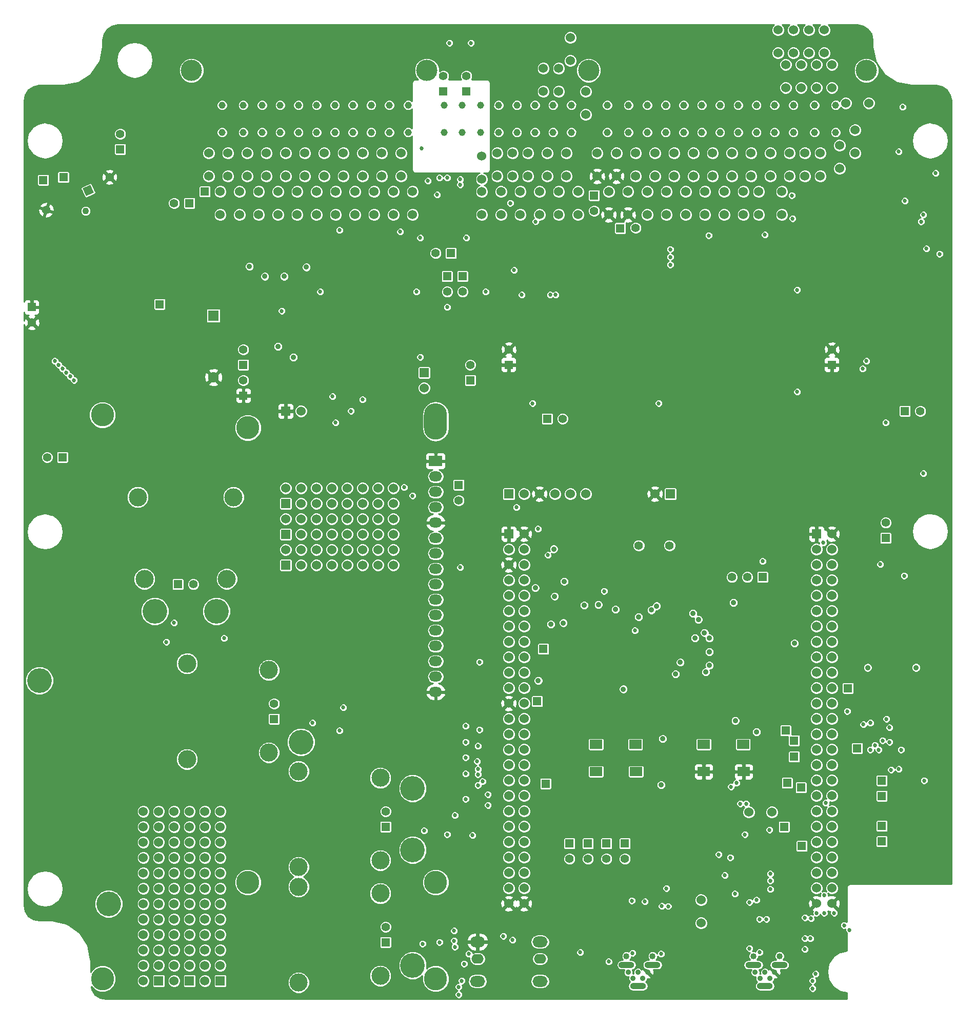
<source format=gbr>
G04 (created by PCBNEW (2013-07-07 BZR 4022)-stable) date 18/12/2014 23:20:11*
%MOIN*%
G04 Gerber Fmt 3.4, Leading zero omitted, Abs format*
%FSLAX34Y34*%
G01*
G70*
G90*
G04 APERTURE LIST*
%ADD10C,0.00393701*%
%ADD11C,0.15*%
%ADD12O,0.085X0.065*%
%ADD13R,0.085X0.065*%
%ADD14O,0.15X0.23622*%
%ADD15C,0.06*%
%ADD16C,0.0453*%
%ADD17C,0.1378*%
%ADD18R,0.055X0.055*%
%ADD19C,0.055*%
%ADD20R,0.06X0.06*%
%ADD21C,0.056*%
%ADD22R,0.0787402X0.0590551*%
%ADD23C,0.07*%
%ADD24R,0.07X0.07*%
%ADD25C,0.035*%
%ADD26C,0.04*%
%ADD27O,0.0787X0.063*%
%ADD28O,0.0984X0.0709*%
%ADD29C,0.1181*%
%ADD30C,0.16*%
%ADD31O,0.103X0.04*%
%ADD32C,0.027*%
%ADD33C,0.043*%
%ADD34C,0.0607*%
%ADD35C,0.065*%
%ADD36C,0.006*%
%ADD37C,0.0085*%
G04 APERTURE END LIST*
G54D10*
G54D11*
X57295Y-42584D03*
X57295Y-72112D03*
X69500Y-72112D03*
G54D12*
X69500Y-58750D03*
X69500Y-59750D03*
G54D13*
X69500Y-44750D03*
G54D12*
X69500Y-45750D03*
X69500Y-46750D03*
X69500Y-47750D03*
X69500Y-48750D03*
X69500Y-49750D03*
X69500Y-50750D03*
X69500Y-51750D03*
X69500Y-52750D03*
X69500Y-53750D03*
X69500Y-54750D03*
X69500Y-55750D03*
X69500Y-56750D03*
X69500Y-57750D03*
G54D14*
X69500Y-42167D03*
G54D11*
X69500Y-78364D03*
X47845Y-41750D03*
X47846Y-78364D03*
G54D15*
X78000Y-24750D03*
X78000Y-26250D03*
X61000Y-24750D03*
X61000Y-26250D03*
X59750Y-24750D03*
X59750Y-26250D03*
X58500Y-24750D03*
X58500Y-26250D03*
X57250Y-24750D03*
X57250Y-26250D03*
X54750Y-24750D03*
X54750Y-26250D03*
X56000Y-24750D03*
X56000Y-26250D03*
X87000Y-27250D03*
X87000Y-28750D03*
G54D16*
X55621Y-21628D03*
X55621Y-23400D03*
X56998Y-23400D03*
X56998Y-21628D03*
X61762Y-21628D03*
X61762Y-23400D03*
X60581Y-23400D03*
X60581Y-21628D03*
X58219Y-21628D03*
X58219Y-23400D03*
X59400Y-23400D03*
X59400Y-21628D03*
X64124Y-21628D03*
X64124Y-23400D03*
X62943Y-23400D03*
X62943Y-21628D03*
X65305Y-21628D03*
X65305Y-23400D03*
X66486Y-23400D03*
X66486Y-21628D03*
X73592Y-21628D03*
X73592Y-23400D03*
X72411Y-23400D03*
X72411Y-21628D03*
X70049Y-21628D03*
X70049Y-23400D03*
X71230Y-23400D03*
X71230Y-21628D03*
X75955Y-21628D03*
X75955Y-23400D03*
X74774Y-23400D03*
X74774Y-21628D03*
X77136Y-21628D03*
X77136Y-23400D03*
X67707Y-21628D03*
X67707Y-23400D03*
X78317Y-23400D03*
X78317Y-21628D03*
X82036Y-23400D03*
X82036Y-21628D03*
X80658Y-23400D03*
X80658Y-21628D03*
X86801Y-23400D03*
X86801Y-21628D03*
X85620Y-23400D03*
X85620Y-21628D03*
X83258Y-23400D03*
X83258Y-21628D03*
X84439Y-23400D03*
X84439Y-21628D03*
X89163Y-23400D03*
X89163Y-21628D03*
X87982Y-23400D03*
X87982Y-21628D03*
X90344Y-23400D03*
X90344Y-21628D03*
X91525Y-23400D03*
X91525Y-21628D03*
X92746Y-23400D03*
X92746Y-21628D03*
X94124Y-23400D03*
X94124Y-21628D03*
G54D17*
X53632Y-19384D03*
X68927Y-19384D03*
X79439Y-19384D03*
G54D16*
X95502Y-23400D03*
X95502Y-21628D03*
G54D17*
X97490Y-19384D03*
G54D15*
X75500Y-24750D03*
X75500Y-26250D03*
X77500Y-27250D03*
X77500Y-28750D03*
X76750Y-24750D03*
X76750Y-26250D03*
X78750Y-27250D03*
X78750Y-28750D03*
X80750Y-27250D03*
X80750Y-28750D03*
X80000Y-24750D03*
X80000Y-26250D03*
X82000Y-27250D03*
X82000Y-28750D03*
X81250Y-24750D03*
X81250Y-26250D03*
X83250Y-27250D03*
X83250Y-28750D03*
X82500Y-24750D03*
X82500Y-26250D03*
X84500Y-27250D03*
X84500Y-28750D03*
X83750Y-24750D03*
X83750Y-26250D03*
X85750Y-27250D03*
X85750Y-28750D03*
X85000Y-24750D03*
X85000Y-26250D03*
X76250Y-27250D03*
X76250Y-28750D03*
X86250Y-24750D03*
X86250Y-26250D03*
X88250Y-27250D03*
X88250Y-28750D03*
X87500Y-24750D03*
X87500Y-26250D03*
X89500Y-27250D03*
X89500Y-28750D03*
X88750Y-24750D03*
X88750Y-26250D03*
X90500Y-27250D03*
X90500Y-28750D03*
X90000Y-24750D03*
X90000Y-26250D03*
X92000Y-27250D03*
X92000Y-28750D03*
X91250Y-24750D03*
X91250Y-26250D03*
X93500Y-24750D03*
X93500Y-26250D03*
X92500Y-24750D03*
X92500Y-26250D03*
X95750Y-24250D03*
X95750Y-25750D03*
X94500Y-24750D03*
X94500Y-26250D03*
X96750Y-23250D03*
X96750Y-24750D03*
X96150Y-21500D03*
X97650Y-21500D03*
X65500Y-27250D03*
X65500Y-28750D03*
X56750Y-27250D03*
X56750Y-28750D03*
X58000Y-27250D03*
X58000Y-28750D03*
X59250Y-27250D03*
X59250Y-28750D03*
X60500Y-27250D03*
X60500Y-28750D03*
X61750Y-27250D03*
X61750Y-28750D03*
X63000Y-27250D03*
X63000Y-28750D03*
X62250Y-24750D03*
X62250Y-26250D03*
X64250Y-27250D03*
X64250Y-28750D03*
X63500Y-24750D03*
X63500Y-26250D03*
X55500Y-27250D03*
X55500Y-28750D03*
X64750Y-24750D03*
X64750Y-26250D03*
X66750Y-27250D03*
X66750Y-28750D03*
X66000Y-24750D03*
X66000Y-26250D03*
X68000Y-27250D03*
X68000Y-28750D03*
X67250Y-24750D03*
X67250Y-26250D03*
X72500Y-27250D03*
X72500Y-28750D03*
X72500Y-24950D03*
X72500Y-26450D03*
G54D18*
X74250Y-38500D03*
G54D19*
X74250Y-37500D03*
G54D18*
X95250Y-38500D03*
G54D19*
X95250Y-37500D03*
G54D18*
X70500Y-31250D03*
G54D19*
X69500Y-31250D03*
G54D18*
X78200Y-69584D03*
G54D19*
X78200Y-70584D03*
G54D18*
X79400Y-69584D03*
G54D19*
X79400Y-70584D03*
G54D18*
X80600Y-69584D03*
G54D19*
X80600Y-70584D03*
G54D18*
X81800Y-69584D03*
G54D19*
X81800Y-70584D03*
G54D18*
X90750Y-52284D03*
G54D19*
X89750Y-52284D03*
X88750Y-52284D03*
G54D20*
X74250Y-49484D03*
G54D15*
X75250Y-49484D03*
X74250Y-50484D03*
X75250Y-50484D03*
X74250Y-51484D03*
X75250Y-51484D03*
X74250Y-52484D03*
X75250Y-52484D03*
X74250Y-53484D03*
X75250Y-53484D03*
X74250Y-54484D03*
X75250Y-54484D03*
X74250Y-55484D03*
X75250Y-55484D03*
X74250Y-56484D03*
X75250Y-56484D03*
X74250Y-57484D03*
X75250Y-57484D03*
X74250Y-58484D03*
X75250Y-58484D03*
X74250Y-59484D03*
X75250Y-59484D03*
X74250Y-60484D03*
X75250Y-60484D03*
X74250Y-61484D03*
X75250Y-61484D03*
X74250Y-62484D03*
X75250Y-62484D03*
X74250Y-63484D03*
X75250Y-63484D03*
X74250Y-64484D03*
X75250Y-64484D03*
X74250Y-65484D03*
X75250Y-65484D03*
X74250Y-66484D03*
X75250Y-66484D03*
X74250Y-67484D03*
X75250Y-67484D03*
X74250Y-68484D03*
X75250Y-68484D03*
X74250Y-69484D03*
X75250Y-69484D03*
X74250Y-70484D03*
X75250Y-70484D03*
X74250Y-71484D03*
X75250Y-71484D03*
X74250Y-72484D03*
X75250Y-72484D03*
X74250Y-73484D03*
X75250Y-73484D03*
G54D20*
X94250Y-49484D03*
G54D15*
X95250Y-49484D03*
X94250Y-50484D03*
X95250Y-50484D03*
X94250Y-51484D03*
X95250Y-51484D03*
X94250Y-52484D03*
X95250Y-52484D03*
X94250Y-53484D03*
X95250Y-53484D03*
X94250Y-54484D03*
X95250Y-54484D03*
X94250Y-55484D03*
X95250Y-55484D03*
X94250Y-56484D03*
X95250Y-56484D03*
X94250Y-57484D03*
X95250Y-57484D03*
X94250Y-58484D03*
X95250Y-58484D03*
X94250Y-59484D03*
X95250Y-59484D03*
X94250Y-60484D03*
X95250Y-60484D03*
X94250Y-61484D03*
X95250Y-61484D03*
X94250Y-62484D03*
X95250Y-62484D03*
X94250Y-63484D03*
X95250Y-63484D03*
X94250Y-64484D03*
X95250Y-64484D03*
X94250Y-65484D03*
X95250Y-65484D03*
X94250Y-66484D03*
X95250Y-66484D03*
X94250Y-67484D03*
X95250Y-67484D03*
X94250Y-68484D03*
X95250Y-68484D03*
X94250Y-69484D03*
X95250Y-69484D03*
X94250Y-70484D03*
X95250Y-70484D03*
X94250Y-71484D03*
X95250Y-71484D03*
X94250Y-72484D03*
X95250Y-72484D03*
X94250Y-73484D03*
X95250Y-73484D03*
G54D20*
X84750Y-46884D03*
G54D15*
X83750Y-46884D03*
G54D20*
X74250Y-46884D03*
G54D15*
X75250Y-46884D03*
X76250Y-46884D03*
X77250Y-46884D03*
X78250Y-46884D03*
X79250Y-46884D03*
G54D21*
X82700Y-50234D03*
X84700Y-50234D03*
G54D22*
X86920Y-63148D03*
X89479Y-63148D03*
X89518Y-64919D03*
X86920Y-64919D03*
X79920Y-63148D03*
X82479Y-63148D03*
X82518Y-64919D03*
X79920Y-64919D03*
G54D18*
X51556Y-34560D03*
G54D23*
X55056Y-39310D03*
G54D24*
X55056Y-35310D03*
G54D10*
G36*
X46782Y-27541D02*
X46550Y-27043D01*
X47048Y-26810D01*
X47281Y-27309D01*
X46782Y-27541D01*
X46782Y-27541D01*
G37*
G54D19*
X44196Y-28443D03*
G54D18*
X45306Y-26310D03*
G54D19*
X48306Y-26310D03*
G54D18*
X53500Y-28000D03*
G54D19*
X52500Y-28000D03*
G54D20*
X59750Y-41500D03*
G54D15*
X60750Y-41500D03*
G54D18*
X76750Y-42000D03*
G54D19*
X77750Y-42000D03*
G54D18*
X71750Y-39500D03*
G54D19*
X71750Y-38500D03*
G54D25*
X97576Y-58158D03*
X100725Y-58158D03*
G54D18*
X81500Y-29625D03*
G54D19*
X82500Y-29600D03*
G54D18*
X79800Y-27500D03*
G54D19*
X79800Y-28500D03*
G54D18*
X100000Y-41500D03*
G54D19*
X101000Y-41500D03*
G54D18*
X57000Y-38500D03*
G54D19*
X57000Y-37500D03*
G54D18*
X57000Y-40500D03*
G54D19*
X57000Y-39500D03*
G54D20*
X68750Y-39000D03*
G54D15*
X68750Y-40000D03*
X74500Y-24750D03*
X74500Y-26250D03*
X75000Y-27250D03*
X75000Y-28750D03*
X73500Y-24750D03*
X73500Y-26250D03*
X73750Y-27250D03*
X73750Y-28750D03*
G54D26*
X81900Y-76900D03*
X83600Y-76900D03*
X90150Y-76900D03*
X91850Y-76900D03*
G54D18*
X71500Y-20750D03*
G54D19*
X71500Y-19750D03*
G54D18*
X70000Y-20750D03*
G54D19*
X70000Y-19750D03*
G54D27*
X72222Y-77072D03*
X76278Y-77072D03*
G54D28*
X76278Y-75970D03*
X72222Y-75970D03*
X76278Y-78530D03*
X72222Y-78530D03*
G54D18*
X70250Y-32750D03*
G54D19*
X70250Y-33750D03*
G54D18*
X71250Y-32750D03*
G54D19*
X71250Y-33750D03*
G54D18*
X71000Y-46300D03*
G54D19*
X71000Y-47300D03*
G54D18*
X92800Y-62900D03*
X93300Y-69750D03*
X96300Y-59500D03*
X92250Y-62250D03*
X96900Y-63400D03*
X92800Y-63950D03*
X98500Y-65500D03*
X92350Y-65650D03*
X98500Y-66500D03*
X93250Y-65950D03*
X76650Y-65700D03*
X76100Y-60350D03*
X76500Y-56950D03*
X98500Y-68450D03*
X92150Y-68500D03*
X98500Y-69450D03*
G54D29*
X60593Y-78610D03*
X60593Y-72390D03*
X65907Y-78177D03*
X65907Y-72823D03*
G54D18*
X66250Y-76000D03*
G54D19*
X66250Y-75000D03*
G54D30*
X68000Y-77500D03*
X48250Y-73500D03*
G54D29*
X60593Y-71110D03*
X60593Y-64890D03*
X65907Y-70677D03*
X65907Y-65323D03*
G54D18*
X66250Y-68500D03*
G54D19*
X66250Y-67500D03*
G54D30*
X68000Y-70000D03*
X68000Y-66000D03*
G54D29*
X53343Y-64110D03*
X53343Y-57890D03*
X58657Y-63677D03*
X58657Y-58323D03*
G54D18*
X59000Y-61500D03*
G54D19*
X59000Y-60500D03*
G54D30*
X43750Y-59000D03*
X60750Y-63000D03*
G54D29*
X50140Y-47093D03*
X56360Y-47093D03*
X50573Y-52407D03*
X55927Y-52407D03*
G54D18*
X52750Y-52750D03*
G54D19*
X53750Y-52750D03*
G54D30*
X55250Y-54500D03*
X51250Y-54500D03*
G54D18*
X54500Y-27250D03*
X44000Y-26500D03*
G54D15*
X86750Y-73250D03*
X86750Y-74750D03*
X89850Y-67550D03*
X91350Y-67550D03*
G54D20*
X51500Y-78500D03*
G54D15*
X50500Y-78500D03*
X51500Y-77500D03*
X50500Y-77500D03*
X51500Y-76500D03*
X50500Y-76500D03*
X51500Y-75500D03*
X50500Y-75500D03*
X51500Y-74500D03*
X50500Y-74500D03*
X51500Y-73500D03*
X50500Y-73500D03*
X51500Y-72500D03*
X50500Y-72500D03*
X51500Y-71500D03*
X50500Y-71500D03*
X51500Y-70500D03*
X50500Y-70500D03*
X51500Y-69500D03*
X50500Y-69500D03*
X51500Y-68500D03*
X50500Y-68500D03*
X51500Y-67500D03*
X50500Y-67500D03*
G54D20*
X53500Y-78500D03*
G54D15*
X52500Y-78500D03*
X53500Y-77500D03*
X52500Y-77500D03*
X53500Y-76500D03*
X52500Y-76500D03*
X53500Y-75500D03*
X52500Y-75500D03*
X53500Y-74500D03*
X52500Y-74500D03*
X53500Y-73500D03*
X52500Y-73500D03*
X53500Y-72500D03*
X52500Y-72500D03*
X53500Y-71500D03*
X52500Y-71500D03*
X53500Y-70500D03*
X52500Y-70500D03*
X53500Y-69500D03*
X52500Y-69500D03*
X53500Y-68500D03*
X52500Y-68500D03*
X53500Y-67500D03*
X52500Y-67500D03*
G54D20*
X55500Y-78500D03*
G54D15*
X54500Y-78500D03*
X55500Y-77500D03*
X54500Y-77500D03*
X55500Y-76500D03*
X54500Y-76500D03*
X55500Y-75500D03*
X54500Y-75500D03*
X55500Y-74500D03*
X54500Y-74500D03*
X55500Y-73500D03*
X54500Y-73500D03*
X55500Y-72500D03*
X54500Y-72500D03*
X55500Y-71500D03*
X54500Y-71500D03*
X55500Y-70500D03*
X54500Y-70500D03*
X55500Y-69500D03*
X54500Y-69500D03*
X55500Y-68500D03*
X54500Y-68500D03*
X55500Y-67500D03*
X54500Y-67500D03*
G54D20*
X59750Y-47500D03*
G54D15*
X59750Y-46500D03*
X60750Y-47500D03*
X60750Y-46500D03*
X61750Y-47500D03*
X61750Y-46500D03*
X62750Y-47500D03*
X62750Y-46500D03*
X63750Y-47500D03*
X63750Y-46500D03*
X64750Y-47500D03*
X64750Y-46500D03*
X65750Y-47500D03*
X65750Y-46500D03*
X66750Y-47500D03*
X66750Y-46500D03*
G54D20*
X59750Y-49500D03*
G54D15*
X59750Y-48500D03*
X60750Y-49500D03*
X60750Y-48500D03*
X61750Y-49500D03*
X61750Y-48500D03*
X62750Y-49500D03*
X62750Y-48500D03*
X63750Y-49500D03*
X63750Y-48500D03*
X64750Y-49500D03*
X64750Y-48500D03*
X65750Y-49500D03*
X65750Y-48500D03*
X66750Y-49500D03*
X66750Y-48500D03*
G54D20*
X59750Y-51500D03*
G54D15*
X59750Y-50500D03*
X60750Y-51500D03*
X60750Y-50500D03*
X61750Y-51500D03*
X61750Y-50500D03*
X62750Y-51500D03*
X62750Y-50500D03*
X63750Y-51500D03*
X63750Y-50500D03*
X64750Y-51500D03*
X64750Y-50500D03*
X65750Y-51500D03*
X65750Y-50500D03*
X66750Y-51500D03*
X66750Y-50500D03*
G54D18*
X49000Y-24500D03*
G54D19*
X49000Y-23500D03*
G54D18*
X43250Y-34750D03*
G54D19*
X43250Y-35750D03*
G54D18*
X45250Y-44500D03*
G54D19*
X44250Y-44500D03*
G54D18*
X98750Y-49750D03*
G54D19*
X98750Y-48750D03*
G54D15*
X94250Y-19000D03*
X94250Y-20500D03*
X93750Y-16750D03*
X93750Y-18250D03*
X92750Y-16750D03*
X92750Y-18250D03*
X93250Y-19000D03*
X93250Y-20500D03*
X95250Y-19000D03*
X95250Y-20500D03*
X94750Y-16750D03*
X94750Y-18250D03*
X76500Y-19250D03*
X76500Y-20750D03*
X77500Y-19250D03*
X77500Y-20750D03*
X78250Y-17250D03*
X78250Y-18750D03*
X79250Y-20750D03*
X79250Y-22250D03*
X91750Y-16750D03*
X91750Y-18250D03*
X92250Y-19000D03*
X92250Y-20500D03*
G54D25*
X90270Y-77953D03*
X90585Y-78346D03*
X90900Y-77953D03*
X91214Y-78346D03*
X91529Y-77953D03*
G54D31*
X90900Y-78838D03*
X90151Y-77461D03*
X91844Y-77461D03*
G54D25*
X82020Y-77953D03*
X82335Y-78346D03*
X82650Y-77953D03*
X82964Y-78346D03*
X83279Y-77953D03*
G54D31*
X82650Y-78838D03*
X81901Y-77461D03*
X83594Y-77461D03*
G54D25*
X76170Y-59004D03*
X77800Y-55259D03*
G54D32*
X84750Y-32000D03*
X92700Y-29000D03*
X62800Y-40550D03*
X68250Y-33750D03*
X68500Y-38000D03*
X63000Y-42250D03*
X91200Y-68700D03*
X84500Y-72500D03*
X72750Y-33750D03*
X70400Y-17600D03*
X71800Y-17600D03*
X93000Y-40250D03*
X84000Y-41000D03*
X75800Y-41000D03*
X71500Y-30250D03*
X68500Y-30250D03*
X76950Y-33950D03*
X77300Y-33950D03*
X75100Y-33950D03*
X74600Y-32350D03*
X93000Y-33632D03*
X45250Y-38750D03*
X45500Y-39000D03*
X45750Y-39250D03*
X46000Y-39500D03*
X45000Y-38500D03*
X44750Y-38250D03*
X69600Y-27450D03*
X87250Y-30100D03*
X74350Y-28000D03*
X76000Y-29200D03*
X90900Y-30050D03*
X92650Y-27500D03*
X99600Y-24650D03*
X100000Y-27850D03*
X94700Y-50050D03*
X94750Y-72950D03*
X72250Y-65800D03*
X64000Y-41500D03*
X64750Y-40750D03*
X67200Y-29850D03*
X63250Y-29750D03*
X67450Y-46450D03*
X68000Y-47000D03*
X71100Y-51650D03*
G54D33*
X46750Y-28500D03*
G54D25*
X83866Y-54158D03*
X75975Y-52984D03*
X80073Y-54068D03*
X77850Y-52564D03*
X77235Y-53529D03*
G54D32*
X101250Y-65500D03*
X52500Y-55250D03*
X68750Y-68750D03*
X61500Y-61750D03*
X99000Y-63000D03*
X99600Y-64750D03*
X68650Y-76100D03*
X99950Y-52200D03*
X99000Y-62050D03*
X98400Y-51450D03*
X97250Y-38750D03*
X84750Y-31500D03*
X98750Y-42250D03*
X97500Y-38250D03*
X84750Y-31000D03*
X97750Y-61750D03*
X97750Y-63500D03*
X101200Y-45550D03*
X96250Y-61000D03*
X62000Y-33750D03*
X59500Y-35000D03*
X96050Y-74900D03*
X71450Y-66700D03*
X71450Y-65050D03*
X73900Y-75600D03*
X96400Y-75200D03*
G54D25*
X85400Y-57821D03*
G54D32*
X71450Y-64000D03*
X71450Y-61950D03*
X71450Y-63000D03*
G54D25*
X58400Y-32755D03*
X57400Y-32105D03*
X61100Y-32155D03*
X59650Y-32755D03*
X60250Y-38005D03*
X59250Y-37305D03*
X86225Y-54634D03*
X86576Y-55038D03*
G54D32*
X80450Y-53200D03*
X76800Y-50850D03*
X82450Y-55750D03*
X74750Y-47750D03*
X76150Y-49150D03*
X101400Y-30950D03*
X101050Y-29200D03*
X99850Y-21750D03*
X102250Y-31300D03*
X91250Y-71550D03*
X91250Y-72000D03*
X98300Y-63500D03*
X91000Y-74500D03*
X90550Y-74500D03*
X88950Y-72850D03*
X88300Y-71650D03*
X89900Y-73400D03*
X91250Y-72550D03*
X90550Y-76650D03*
G54D25*
X92825Y-56584D03*
G54D32*
X84610Y-73660D03*
X89680Y-66990D03*
X88700Y-65900D03*
X82250Y-73300D03*
X89050Y-65650D03*
X83100Y-73350D03*
X82300Y-76700D03*
X84200Y-73650D03*
X89300Y-67000D03*
X72250Y-65100D03*
X72900Y-66400D03*
X72550Y-65550D03*
X72900Y-67100D03*
X52000Y-56500D03*
X63250Y-62250D03*
X70250Y-69000D03*
X69750Y-76000D03*
X99750Y-63500D03*
X70750Y-76300D03*
X98550Y-62900D03*
G54D25*
X87284Y-56253D03*
G54D32*
X98800Y-61500D03*
X88650Y-70500D03*
X87900Y-70300D03*
X94850Y-66950D03*
X93850Y-75750D03*
X93900Y-74450D03*
X74500Y-75850D03*
X70250Y-34750D03*
X78900Y-76650D03*
X93500Y-74400D03*
X93500Y-75750D03*
G54D25*
X90350Y-62334D03*
X85095Y-58580D03*
X87289Y-58019D03*
X87058Y-58451D03*
X87289Y-57143D03*
G54D32*
X72250Y-63250D03*
X72200Y-64250D03*
X72250Y-64750D03*
X72350Y-57800D03*
X72350Y-62200D03*
X90750Y-51250D03*
G54D25*
X88850Y-53934D03*
X77175Y-50459D03*
X81700Y-59559D03*
X88975Y-61609D03*
X84150Y-65784D03*
X81185Y-54384D03*
X83522Y-54423D03*
G54D32*
X70700Y-75900D03*
X71900Y-69050D03*
X99100Y-64800D03*
X93500Y-76450D03*
X89900Y-76400D03*
X84150Y-76750D03*
X80750Y-77250D03*
X98050Y-63200D03*
X97300Y-61850D03*
X71650Y-76750D03*
X70700Y-75250D03*
X55750Y-56250D03*
X63500Y-60750D03*
X70750Y-67750D03*
X71350Y-77400D03*
X94200Y-78050D03*
X94250Y-74100D03*
X71200Y-78500D03*
G54D25*
X86969Y-55895D03*
G54D32*
X94750Y-74100D03*
X94000Y-78500D03*
X71000Y-78900D03*
X95400Y-74100D03*
X94000Y-79000D03*
X71000Y-79400D03*
G54D25*
X86351Y-56242D03*
G54D32*
X85290Y-54198D03*
X86000Y-63100D03*
X90350Y-64300D03*
X81550Y-60200D03*
X89050Y-60500D03*
X88800Y-60200D03*
X86750Y-58950D03*
X77550Y-53800D03*
X87350Y-54450D03*
X82350Y-55150D03*
X83300Y-54100D03*
X94000Y-47900D03*
X89250Y-47600D03*
X79550Y-51850D03*
X85950Y-51350D03*
G54D25*
X87150Y-50184D03*
G54D32*
X102250Y-35500D03*
X101000Y-36750D03*
X99750Y-35500D03*
X101000Y-34250D03*
G54D34*
X51750Y-21250D03*
G54D32*
X62000Y-36400D03*
X72250Y-17500D03*
X69250Y-17500D03*
X88000Y-69600D03*
X89100Y-70500D03*
X86800Y-69400D03*
X89750Y-72450D03*
X64750Y-30500D03*
X87750Y-51550D03*
X54000Y-55250D03*
X68750Y-67250D03*
X61500Y-60250D03*
X99400Y-24350D03*
X100150Y-25050D03*
X100300Y-24700D03*
X99950Y-24700D03*
X100100Y-24350D03*
X99750Y-24350D03*
X100500Y-25050D03*
X98750Y-23500D03*
X98400Y-23500D03*
X98800Y-22300D03*
X98950Y-22600D03*
X98600Y-22600D03*
X98250Y-22600D03*
X98050Y-22900D03*
X98400Y-22900D03*
X98750Y-22900D03*
X99100Y-22900D03*
X98950Y-23200D03*
X98600Y-23200D03*
X98250Y-23200D03*
X98050Y-23500D03*
X100050Y-23200D03*
X100050Y-22850D03*
X100050Y-22500D03*
X100050Y-22150D03*
X102300Y-22350D03*
X102000Y-22200D03*
X100700Y-22450D03*
X100700Y-22800D03*
X100350Y-22700D03*
X100350Y-23000D03*
X100350Y-22350D03*
X100350Y-22000D03*
X100700Y-22100D03*
X101050Y-22000D03*
X101050Y-22350D03*
X101050Y-22700D03*
X101350Y-22150D03*
X101700Y-22150D03*
X102650Y-22500D03*
X102750Y-22750D03*
X100050Y-23550D03*
X100050Y-23900D03*
X99100Y-23500D03*
X98950Y-23800D03*
X98600Y-23800D03*
X98250Y-23800D03*
X98050Y-24100D03*
X98400Y-24100D03*
X98750Y-24100D03*
X98400Y-22300D03*
X98050Y-22300D03*
X102300Y-21500D03*
X102650Y-21500D03*
X100550Y-21500D03*
X100200Y-21500D03*
X99900Y-21200D03*
X101950Y-21500D03*
X101600Y-21500D03*
X101250Y-21500D03*
X100900Y-21500D03*
X101450Y-21200D03*
X101800Y-21200D03*
X101100Y-21200D03*
X100750Y-21200D03*
X100400Y-21200D03*
X100200Y-20900D03*
X100550Y-20900D03*
X100900Y-20900D03*
X99950Y-20500D03*
X100350Y-20600D03*
X100700Y-20600D03*
X101100Y-20600D03*
X101400Y-20600D03*
X101750Y-20600D03*
X102100Y-20600D03*
X102700Y-20900D03*
X102300Y-20900D03*
X101950Y-20900D03*
X101600Y-20900D03*
X101250Y-20900D03*
X99500Y-20450D03*
X99150Y-20450D03*
X102900Y-21750D03*
X102900Y-21200D03*
X102500Y-21200D03*
X102150Y-21200D03*
X97800Y-20900D03*
X97400Y-20900D03*
X97050Y-20900D03*
X96650Y-20900D03*
X95850Y-20600D03*
X95950Y-20900D03*
X96300Y-20900D03*
X96150Y-20600D03*
X96500Y-20600D03*
X97600Y-20600D03*
X97250Y-20600D03*
X96850Y-20600D03*
X98800Y-20450D03*
X98450Y-20450D03*
X102250Y-26750D03*
X102250Y-27250D03*
X102000Y-27500D03*
X99200Y-29450D03*
X98900Y-29450D03*
X98600Y-29450D03*
X98300Y-29450D03*
X97950Y-29450D03*
X98150Y-29200D03*
X98450Y-29200D03*
X98750Y-29200D03*
X99050Y-29200D03*
X99350Y-29200D03*
X97800Y-30100D03*
X98150Y-30100D03*
X98450Y-30100D03*
X98750Y-30100D03*
X99000Y-30100D03*
X99250Y-29900D03*
X98900Y-29900D03*
X98600Y-29900D03*
X98300Y-29900D03*
X97950Y-29900D03*
X97750Y-29650D03*
X98100Y-29650D03*
X98450Y-29650D03*
X98750Y-29650D03*
X99050Y-29650D03*
X99400Y-29650D03*
X99650Y-29850D03*
X99500Y-30100D03*
X99650Y-30250D03*
X68650Y-74900D03*
X99100Y-24100D03*
X98100Y-62000D03*
X102150Y-58800D03*
X96850Y-58850D03*
X96600Y-61850D03*
X101850Y-61950D03*
X100600Y-61150D03*
X64150Y-38900D03*
X67450Y-37150D03*
X64100Y-37450D03*
X63225Y-39475D03*
X80000Y-74150D03*
X79150Y-74850D03*
X101250Y-64750D03*
X96750Y-64250D03*
X88250Y-78950D03*
X88250Y-75950D03*
X82600Y-73450D03*
X85500Y-41000D03*
X93750Y-41000D03*
X77250Y-41000D03*
X59550Y-32200D03*
G54D35*
X54306Y-32060D03*
X55056Y-32810D03*
G54D32*
X58650Y-32250D03*
X70500Y-36950D03*
X70400Y-36050D03*
X85450Y-61750D03*
X76500Y-31450D03*
X76300Y-31700D03*
X75950Y-31700D03*
X75500Y-31600D03*
X75800Y-31450D03*
X76150Y-31450D03*
X87300Y-75800D03*
X92250Y-72200D03*
X92250Y-74200D03*
X98750Y-45750D03*
X56600Y-33300D03*
X56950Y-33300D03*
X57350Y-33300D03*
X57800Y-33300D03*
X57550Y-33550D03*
X57200Y-33550D03*
X56800Y-33555D03*
X56600Y-33850D03*
X56950Y-33850D03*
X57350Y-33850D03*
X57800Y-33850D03*
X70500Y-28250D03*
X68750Y-29000D03*
X71250Y-29000D03*
X91900Y-76350D03*
X89350Y-73350D03*
X88100Y-73250D03*
X79250Y-78450D03*
X80250Y-75700D03*
X99250Y-46250D03*
X73350Y-30400D03*
X73600Y-30050D03*
X73700Y-29550D03*
X74150Y-29550D03*
X73950Y-29850D03*
X73950Y-30250D03*
X74350Y-30250D03*
X74350Y-29850D03*
X74600Y-29550D03*
X74950Y-29550D03*
X75300Y-29550D03*
X75650Y-29550D03*
X76050Y-29550D03*
X76350Y-29550D03*
X76550Y-29850D03*
X76200Y-29850D03*
X75850Y-29850D03*
X75450Y-30050D03*
X66750Y-42250D03*
X79750Y-29950D03*
X81600Y-33450D03*
X80700Y-34850D03*
X80350Y-34850D03*
X80200Y-34500D03*
X80550Y-34500D03*
X80400Y-34150D03*
X80400Y-33800D03*
X80200Y-33550D03*
X80400Y-33350D03*
X74100Y-31650D03*
X74450Y-31350D03*
X80650Y-30900D03*
X80650Y-31400D03*
X76500Y-35000D03*
X76400Y-34750D03*
X76750Y-34750D03*
X76200Y-34400D03*
X76600Y-34400D03*
X76400Y-34100D03*
X76300Y-33700D03*
X76600Y-33750D03*
X76600Y-33400D03*
X77250Y-33100D03*
X76900Y-33100D03*
X76550Y-33100D03*
X76250Y-33400D03*
X74550Y-33050D03*
X75000Y-33100D03*
X75350Y-33300D03*
X93100Y-30300D03*
X92750Y-30300D03*
X92900Y-30050D03*
X93150Y-29800D03*
X92750Y-29750D03*
X92950Y-29500D03*
X96800Y-33400D03*
G54D25*
X93600Y-34857D03*
X92800Y-31007D03*
G54D32*
X92950Y-31700D03*
X92950Y-31400D03*
X93150Y-31200D03*
X94000Y-32900D03*
X94100Y-31550D03*
X94450Y-31650D03*
X94750Y-31500D03*
X94950Y-31700D03*
X94000Y-33250D03*
X93350Y-33100D03*
X93650Y-33250D03*
X94050Y-33650D03*
X94750Y-34850D03*
X95050Y-34950D03*
X95200Y-34650D03*
X94750Y-34450D03*
X95100Y-34300D03*
X94850Y-34150D03*
X95150Y-33900D03*
X94850Y-33850D03*
X95000Y-33150D03*
X95000Y-33500D03*
X101300Y-30000D03*
X99850Y-32150D03*
X99900Y-31400D03*
X99650Y-31750D03*
X99450Y-32050D03*
X99050Y-32100D03*
X98650Y-32100D03*
X98900Y-31750D03*
X99250Y-31700D03*
X99650Y-30850D03*
X99450Y-31350D03*
X99300Y-31050D03*
X99050Y-31350D03*
X98700Y-31350D03*
X98850Y-31000D03*
X98500Y-31000D03*
X98150Y-31000D03*
X97800Y-31000D03*
X97700Y-29050D03*
X97450Y-29300D03*
X97400Y-29000D03*
X97150Y-29200D03*
X97000Y-29000D03*
X96800Y-29150D03*
X96650Y-29000D03*
X96450Y-29150D03*
X96300Y-28900D03*
X96100Y-28650D03*
X96050Y-29100D03*
X96850Y-31600D03*
X96850Y-31250D03*
X97100Y-30750D03*
X97100Y-30450D03*
X97100Y-30150D03*
X97100Y-29837D03*
X96100Y-30500D03*
X96100Y-30000D03*
X96000Y-29500D03*
X95850Y-29750D03*
X95600Y-30000D03*
X95850Y-30250D03*
X95713Y-29463D03*
X95500Y-29700D03*
X95240Y-29950D03*
X95347Y-30252D03*
X95600Y-30400D03*
X95000Y-29100D03*
X94750Y-27000D03*
X94750Y-27500D03*
X94650Y-28500D03*
X94650Y-28000D03*
X94900Y-27750D03*
X94900Y-28250D03*
X94900Y-28750D03*
X101000Y-27250D03*
X101000Y-26750D03*
X101000Y-26250D03*
X101000Y-25750D03*
X100750Y-25500D03*
X100750Y-26000D03*
X100750Y-26500D03*
X100750Y-27000D03*
X100250Y-27500D03*
X100750Y-27500D03*
X100500Y-27250D03*
X100500Y-26750D03*
X100500Y-26250D03*
X100500Y-25750D03*
X100250Y-25500D03*
X100250Y-26000D03*
X100250Y-26500D03*
X100250Y-27000D03*
X98750Y-26250D03*
X98250Y-26250D03*
X97750Y-26250D03*
X97250Y-26250D03*
X97000Y-26500D03*
X97500Y-26500D03*
X98000Y-26500D03*
X98500Y-26500D03*
X98750Y-26750D03*
X98500Y-27000D03*
X98250Y-26750D03*
X98000Y-27000D03*
X97750Y-26750D03*
X97500Y-27000D03*
X97250Y-26750D03*
X97000Y-27000D03*
X79750Y-31500D03*
X94000Y-34750D03*
G54D25*
X92370Y-64884D03*
X77310Y-52344D03*
X79961Y-56815D03*
X92400Y-52984D03*
X92900Y-54409D03*
X82750Y-51234D03*
X92400Y-47584D03*
X81107Y-52276D03*
X78300Y-48884D03*
X81450Y-47534D03*
X80650Y-48334D03*
X78850Y-47884D03*
X78914Y-49892D03*
G54D35*
X51556Y-39060D03*
X49056Y-33560D03*
X49056Y-31810D03*
X52056Y-31310D03*
X52056Y-29810D03*
X53556Y-29810D03*
X52806Y-30560D03*
X53556Y-31310D03*
X52806Y-32060D03*
X52056Y-32810D03*
X52806Y-33560D03*
X53556Y-32810D03*
X55056Y-34310D03*
X54306Y-33560D03*
X55056Y-31310D03*
X54306Y-30560D03*
X50306Y-28810D03*
G54D25*
X90800Y-31057D03*
X88800Y-31007D03*
X86550Y-31007D03*
X84250Y-31007D03*
X82250Y-31007D03*
X74300Y-31007D03*
X78900Y-38757D03*
X73100Y-34857D03*
X75100Y-34857D03*
X77100Y-34857D03*
X79100Y-34857D03*
X81100Y-34857D03*
X83100Y-34857D03*
X85600Y-34857D03*
X87600Y-34857D03*
X89600Y-34857D03*
X91600Y-34857D03*
X82400Y-38757D03*
X87150Y-38757D03*
X90650Y-38757D03*
X95600Y-34857D03*
X93375Y-39157D03*
X85125Y-39132D03*
X76875Y-39132D03*
X60275Y-33855D03*
X60525Y-33355D03*
X60775Y-33855D03*
X61025Y-33355D03*
X61275Y-33855D03*
X61525Y-33355D03*
X59650Y-38505D03*
X59400Y-39005D03*
X59150Y-38505D03*
X58900Y-39005D03*
X58650Y-38505D03*
X58375Y-39005D03*
X57800Y-29505D03*
X59475Y-29455D03*
X60850Y-29505D03*
X56500Y-29555D03*
X58050Y-35305D03*
X59950Y-35355D03*
X59600Y-34405D03*
X58400Y-34405D03*
X57400Y-35055D03*
X61100Y-35055D03*
X59250Y-40255D03*
X60300Y-39505D03*
G54D32*
X101200Y-28750D03*
X102000Y-26050D03*
X89600Y-69000D03*
X90350Y-73250D03*
X71100Y-26450D03*
X71100Y-26800D03*
X70250Y-26350D03*
X68600Y-24450D03*
X69000Y-26550D03*
X69750Y-26350D03*
G54D25*
X76993Y-55349D03*
X84250Y-62784D03*
X82689Y-54867D03*
X79150Y-54115D03*
G54D36*
X88000Y-69600D02*
X87000Y-69600D01*
X89100Y-70200D02*
X88500Y-69600D01*
X88500Y-69600D02*
X88000Y-69600D01*
X89100Y-70500D02*
X89100Y-70200D01*
X87000Y-69600D02*
X86800Y-69400D01*
G54D10*
G36*
X103010Y-72207D02*
X102820Y-72207D01*
X102820Y-49348D01*
X102820Y-49309D01*
X102820Y-49270D01*
X102820Y-23980D01*
X102820Y-23940D01*
X102820Y-23901D01*
X102820Y-23901D01*
X102820Y-23901D01*
X102745Y-23525D01*
X102745Y-23524D01*
X102715Y-23451D01*
X102501Y-23131D01*
X102445Y-23075D01*
X102444Y-23075D01*
X102126Y-22862D01*
X102053Y-22832D01*
X102051Y-22832D01*
X101677Y-22757D01*
X101676Y-22756D01*
X101597Y-22756D01*
X101221Y-22831D01*
X101220Y-22831D01*
X101147Y-22862D01*
X100827Y-23076D01*
X100771Y-23132D01*
X100771Y-23133D01*
X100558Y-23451D01*
X100528Y-23524D01*
X100528Y-23525D01*
X100453Y-23901D01*
X100453Y-23901D01*
X100453Y-23901D01*
X100453Y-23940D01*
X100453Y-23980D01*
X100453Y-23980D01*
X100453Y-23980D01*
X100528Y-24355D01*
X100528Y-24357D01*
X100558Y-24430D01*
X100771Y-24748D01*
X100771Y-24749D01*
X100827Y-24805D01*
X101147Y-25019D01*
X101220Y-25049D01*
X101221Y-25049D01*
X101597Y-25124D01*
X101676Y-25124D01*
X101677Y-25124D01*
X102051Y-25049D01*
X102053Y-25049D01*
X102126Y-25019D01*
X102444Y-24806D01*
X102445Y-24805D01*
X102501Y-24750D01*
X102715Y-24430D01*
X102745Y-24357D01*
X102745Y-24356D01*
X102820Y-23980D01*
X102820Y-23980D01*
X102820Y-23980D01*
X102820Y-49270D01*
X102820Y-49270D01*
X102820Y-49269D01*
X102745Y-48894D01*
X102745Y-48892D01*
X102715Y-48819D01*
X102512Y-48516D01*
X102512Y-31248D01*
X102472Y-31151D01*
X102398Y-31077D01*
X102302Y-31037D01*
X102262Y-31037D01*
X102262Y-25998D01*
X102222Y-25901D01*
X102148Y-25827D01*
X102052Y-25787D01*
X101948Y-25787D01*
X101851Y-25827D01*
X101777Y-25901D01*
X101737Y-25997D01*
X101737Y-26101D01*
X101777Y-26198D01*
X101851Y-26272D01*
X101947Y-26312D01*
X102051Y-26312D01*
X102148Y-26272D01*
X102222Y-26198D01*
X102262Y-26102D01*
X102262Y-25998D01*
X102262Y-31037D01*
X102198Y-31037D01*
X102101Y-31077D01*
X102027Y-31151D01*
X101987Y-31247D01*
X101987Y-31351D01*
X102027Y-31448D01*
X102101Y-31522D01*
X102197Y-31562D01*
X102301Y-31562D01*
X102398Y-31522D01*
X102472Y-31448D01*
X102512Y-31352D01*
X102512Y-31248D01*
X102512Y-48516D01*
X102501Y-48500D01*
X102445Y-48444D01*
X102444Y-48443D01*
X102126Y-48231D01*
X102053Y-48200D01*
X102051Y-48200D01*
X101677Y-48126D01*
X101676Y-48125D01*
X101662Y-48125D01*
X101662Y-30898D01*
X101622Y-30801D01*
X101548Y-30727D01*
X101462Y-30691D01*
X101462Y-28698D01*
X101422Y-28601D01*
X101348Y-28527D01*
X101252Y-28487D01*
X101148Y-28487D01*
X101051Y-28527D01*
X100977Y-28601D01*
X100937Y-28697D01*
X100937Y-28801D01*
X100977Y-28898D01*
X101016Y-28937D01*
X100998Y-28937D01*
X100901Y-28977D01*
X100827Y-29051D01*
X100787Y-29147D01*
X100787Y-29251D01*
X100827Y-29348D01*
X100901Y-29422D01*
X100997Y-29462D01*
X101101Y-29462D01*
X101198Y-29422D01*
X101272Y-29348D01*
X101312Y-29252D01*
X101312Y-29148D01*
X101272Y-29051D01*
X101233Y-29012D01*
X101251Y-29012D01*
X101348Y-28972D01*
X101422Y-28898D01*
X101462Y-28802D01*
X101462Y-28698D01*
X101462Y-30691D01*
X101452Y-30687D01*
X101348Y-30687D01*
X101251Y-30727D01*
X101177Y-30801D01*
X101137Y-30897D01*
X101137Y-31001D01*
X101177Y-31098D01*
X101251Y-31172D01*
X101347Y-31212D01*
X101451Y-31212D01*
X101548Y-31172D01*
X101622Y-31098D01*
X101662Y-31002D01*
X101662Y-30898D01*
X101662Y-48125D01*
X101597Y-48125D01*
X101462Y-48152D01*
X101462Y-45498D01*
X101422Y-45401D01*
X101402Y-45381D01*
X101402Y-41420D01*
X101341Y-41272D01*
X101228Y-41158D01*
X101080Y-41097D01*
X100920Y-41097D01*
X100772Y-41158D01*
X100658Y-41271D01*
X100597Y-41419D01*
X100597Y-41579D01*
X100658Y-41727D01*
X100771Y-41841D01*
X100919Y-41902D01*
X101079Y-41902D01*
X101227Y-41841D01*
X101341Y-41728D01*
X101402Y-41580D01*
X101402Y-41420D01*
X101402Y-45381D01*
X101348Y-45327D01*
X101252Y-45287D01*
X101148Y-45287D01*
X101051Y-45327D01*
X100977Y-45401D01*
X100937Y-45497D01*
X100937Y-45601D01*
X100977Y-45698D01*
X101051Y-45772D01*
X101147Y-45812D01*
X101251Y-45812D01*
X101348Y-45772D01*
X101422Y-45698D01*
X101462Y-45602D01*
X101462Y-45498D01*
X101462Y-48152D01*
X101221Y-48200D01*
X101220Y-48200D01*
X101147Y-48230D01*
X100827Y-48444D01*
X100771Y-48500D01*
X100771Y-48502D01*
X100558Y-48819D01*
X100528Y-48892D01*
X100528Y-48894D01*
X100453Y-49269D01*
X100453Y-49270D01*
X100453Y-49270D01*
X100453Y-49309D01*
X100453Y-49348D01*
X100453Y-49349D01*
X100453Y-49349D01*
X100528Y-49724D01*
X100528Y-49726D01*
X100558Y-49799D01*
X100771Y-50116D01*
X100771Y-50118D01*
X100827Y-50174D01*
X101147Y-50388D01*
X101220Y-50418D01*
X101221Y-50418D01*
X101597Y-50493D01*
X101676Y-50493D01*
X101677Y-50492D01*
X102051Y-50418D01*
X102053Y-50418D01*
X102126Y-50387D01*
X102444Y-50175D01*
X102445Y-50174D01*
X102501Y-50118D01*
X102715Y-49799D01*
X102745Y-49726D01*
X102745Y-49724D01*
X102820Y-49349D01*
X102820Y-49348D01*
X102820Y-49348D01*
X102820Y-72207D01*
X101512Y-72207D01*
X101512Y-65448D01*
X101472Y-65351D01*
X101398Y-65277D01*
X101302Y-65237D01*
X101198Y-65237D01*
X101101Y-65277D01*
X101028Y-65350D01*
X101028Y-58098D01*
X100982Y-57987D01*
X100897Y-57902D01*
X100786Y-57856D01*
X100666Y-57856D01*
X100554Y-57902D01*
X100469Y-57987D01*
X100423Y-58098D01*
X100423Y-58218D01*
X100469Y-58329D01*
X100554Y-58414D01*
X100665Y-58461D01*
X100785Y-58461D01*
X100897Y-58415D01*
X100982Y-58330D01*
X101028Y-58219D01*
X101028Y-58098D01*
X101028Y-65350D01*
X101027Y-65351D01*
X100987Y-65447D01*
X100987Y-65551D01*
X101027Y-65648D01*
X101101Y-65722D01*
X101197Y-65762D01*
X101301Y-65762D01*
X101398Y-65722D01*
X101472Y-65648D01*
X101512Y-65552D01*
X101512Y-65448D01*
X101512Y-72207D01*
X100402Y-72207D01*
X100402Y-41749D01*
X100402Y-41199D01*
X100383Y-41152D01*
X100347Y-41116D01*
X100300Y-41097D01*
X100262Y-41097D01*
X100262Y-27798D01*
X100222Y-27701D01*
X100148Y-27627D01*
X100112Y-27612D01*
X100112Y-21698D01*
X100072Y-21601D01*
X99998Y-21527D01*
X99902Y-21487D01*
X99798Y-21487D01*
X99701Y-21527D01*
X99627Y-21601D01*
X99587Y-21697D01*
X99587Y-21801D01*
X99627Y-21898D01*
X99701Y-21972D01*
X99797Y-22012D01*
X99901Y-22012D01*
X99998Y-21972D01*
X100072Y-21898D01*
X100112Y-21802D01*
X100112Y-21698D01*
X100112Y-27612D01*
X100052Y-27587D01*
X99948Y-27587D01*
X99862Y-27622D01*
X99862Y-24598D01*
X99822Y-24501D01*
X99748Y-24427D01*
X99652Y-24387D01*
X99548Y-24387D01*
X99451Y-24427D01*
X99377Y-24501D01*
X99337Y-24597D01*
X99337Y-24701D01*
X99377Y-24798D01*
X99451Y-24872D01*
X99547Y-24912D01*
X99651Y-24912D01*
X99748Y-24872D01*
X99822Y-24798D01*
X99862Y-24702D01*
X99862Y-24598D01*
X99862Y-27622D01*
X99851Y-27627D01*
X99777Y-27701D01*
X99737Y-27797D01*
X99737Y-27901D01*
X99777Y-27998D01*
X99851Y-28072D01*
X99947Y-28112D01*
X100051Y-28112D01*
X100148Y-28072D01*
X100222Y-27998D01*
X100262Y-27902D01*
X100262Y-27798D01*
X100262Y-41097D01*
X100249Y-41097D01*
X99699Y-41097D01*
X99652Y-41116D01*
X99616Y-41152D01*
X99597Y-41199D01*
X99597Y-41250D01*
X99597Y-41800D01*
X99616Y-41847D01*
X99652Y-41883D01*
X99699Y-41902D01*
X99750Y-41902D01*
X100300Y-41902D01*
X100347Y-41883D01*
X100383Y-41847D01*
X100402Y-41800D01*
X100402Y-41749D01*
X100402Y-72207D01*
X100212Y-72207D01*
X100212Y-52148D01*
X100172Y-52051D01*
X100098Y-51977D01*
X100002Y-51937D01*
X99898Y-51937D01*
X99801Y-51977D01*
X99727Y-52051D01*
X99687Y-52147D01*
X99687Y-52251D01*
X99727Y-52348D01*
X99801Y-52422D01*
X99897Y-52462D01*
X100001Y-52462D01*
X100098Y-52422D01*
X100172Y-52348D01*
X100212Y-52252D01*
X100212Y-52148D01*
X100212Y-72207D01*
X100012Y-72207D01*
X100012Y-63448D01*
X99972Y-63351D01*
X99898Y-63277D01*
X99802Y-63237D01*
X99698Y-63237D01*
X99601Y-63277D01*
X99527Y-63351D01*
X99487Y-63447D01*
X99487Y-63551D01*
X99527Y-63648D01*
X99601Y-63722D01*
X99697Y-63762D01*
X99801Y-63762D01*
X99898Y-63722D01*
X99972Y-63648D01*
X100012Y-63552D01*
X100012Y-63448D01*
X100012Y-72207D01*
X99862Y-72207D01*
X99862Y-64698D01*
X99822Y-64601D01*
X99748Y-64527D01*
X99652Y-64487D01*
X99548Y-64487D01*
X99451Y-64527D01*
X99377Y-64601D01*
X99339Y-64692D01*
X99322Y-64651D01*
X99262Y-64591D01*
X99262Y-62948D01*
X99262Y-61998D01*
X99222Y-61901D01*
X99152Y-61831D01*
X99152Y-48670D01*
X99091Y-48522D01*
X99012Y-48443D01*
X99012Y-42198D01*
X98972Y-42101D01*
X98898Y-42027D01*
X98802Y-41987D01*
X98698Y-41987D01*
X98601Y-42027D01*
X98527Y-42101D01*
X98487Y-42197D01*
X98487Y-42301D01*
X98527Y-42398D01*
X98601Y-42472D01*
X98697Y-42512D01*
X98801Y-42512D01*
X98898Y-42472D01*
X98972Y-42398D01*
X99012Y-42302D01*
X99012Y-42198D01*
X99012Y-48443D01*
X98978Y-48408D01*
X98830Y-48347D01*
X98670Y-48347D01*
X98522Y-48408D01*
X98408Y-48521D01*
X98347Y-48669D01*
X98347Y-48829D01*
X98408Y-48977D01*
X98521Y-49091D01*
X98669Y-49152D01*
X98829Y-49152D01*
X98977Y-49091D01*
X99091Y-48978D01*
X99152Y-48830D01*
X99152Y-48670D01*
X99152Y-61831D01*
X99152Y-61831D01*
X99152Y-49999D01*
X99152Y-49449D01*
X99133Y-49402D01*
X99097Y-49366D01*
X99050Y-49347D01*
X98999Y-49347D01*
X98449Y-49347D01*
X98402Y-49366D01*
X98366Y-49402D01*
X98347Y-49449D01*
X98347Y-49500D01*
X98347Y-50050D01*
X98366Y-50097D01*
X98402Y-50133D01*
X98449Y-50152D01*
X98500Y-50152D01*
X99050Y-50152D01*
X99097Y-50133D01*
X99133Y-50097D01*
X99152Y-50050D01*
X99152Y-49999D01*
X99152Y-61831D01*
X99148Y-61827D01*
X99062Y-61791D01*
X99062Y-61448D01*
X99022Y-61351D01*
X98948Y-61277D01*
X98852Y-61237D01*
X98748Y-61237D01*
X98662Y-61272D01*
X98662Y-51398D01*
X98622Y-51301D01*
X98548Y-51227D01*
X98452Y-51187D01*
X98348Y-51187D01*
X98251Y-51227D01*
X98177Y-51301D01*
X98137Y-51397D01*
X98137Y-51501D01*
X98177Y-51598D01*
X98251Y-51672D01*
X98347Y-51712D01*
X98451Y-51712D01*
X98548Y-51672D01*
X98622Y-51598D01*
X98662Y-51502D01*
X98662Y-51398D01*
X98662Y-61272D01*
X98651Y-61277D01*
X98577Y-61351D01*
X98537Y-61447D01*
X98537Y-61551D01*
X98577Y-61648D01*
X98651Y-61722D01*
X98747Y-61762D01*
X98851Y-61762D01*
X98948Y-61722D01*
X99022Y-61648D01*
X99062Y-61552D01*
X99062Y-61448D01*
X99062Y-61791D01*
X99052Y-61787D01*
X98948Y-61787D01*
X98851Y-61827D01*
X98777Y-61901D01*
X98737Y-61997D01*
X98737Y-62101D01*
X98777Y-62198D01*
X98851Y-62272D01*
X98947Y-62312D01*
X99051Y-62312D01*
X99148Y-62272D01*
X99222Y-62198D01*
X99262Y-62102D01*
X99262Y-61998D01*
X99262Y-62948D01*
X99222Y-62851D01*
X99148Y-62777D01*
X99052Y-62737D01*
X98948Y-62737D01*
X98851Y-62777D01*
X98803Y-62825D01*
X98772Y-62751D01*
X98698Y-62677D01*
X98602Y-62637D01*
X98498Y-62637D01*
X98401Y-62677D01*
X98327Y-62751D01*
X98287Y-62847D01*
X98287Y-62951D01*
X98327Y-63048D01*
X98401Y-63122D01*
X98497Y-63162D01*
X98601Y-63162D01*
X98698Y-63122D01*
X98746Y-63074D01*
X98777Y-63148D01*
X98851Y-63222D01*
X98947Y-63262D01*
X99051Y-63262D01*
X99148Y-63222D01*
X99222Y-63148D01*
X99262Y-63052D01*
X99262Y-62948D01*
X99262Y-64591D01*
X99248Y-64577D01*
X99152Y-64537D01*
X99048Y-64537D01*
X98951Y-64577D01*
X98877Y-64651D01*
X98837Y-64747D01*
X98837Y-64851D01*
X98877Y-64948D01*
X98951Y-65022D01*
X99047Y-65062D01*
X99151Y-65062D01*
X99248Y-65022D01*
X99322Y-64948D01*
X99360Y-64857D01*
X99377Y-64898D01*
X99451Y-64972D01*
X99547Y-65012D01*
X99651Y-65012D01*
X99748Y-64972D01*
X99822Y-64898D01*
X99862Y-64802D01*
X99862Y-64698D01*
X99862Y-72207D01*
X98902Y-72207D01*
X98902Y-69699D01*
X98902Y-69149D01*
X98902Y-68699D01*
X98902Y-68149D01*
X98902Y-66749D01*
X98902Y-66199D01*
X98902Y-65749D01*
X98902Y-65199D01*
X98883Y-65152D01*
X98847Y-65116D01*
X98800Y-65097D01*
X98749Y-65097D01*
X98562Y-65097D01*
X98562Y-63448D01*
X98522Y-63351D01*
X98448Y-63277D01*
X98352Y-63237D01*
X98312Y-63237D01*
X98312Y-63148D01*
X98272Y-63051D01*
X98198Y-62977D01*
X98102Y-62937D01*
X98077Y-62937D01*
X98077Y-21415D01*
X98012Y-21258D01*
X97892Y-21137D01*
X97735Y-21072D01*
X97565Y-21072D01*
X97408Y-21137D01*
X97287Y-21257D01*
X97222Y-21414D01*
X97222Y-21584D01*
X97287Y-21741D01*
X97407Y-21862D01*
X97564Y-21927D01*
X97734Y-21927D01*
X97891Y-21862D01*
X98012Y-21742D01*
X98077Y-21585D01*
X98077Y-21415D01*
X98077Y-62937D01*
X98012Y-62937D01*
X98012Y-61698D01*
X97972Y-61601D01*
X97898Y-61527D01*
X97878Y-61519D01*
X97878Y-58098D01*
X97832Y-57987D01*
X97762Y-57916D01*
X97762Y-38198D01*
X97722Y-38101D01*
X97648Y-38027D01*
X97552Y-37987D01*
X97448Y-37987D01*
X97351Y-38027D01*
X97277Y-38101D01*
X97237Y-38197D01*
X97237Y-38301D01*
X97277Y-38398D01*
X97351Y-38472D01*
X97447Y-38512D01*
X97551Y-38512D01*
X97648Y-38472D01*
X97722Y-38398D01*
X97762Y-38302D01*
X97762Y-38198D01*
X97762Y-57916D01*
X97747Y-57902D01*
X97636Y-57856D01*
X97516Y-57856D01*
X97512Y-57857D01*
X97512Y-38698D01*
X97472Y-38601D01*
X97398Y-38527D01*
X97302Y-38487D01*
X97198Y-38487D01*
X97177Y-38495D01*
X97177Y-24665D01*
X97177Y-23165D01*
X97112Y-23008D01*
X96992Y-22887D01*
X96835Y-22822D01*
X96665Y-22822D01*
X96577Y-22858D01*
X96577Y-21415D01*
X96512Y-21258D01*
X96392Y-21137D01*
X96235Y-21072D01*
X96065Y-21072D01*
X95908Y-21137D01*
X95787Y-21257D01*
X95742Y-21367D01*
X95702Y-21328D01*
X95677Y-21317D01*
X95677Y-20415D01*
X95677Y-18915D01*
X95612Y-18758D01*
X95492Y-18637D01*
X95335Y-18572D01*
X95177Y-18572D01*
X95177Y-18165D01*
X95112Y-18008D01*
X94992Y-17887D01*
X94835Y-17822D01*
X94665Y-17822D01*
X94508Y-17887D01*
X94387Y-18007D01*
X94322Y-18164D01*
X94322Y-18334D01*
X94387Y-18491D01*
X94507Y-18612D01*
X94664Y-18677D01*
X94834Y-18677D01*
X94991Y-18612D01*
X95112Y-18492D01*
X95177Y-18335D01*
X95177Y-18165D01*
X95177Y-18572D01*
X95165Y-18572D01*
X95008Y-18637D01*
X94887Y-18757D01*
X94822Y-18914D01*
X94822Y-19084D01*
X94887Y-19241D01*
X95007Y-19362D01*
X95164Y-19427D01*
X95334Y-19427D01*
X95491Y-19362D01*
X95612Y-19242D01*
X95677Y-19085D01*
X95677Y-18915D01*
X95677Y-20415D01*
X95612Y-20258D01*
X95492Y-20137D01*
X95335Y-20072D01*
X95165Y-20072D01*
X95008Y-20137D01*
X94887Y-20257D01*
X94822Y-20414D01*
X94822Y-20584D01*
X94887Y-20741D01*
X95007Y-20862D01*
X95164Y-20927D01*
X95334Y-20927D01*
X95491Y-20862D01*
X95612Y-20742D01*
X95677Y-20585D01*
X95677Y-20415D01*
X95677Y-21317D01*
X95572Y-21274D01*
X95431Y-21273D01*
X95301Y-21327D01*
X95202Y-21427D01*
X95148Y-21557D01*
X95147Y-21698D01*
X95201Y-21828D01*
X95301Y-21927D01*
X95431Y-21981D01*
X95572Y-21982D01*
X95702Y-21928D01*
X95801Y-21828D01*
X95823Y-21777D01*
X95907Y-21862D01*
X96064Y-21927D01*
X96234Y-21927D01*
X96391Y-21862D01*
X96512Y-21742D01*
X96577Y-21585D01*
X96577Y-21415D01*
X96577Y-22858D01*
X96508Y-22887D01*
X96387Y-23007D01*
X96322Y-23164D01*
X96322Y-23334D01*
X96387Y-23491D01*
X96507Y-23612D01*
X96664Y-23677D01*
X96834Y-23677D01*
X96991Y-23612D01*
X97112Y-23492D01*
X97177Y-23335D01*
X97177Y-23165D01*
X97177Y-24665D01*
X97112Y-24508D01*
X96992Y-24387D01*
X96835Y-24322D01*
X96665Y-24322D01*
X96508Y-24387D01*
X96387Y-24507D01*
X96322Y-24664D01*
X96322Y-24834D01*
X96387Y-24991D01*
X96507Y-25112D01*
X96664Y-25177D01*
X96834Y-25177D01*
X96991Y-25112D01*
X97112Y-24992D01*
X97177Y-24835D01*
X97177Y-24665D01*
X97177Y-38495D01*
X97101Y-38527D01*
X97027Y-38601D01*
X96987Y-38697D01*
X96987Y-38801D01*
X97027Y-38898D01*
X97101Y-38972D01*
X97197Y-39012D01*
X97301Y-39012D01*
X97398Y-38972D01*
X97472Y-38898D01*
X97512Y-38802D01*
X97512Y-38698D01*
X97512Y-57857D01*
X97405Y-57902D01*
X97320Y-57987D01*
X97273Y-58098D01*
X97273Y-58218D01*
X97319Y-58329D01*
X97404Y-58414D01*
X97515Y-58461D01*
X97636Y-58461D01*
X97747Y-58415D01*
X97832Y-58330D01*
X97878Y-58219D01*
X97878Y-58098D01*
X97878Y-61519D01*
X97802Y-61487D01*
X97698Y-61487D01*
X97601Y-61527D01*
X97527Y-61601D01*
X97496Y-61675D01*
X97448Y-61627D01*
X97352Y-61587D01*
X97248Y-61587D01*
X97151Y-61627D01*
X97077Y-61701D01*
X97037Y-61797D01*
X97037Y-61901D01*
X97077Y-61998D01*
X97151Y-62072D01*
X97247Y-62112D01*
X97351Y-62112D01*
X97448Y-62072D01*
X97522Y-61998D01*
X97553Y-61924D01*
X97601Y-61972D01*
X97697Y-62012D01*
X97801Y-62012D01*
X97898Y-61972D01*
X97972Y-61898D01*
X98012Y-61802D01*
X98012Y-61698D01*
X98012Y-62937D01*
X97998Y-62937D01*
X97901Y-62977D01*
X97827Y-63051D01*
X97787Y-63147D01*
X97787Y-63237D01*
X97698Y-63237D01*
X97601Y-63277D01*
X97527Y-63351D01*
X97487Y-63447D01*
X97487Y-63551D01*
X97527Y-63648D01*
X97601Y-63722D01*
X97697Y-63762D01*
X97801Y-63762D01*
X97898Y-63722D01*
X97972Y-63648D01*
X98012Y-63552D01*
X98012Y-63462D01*
X98037Y-63462D01*
X98037Y-63551D01*
X98077Y-63648D01*
X98151Y-63722D01*
X98247Y-63762D01*
X98351Y-63762D01*
X98448Y-63722D01*
X98522Y-63648D01*
X98562Y-63552D01*
X98562Y-63448D01*
X98562Y-65097D01*
X98199Y-65097D01*
X98152Y-65116D01*
X98116Y-65152D01*
X98097Y-65199D01*
X98097Y-65250D01*
X98097Y-65800D01*
X98116Y-65847D01*
X98152Y-65883D01*
X98199Y-65902D01*
X98250Y-65902D01*
X98800Y-65902D01*
X98847Y-65883D01*
X98883Y-65847D01*
X98902Y-65800D01*
X98902Y-65749D01*
X98902Y-66199D01*
X98883Y-66152D01*
X98847Y-66116D01*
X98800Y-66097D01*
X98749Y-66097D01*
X98199Y-66097D01*
X98152Y-66116D01*
X98116Y-66152D01*
X98097Y-66199D01*
X98097Y-66250D01*
X98097Y-66800D01*
X98116Y-66847D01*
X98152Y-66883D01*
X98199Y-66902D01*
X98250Y-66902D01*
X98800Y-66902D01*
X98847Y-66883D01*
X98883Y-66847D01*
X98902Y-66800D01*
X98902Y-66749D01*
X98902Y-68149D01*
X98883Y-68102D01*
X98847Y-68066D01*
X98800Y-68047D01*
X98749Y-68047D01*
X98199Y-68047D01*
X98152Y-68066D01*
X98116Y-68102D01*
X98097Y-68149D01*
X98097Y-68200D01*
X98097Y-68750D01*
X98116Y-68797D01*
X98152Y-68833D01*
X98199Y-68852D01*
X98250Y-68852D01*
X98800Y-68852D01*
X98847Y-68833D01*
X98883Y-68797D01*
X98902Y-68750D01*
X98902Y-68699D01*
X98902Y-69149D01*
X98883Y-69102D01*
X98847Y-69066D01*
X98800Y-69047D01*
X98749Y-69047D01*
X98199Y-69047D01*
X98152Y-69066D01*
X98116Y-69102D01*
X98097Y-69149D01*
X98097Y-69200D01*
X98097Y-69750D01*
X98116Y-69797D01*
X98152Y-69833D01*
X98199Y-69852D01*
X98250Y-69852D01*
X98800Y-69852D01*
X98847Y-69833D01*
X98883Y-69797D01*
X98902Y-69750D01*
X98902Y-69699D01*
X98902Y-72207D01*
X97302Y-72207D01*
X97302Y-63649D01*
X97302Y-63099D01*
X97283Y-63052D01*
X97247Y-63016D01*
X97200Y-62997D01*
X97149Y-62997D01*
X96702Y-62997D01*
X96702Y-59749D01*
X96702Y-59199D01*
X96683Y-59152D01*
X96647Y-59116D01*
X96600Y-59097D01*
X96549Y-59097D01*
X96177Y-59097D01*
X96177Y-25665D01*
X96177Y-24165D01*
X96112Y-24008D01*
X95992Y-23887D01*
X95856Y-23831D01*
X95856Y-23329D01*
X95802Y-23199D01*
X95702Y-23100D01*
X95572Y-23046D01*
X95431Y-23045D01*
X95301Y-23099D01*
X95202Y-23199D01*
X95148Y-23329D01*
X95147Y-23470D01*
X95201Y-23600D01*
X95301Y-23699D01*
X95431Y-23753D01*
X95572Y-23754D01*
X95702Y-23700D01*
X95801Y-23600D01*
X95855Y-23470D01*
X95856Y-23329D01*
X95856Y-23831D01*
X95835Y-23822D01*
X95665Y-23822D01*
X95508Y-23887D01*
X95387Y-24007D01*
X95322Y-24164D01*
X95322Y-24334D01*
X95387Y-24491D01*
X95507Y-24612D01*
X95664Y-24677D01*
X95834Y-24677D01*
X95991Y-24612D01*
X96112Y-24492D01*
X96177Y-24335D01*
X96177Y-24165D01*
X96177Y-25665D01*
X96112Y-25508D01*
X95992Y-25387D01*
X95835Y-25322D01*
X95665Y-25322D01*
X95508Y-25387D01*
X95387Y-25507D01*
X95322Y-25664D01*
X95322Y-25834D01*
X95387Y-25991D01*
X95507Y-26112D01*
X95664Y-26177D01*
X95834Y-26177D01*
X95991Y-26112D01*
X96112Y-25992D01*
X96177Y-25835D01*
X96177Y-25665D01*
X96177Y-59097D01*
X95999Y-59097D01*
X95952Y-59116D01*
X95916Y-59152D01*
X95897Y-59199D01*
X95897Y-59250D01*
X95897Y-59800D01*
X95916Y-59847D01*
X95952Y-59883D01*
X95999Y-59902D01*
X96050Y-59902D01*
X96600Y-59902D01*
X96647Y-59883D01*
X96683Y-59847D01*
X96702Y-59800D01*
X96702Y-59749D01*
X96702Y-62997D01*
X96599Y-62997D01*
X96552Y-63016D01*
X96516Y-63052D01*
X96512Y-63063D01*
X96512Y-60948D01*
X96472Y-60851D01*
X96398Y-60777D01*
X96302Y-60737D01*
X96198Y-60737D01*
X96101Y-60777D01*
X96027Y-60851D01*
X95987Y-60947D01*
X95987Y-61051D01*
X96027Y-61148D01*
X96101Y-61222D01*
X96197Y-61262D01*
X96301Y-61262D01*
X96398Y-61222D01*
X96472Y-61148D01*
X96512Y-61052D01*
X96512Y-60948D01*
X96512Y-63063D01*
X96497Y-63099D01*
X96497Y-63150D01*
X96497Y-63700D01*
X96516Y-63747D01*
X96552Y-63783D01*
X96599Y-63802D01*
X96650Y-63802D01*
X97200Y-63802D01*
X97247Y-63783D01*
X97283Y-63747D01*
X97302Y-63700D01*
X97302Y-63649D01*
X97302Y-72207D01*
X96445Y-72207D01*
X96356Y-72225D01*
X96277Y-72277D01*
X96225Y-72356D01*
X96207Y-72445D01*
X96207Y-74686D01*
X96198Y-74677D01*
X96102Y-74637D01*
X95998Y-74637D01*
X95901Y-74677D01*
X95827Y-74751D01*
X95798Y-74821D01*
X95798Y-73556D01*
X95798Y-49556D01*
X95784Y-49341D01*
X95773Y-49314D01*
X95773Y-37566D01*
X95759Y-37361D01*
X95708Y-37238D01*
X95618Y-37212D01*
X95537Y-37294D01*
X95537Y-37131D01*
X95511Y-37041D01*
X95316Y-36976D01*
X95111Y-36990D01*
X94988Y-37041D01*
X94962Y-37131D01*
X95250Y-37418D01*
X95537Y-37131D01*
X95537Y-37294D01*
X95331Y-37500D01*
X95618Y-37787D01*
X95708Y-37761D01*
X95773Y-37566D01*
X95773Y-49314D01*
X95767Y-49300D01*
X95767Y-38823D01*
X95767Y-38176D01*
X95730Y-38087D01*
X95662Y-38019D01*
X95573Y-37982D01*
X95476Y-37982D01*
X95453Y-37982D01*
X95511Y-37958D01*
X95537Y-37868D01*
X95250Y-37581D01*
X95168Y-37662D01*
X95168Y-37500D01*
X94927Y-37258D01*
X94927Y-26165D01*
X94927Y-24665D01*
X94862Y-24508D01*
X94742Y-24387D01*
X94677Y-24360D01*
X94677Y-20415D01*
X94677Y-18915D01*
X94612Y-18758D01*
X94492Y-18637D01*
X94335Y-18572D01*
X94177Y-18572D01*
X94177Y-18165D01*
X94112Y-18008D01*
X93992Y-17887D01*
X93835Y-17822D01*
X93665Y-17822D01*
X93508Y-17887D01*
X93387Y-18007D01*
X93322Y-18164D01*
X93322Y-18334D01*
X93387Y-18491D01*
X93507Y-18612D01*
X93664Y-18677D01*
X93834Y-18677D01*
X93991Y-18612D01*
X94112Y-18492D01*
X94177Y-18335D01*
X94177Y-18165D01*
X94177Y-18572D01*
X94165Y-18572D01*
X94008Y-18637D01*
X93887Y-18757D01*
X93822Y-18914D01*
X93822Y-19084D01*
X93887Y-19241D01*
X94007Y-19362D01*
X94164Y-19427D01*
X94334Y-19427D01*
X94491Y-19362D01*
X94612Y-19242D01*
X94677Y-19085D01*
X94677Y-18915D01*
X94677Y-20415D01*
X94612Y-20258D01*
X94492Y-20137D01*
X94335Y-20072D01*
X94165Y-20072D01*
X94008Y-20137D01*
X93887Y-20257D01*
X93822Y-20414D01*
X93822Y-20584D01*
X93887Y-20741D01*
X94007Y-20862D01*
X94164Y-20927D01*
X94334Y-20927D01*
X94491Y-20862D01*
X94612Y-20742D01*
X94677Y-20585D01*
X94677Y-20415D01*
X94677Y-24360D01*
X94585Y-24322D01*
X94478Y-24322D01*
X94478Y-23329D01*
X94478Y-21557D01*
X94424Y-21427D01*
X94324Y-21328D01*
X94194Y-21274D01*
X94053Y-21273D01*
X93923Y-21327D01*
X93824Y-21427D01*
X93770Y-21557D01*
X93769Y-21698D01*
X93823Y-21828D01*
X93923Y-21927D01*
X94053Y-21981D01*
X94194Y-21982D01*
X94324Y-21928D01*
X94423Y-21828D01*
X94477Y-21698D01*
X94478Y-21557D01*
X94478Y-23329D01*
X94424Y-23199D01*
X94324Y-23100D01*
X94194Y-23046D01*
X94053Y-23045D01*
X93923Y-23099D01*
X93824Y-23199D01*
X93770Y-23329D01*
X93769Y-23470D01*
X93823Y-23600D01*
X93923Y-23699D01*
X94053Y-23753D01*
X94194Y-23754D01*
X94324Y-23700D01*
X94423Y-23600D01*
X94477Y-23470D01*
X94478Y-23329D01*
X94478Y-24322D01*
X94415Y-24322D01*
X94258Y-24387D01*
X94137Y-24507D01*
X94072Y-24664D01*
X94072Y-24834D01*
X94137Y-24991D01*
X94257Y-25112D01*
X94414Y-25177D01*
X94584Y-25177D01*
X94741Y-25112D01*
X94862Y-24992D01*
X94927Y-24835D01*
X94927Y-24665D01*
X94927Y-26165D01*
X94862Y-26008D01*
X94742Y-25887D01*
X94585Y-25822D01*
X94415Y-25822D01*
X94258Y-25887D01*
X94137Y-26007D01*
X94072Y-26164D01*
X94072Y-26334D01*
X94137Y-26491D01*
X94257Y-26612D01*
X94414Y-26677D01*
X94584Y-26677D01*
X94741Y-26612D01*
X94862Y-26492D01*
X94927Y-26335D01*
X94927Y-26165D01*
X94927Y-37258D01*
X94881Y-37212D01*
X94791Y-37238D01*
X94726Y-37433D01*
X94740Y-37638D01*
X94791Y-37761D01*
X94881Y-37787D01*
X95168Y-37500D01*
X95168Y-37662D01*
X94962Y-37868D01*
X94988Y-37958D01*
X95061Y-37982D01*
X95023Y-37982D01*
X94926Y-37982D01*
X94837Y-38019D01*
X94769Y-38087D01*
X94732Y-38176D01*
X94732Y-38381D01*
X94793Y-38442D01*
X95192Y-38442D01*
X95192Y-38434D01*
X95307Y-38434D01*
X95307Y-38442D01*
X95706Y-38442D01*
X95767Y-38381D01*
X95767Y-38176D01*
X95767Y-38823D01*
X95767Y-38618D01*
X95706Y-38557D01*
X95307Y-38557D01*
X95307Y-38956D01*
X95368Y-39017D01*
X95476Y-39017D01*
X95573Y-39017D01*
X95662Y-38980D01*
X95730Y-38912D01*
X95767Y-38823D01*
X95767Y-49300D01*
X95728Y-49207D01*
X95636Y-49178D01*
X95555Y-49260D01*
X95555Y-49097D01*
X95526Y-49005D01*
X95322Y-48935D01*
X95192Y-48944D01*
X95192Y-38956D01*
X95192Y-38557D01*
X94793Y-38557D01*
X94732Y-38618D01*
X94732Y-38823D01*
X94769Y-38912D01*
X94837Y-38980D01*
X94926Y-39017D01*
X95023Y-39017D01*
X95131Y-39017D01*
X95192Y-38956D01*
X95192Y-48944D01*
X95107Y-48949D01*
X94973Y-49005D01*
X94944Y-49097D01*
X95250Y-49402D01*
X95555Y-49097D01*
X95555Y-49260D01*
X95331Y-49484D01*
X95636Y-49789D01*
X95728Y-49760D01*
X95798Y-49556D01*
X95798Y-73556D01*
X95784Y-73341D01*
X95728Y-73207D01*
X95677Y-73191D01*
X95677Y-72399D01*
X95677Y-71399D01*
X95677Y-70399D01*
X95677Y-69399D01*
X95677Y-68399D01*
X95677Y-67399D01*
X95612Y-67242D01*
X95492Y-67121D01*
X95335Y-67056D01*
X95165Y-67056D01*
X95074Y-67093D01*
X95112Y-67002D01*
X95112Y-66898D01*
X95108Y-66888D01*
X95164Y-66911D01*
X95334Y-66911D01*
X95491Y-66846D01*
X95612Y-66726D01*
X95677Y-66569D01*
X95677Y-66399D01*
X95677Y-65399D01*
X95677Y-64399D01*
X95677Y-63399D01*
X95677Y-62399D01*
X95677Y-61399D01*
X95677Y-60399D01*
X95677Y-59399D01*
X95677Y-58399D01*
X95677Y-57399D01*
X95677Y-56399D01*
X95677Y-55399D01*
X95677Y-54399D01*
X95677Y-53399D01*
X95677Y-52399D01*
X95677Y-51399D01*
X95677Y-50399D01*
X95612Y-50242D01*
X95555Y-50184D01*
X95555Y-49870D01*
X95250Y-49565D01*
X95244Y-49570D01*
X95168Y-49495D01*
X95163Y-49489D01*
X95168Y-49484D01*
X94863Y-49178D01*
X94792Y-49200D01*
X94792Y-49135D01*
X94755Y-49046D01*
X94687Y-48978D01*
X94598Y-48941D01*
X94501Y-48941D01*
X94368Y-48941D01*
X94307Y-49002D01*
X94307Y-49426D01*
X94315Y-49426D01*
X94315Y-49541D01*
X94307Y-49541D01*
X94307Y-49965D01*
X94368Y-50026D01*
X94437Y-50026D01*
X94437Y-50098D01*
X94335Y-50056D01*
X94192Y-50056D01*
X94192Y-49965D01*
X94192Y-49541D01*
X94192Y-49426D01*
X94192Y-49002D01*
X94131Y-48941D01*
X93998Y-48941D01*
X93927Y-48941D01*
X93927Y-26165D01*
X93927Y-24665D01*
X93862Y-24508D01*
X93742Y-24387D01*
X93677Y-24360D01*
X93677Y-20415D01*
X93677Y-18915D01*
X93612Y-18758D01*
X93492Y-18637D01*
X93335Y-18572D01*
X93177Y-18572D01*
X93177Y-18165D01*
X93112Y-18008D01*
X92992Y-17887D01*
X92835Y-17822D01*
X92665Y-17822D01*
X92508Y-17887D01*
X92387Y-18007D01*
X92322Y-18164D01*
X92322Y-18334D01*
X92387Y-18491D01*
X92507Y-18612D01*
X92664Y-18677D01*
X92834Y-18677D01*
X92991Y-18612D01*
X93112Y-18492D01*
X93177Y-18335D01*
X93177Y-18165D01*
X93177Y-18572D01*
X93165Y-18572D01*
X93008Y-18637D01*
X92887Y-18757D01*
X92822Y-18914D01*
X92822Y-19084D01*
X92887Y-19241D01*
X93007Y-19362D01*
X93164Y-19427D01*
X93334Y-19427D01*
X93491Y-19362D01*
X93612Y-19242D01*
X93677Y-19085D01*
X93677Y-18915D01*
X93677Y-20415D01*
X93612Y-20258D01*
X93492Y-20137D01*
X93335Y-20072D01*
X93165Y-20072D01*
X93008Y-20137D01*
X92887Y-20257D01*
X92822Y-20414D01*
X92822Y-20584D01*
X92887Y-20741D01*
X93007Y-20862D01*
X93164Y-20927D01*
X93334Y-20927D01*
X93491Y-20862D01*
X93612Y-20742D01*
X93677Y-20585D01*
X93677Y-20415D01*
X93677Y-24360D01*
X93585Y-24322D01*
X93415Y-24322D01*
X93258Y-24387D01*
X93137Y-24507D01*
X93100Y-24598D01*
X93100Y-23329D01*
X93100Y-21557D01*
X93046Y-21427D01*
X92946Y-21328D01*
X92816Y-21274D01*
X92677Y-21273D01*
X92677Y-20415D01*
X92677Y-18915D01*
X92612Y-18758D01*
X92492Y-18637D01*
X92335Y-18572D01*
X92177Y-18572D01*
X92177Y-18165D01*
X92112Y-18008D01*
X91992Y-17887D01*
X91835Y-17822D01*
X91665Y-17822D01*
X91508Y-17887D01*
X91387Y-18007D01*
X91322Y-18164D01*
X91322Y-18334D01*
X91387Y-18491D01*
X91507Y-18612D01*
X91664Y-18677D01*
X91834Y-18677D01*
X91991Y-18612D01*
X92112Y-18492D01*
X92177Y-18335D01*
X92177Y-18165D01*
X92177Y-18572D01*
X92165Y-18572D01*
X92008Y-18637D01*
X91887Y-18757D01*
X91822Y-18914D01*
X91822Y-19084D01*
X91887Y-19241D01*
X92007Y-19362D01*
X92164Y-19427D01*
X92334Y-19427D01*
X92491Y-19362D01*
X92612Y-19242D01*
X92677Y-19085D01*
X92677Y-18915D01*
X92677Y-20415D01*
X92612Y-20258D01*
X92492Y-20137D01*
X92335Y-20072D01*
X92165Y-20072D01*
X92008Y-20137D01*
X91887Y-20257D01*
X91822Y-20414D01*
X91822Y-20584D01*
X91887Y-20741D01*
X92007Y-20862D01*
X92164Y-20927D01*
X92334Y-20927D01*
X92491Y-20862D01*
X92612Y-20742D01*
X92677Y-20585D01*
X92677Y-20415D01*
X92677Y-21273D01*
X92675Y-21273D01*
X92545Y-21327D01*
X92446Y-21427D01*
X92392Y-21557D01*
X92391Y-21698D01*
X92445Y-21828D01*
X92545Y-21927D01*
X92675Y-21981D01*
X92816Y-21982D01*
X92946Y-21928D01*
X93045Y-21828D01*
X93099Y-21698D01*
X93100Y-21557D01*
X93100Y-23329D01*
X93046Y-23199D01*
X92946Y-23100D01*
X92816Y-23046D01*
X92675Y-23045D01*
X92545Y-23099D01*
X92446Y-23199D01*
X92392Y-23329D01*
X92391Y-23470D01*
X92445Y-23600D01*
X92545Y-23699D01*
X92675Y-23753D01*
X92816Y-23754D01*
X92946Y-23700D01*
X93045Y-23600D01*
X93099Y-23470D01*
X93100Y-23329D01*
X93100Y-24598D01*
X93072Y-24664D01*
X93072Y-24834D01*
X93137Y-24991D01*
X93257Y-25112D01*
X93414Y-25177D01*
X93584Y-25177D01*
X93741Y-25112D01*
X93862Y-24992D01*
X93927Y-24835D01*
X93927Y-24665D01*
X93927Y-26165D01*
X93862Y-26008D01*
X93742Y-25887D01*
X93585Y-25822D01*
X93415Y-25822D01*
X93258Y-25887D01*
X93137Y-26007D01*
X93072Y-26164D01*
X93072Y-26334D01*
X93137Y-26491D01*
X93257Y-26612D01*
X93414Y-26677D01*
X93584Y-26677D01*
X93741Y-26612D01*
X93862Y-26492D01*
X93927Y-26335D01*
X93927Y-26165D01*
X93927Y-48941D01*
X93901Y-48941D01*
X93812Y-48978D01*
X93744Y-49046D01*
X93707Y-49135D01*
X93707Y-49365D01*
X93768Y-49426D01*
X94192Y-49426D01*
X94192Y-49541D01*
X93768Y-49541D01*
X93707Y-49602D01*
X93707Y-49832D01*
X93744Y-49921D01*
X93812Y-49989D01*
X93901Y-50026D01*
X93998Y-50026D01*
X94131Y-50026D01*
X94192Y-49965D01*
X94192Y-50056D01*
X94165Y-50056D01*
X94008Y-50121D01*
X93887Y-50241D01*
X93822Y-50398D01*
X93822Y-50568D01*
X93887Y-50725D01*
X94007Y-50846D01*
X94164Y-50911D01*
X94334Y-50911D01*
X94491Y-50846D01*
X94612Y-50726D01*
X94677Y-50569D01*
X94677Y-50399D01*
X94640Y-50309D01*
X94647Y-50312D01*
X94751Y-50312D01*
X94848Y-50272D01*
X94922Y-50198D01*
X94962Y-50102D01*
X94962Y-49998D01*
X94922Y-49901D01*
X94918Y-49897D01*
X94944Y-49870D01*
X94973Y-49962D01*
X95177Y-50032D01*
X95392Y-50018D01*
X95526Y-49962D01*
X95555Y-49870D01*
X95555Y-50184D01*
X95492Y-50121D01*
X95335Y-50056D01*
X95165Y-50056D01*
X95008Y-50121D01*
X94887Y-50241D01*
X94822Y-50398D01*
X94822Y-50568D01*
X94887Y-50725D01*
X95007Y-50846D01*
X95164Y-50911D01*
X95334Y-50911D01*
X95491Y-50846D01*
X95612Y-50726D01*
X95677Y-50569D01*
X95677Y-50399D01*
X95677Y-51399D01*
X95612Y-51242D01*
X95492Y-51121D01*
X95335Y-51056D01*
X95165Y-51056D01*
X95008Y-51121D01*
X94887Y-51241D01*
X94822Y-51398D01*
X94822Y-51568D01*
X94887Y-51725D01*
X95007Y-51846D01*
X95164Y-51911D01*
X95334Y-51911D01*
X95491Y-51846D01*
X95612Y-51726D01*
X95677Y-51569D01*
X95677Y-51399D01*
X95677Y-52399D01*
X95612Y-52242D01*
X95492Y-52121D01*
X95335Y-52056D01*
X95165Y-52056D01*
X95008Y-52121D01*
X94887Y-52241D01*
X94822Y-52398D01*
X94822Y-52568D01*
X94887Y-52725D01*
X95007Y-52846D01*
X95164Y-52911D01*
X95334Y-52911D01*
X95491Y-52846D01*
X95612Y-52726D01*
X95677Y-52569D01*
X95677Y-52399D01*
X95677Y-53399D01*
X95612Y-53242D01*
X95492Y-53121D01*
X95335Y-53056D01*
X95165Y-53056D01*
X95008Y-53121D01*
X94887Y-53241D01*
X94822Y-53398D01*
X94822Y-53568D01*
X94887Y-53725D01*
X95007Y-53846D01*
X95164Y-53911D01*
X95334Y-53911D01*
X95491Y-53846D01*
X95612Y-53726D01*
X95677Y-53569D01*
X95677Y-53399D01*
X95677Y-54399D01*
X95612Y-54242D01*
X95492Y-54121D01*
X95335Y-54056D01*
X95165Y-54056D01*
X95008Y-54121D01*
X94887Y-54241D01*
X94822Y-54398D01*
X94822Y-54568D01*
X94887Y-54725D01*
X95007Y-54846D01*
X95164Y-54911D01*
X95334Y-54911D01*
X95491Y-54846D01*
X95612Y-54726D01*
X95677Y-54569D01*
X95677Y-54399D01*
X95677Y-55399D01*
X95612Y-55242D01*
X95492Y-55121D01*
X95335Y-55056D01*
X95165Y-55056D01*
X95008Y-55121D01*
X94887Y-55241D01*
X94822Y-55398D01*
X94822Y-55568D01*
X94887Y-55725D01*
X95007Y-55846D01*
X95164Y-55911D01*
X95334Y-55911D01*
X95491Y-55846D01*
X95612Y-55726D01*
X95677Y-55569D01*
X95677Y-55399D01*
X95677Y-56399D01*
X95612Y-56242D01*
X95492Y-56121D01*
X95335Y-56056D01*
X95165Y-56056D01*
X95008Y-56121D01*
X94887Y-56241D01*
X94822Y-56398D01*
X94822Y-56568D01*
X94887Y-56725D01*
X95007Y-56846D01*
X95164Y-56911D01*
X95334Y-56911D01*
X95491Y-56846D01*
X95612Y-56726D01*
X95677Y-56569D01*
X95677Y-56399D01*
X95677Y-57399D01*
X95612Y-57242D01*
X95492Y-57121D01*
X95335Y-57056D01*
X95165Y-57056D01*
X95008Y-57121D01*
X94887Y-57241D01*
X94822Y-57398D01*
X94822Y-57568D01*
X94887Y-57725D01*
X95007Y-57846D01*
X95164Y-57911D01*
X95334Y-57911D01*
X95491Y-57846D01*
X95612Y-57726D01*
X95677Y-57569D01*
X95677Y-57399D01*
X95677Y-58399D01*
X95612Y-58242D01*
X95492Y-58121D01*
X95335Y-58056D01*
X95165Y-58056D01*
X95008Y-58121D01*
X94887Y-58241D01*
X94822Y-58398D01*
X94822Y-58568D01*
X94887Y-58725D01*
X95007Y-58846D01*
X95164Y-58911D01*
X95334Y-58911D01*
X95491Y-58846D01*
X95612Y-58726D01*
X95677Y-58569D01*
X95677Y-58399D01*
X95677Y-59399D01*
X95612Y-59242D01*
X95492Y-59121D01*
X95335Y-59056D01*
X95165Y-59056D01*
X95008Y-59121D01*
X94887Y-59241D01*
X94822Y-59398D01*
X94822Y-59568D01*
X94887Y-59725D01*
X95007Y-59846D01*
X95164Y-59911D01*
X95334Y-59911D01*
X95491Y-59846D01*
X95612Y-59726D01*
X95677Y-59569D01*
X95677Y-59399D01*
X95677Y-60399D01*
X95612Y-60242D01*
X95492Y-60121D01*
X95335Y-60056D01*
X95165Y-60056D01*
X95008Y-60121D01*
X94887Y-60241D01*
X94822Y-60398D01*
X94822Y-60568D01*
X94887Y-60725D01*
X95007Y-60846D01*
X95164Y-60911D01*
X95334Y-60911D01*
X95491Y-60846D01*
X95612Y-60726D01*
X95677Y-60569D01*
X95677Y-60399D01*
X95677Y-61399D01*
X95612Y-61242D01*
X95492Y-61121D01*
X95335Y-61056D01*
X95165Y-61056D01*
X95008Y-61121D01*
X94887Y-61241D01*
X94822Y-61398D01*
X94822Y-61568D01*
X94887Y-61725D01*
X95007Y-61846D01*
X95164Y-61911D01*
X95334Y-61911D01*
X95491Y-61846D01*
X95612Y-61726D01*
X95677Y-61569D01*
X95677Y-61399D01*
X95677Y-62399D01*
X95612Y-62242D01*
X95492Y-62121D01*
X95335Y-62056D01*
X95165Y-62056D01*
X95008Y-62121D01*
X94887Y-62241D01*
X94822Y-62398D01*
X94822Y-62568D01*
X94887Y-62725D01*
X95007Y-62846D01*
X95164Y-62911D01*
X95334Y-62911D01*
X95491Y-62846D01*
X95612Y-62726D01*
X95677Y-62569D01*
X95677Y-62399D01*
X95677Y-63399D01*
X95612Y-63242D01*
X95492Y-63121D01*
X95335Y-63056D01*
X95165Y-63056D01*
X95008Y-63121D01*
X94887Y-63241D01*
X94822Y-63398D01*
X94822Y-63568D01*
X94887Y-63725D01*
X95007Y-63846D01*
X95164Y-63911D01*
X95334Y-63911D01*
X95491Y-63846D01*
X95612Y-63726D01*
X95677Y-63569D01*
X95677Y-63399D01*
X95677Y-64399D01*
X95612Y-64242D01*
X95492Y-64121D01*
X95335Y-64056D01*
X95165Y-64056D01*
X95008Y-64121D01*
X94887Y-64241D01*
X94822Y-64398D01*
X94822Y-64568D01*
X94887Y-64725D01*
X95007Y-64846D01*
X95164Y-64911D01*
X95334Y-64911D01*
X95491Y-64846D01*
X95612Y-64726D01*
X95677Y-64569D01*
X95677Y-64399D01*
X95677Y-65399D01*
X95612Y-65242D01*
X95492Y-65121D01*
X95335Y-65056D01*
X95165Y-65056D01*
X95008Y-65121D01*
X94887Y-65241D01*
X94822Y-65398D01*
X94822Y-65568D01*
X94887Y-65725D01*
X95007Y-65846D01*
X95164Y-65911D01*
X95334Y-65911D01*
X95491Y-65846D01*
X95612Y-65726D01*
X95677Y-65569D01*
X95677Y-65399D01*
X95677Y-66399D01*
X95612Y-66242D01*
X95492Y-66121D01*
X95335Y-66056D01*
X95165Y-66056D01*
X95008Y-66121D01*
X94887Y-66241D01*
X94822Y-66398D01*
X94822Y-66568D01*
X94871Y-66687D01*
X94798Y-66687D01*
X94701Y-66727D01*
X94677Y-66751D01*
X94677Y-66399D01*
X94677Y-65399D01*
X94677Y-64399D01*
X94677Y-63399D01*
X94677Y-62399D01*
X94677Y-61399D01*
X94677Y-60399D01*
X94677Y-59399D01*
X94677Y-58399D01*
X94677Y-57399D01*
X94677Y-56399D01*
X94677Y-55399D01*
X94677Y-54399D01*
X94677Y-53399D01*
X94677Y-52399D01*
X94677Y-51399D01*
X94612Y-51242D01*
X94492Y-51121D01*
X94335Y-51056D01*
X94165Y-51056D01*
X94008Y-51121D01*
X93887Y-51241D01*
X93822Y-51398D01*
X93822Y-51568D01*
X93887Y-51725D01*
X94007Y-51846D01*
X94164Y-51911D01*
X94334Y-51911D01*
X94491Y-51846D01*
X94612Y-51726D01*
X94677Y-51569D01*
X94677Y-51399D01*
X94677Y-52399D01*
X94612Y-52242D01*
X94492Y-52121D01*
X94335Y-52056D01*
X94165Y-52056D01*
X94008Y-52121D01*
X93887Y-52241D01*
X93822Y-52398D01*
X93822Y-52568D01*
X93887Y-52725D01*
X94007Y-52846D01*
X94164Y-52911D01*
X94334Y-52911D01*
X94491Y-52846D01*
X94612Y-52726D01*
X94677Y-52569D01*
X94677Y-52399D01*
X94677Y-53399D01*
X94612Y-53242D01*
X94492Y-53121D01*
X94335Y-53056D01*
X94165Y-53056D01*
X94008Y-53121D01*
X93887Y-53241D01*
X93822Y-53398D01*
X93822Y-53568D01*
X93887Y-53725D01*
X94007Y-53846D01*
X94164Y-53911D01*
X94334Y-53911D01*
X94491Y-53846D01*
X94612Y-53726D01*
X94677Y-53569D01*
X94677Y-53399D01*
X94677Y-54399D01*
X94612Y-54242D01*
X94492Y-54121D01*
X94335Y-54056D01*
X94165Y-54056D01*
X94008Y-54121D01*
X93887Y-54241D01*
X93822Y-54398D01*
X93822Y-54568D01*
X93887Y-54725D01*
X94007Y-54846D01*
X94164Y-54911D01*
X94334Y-54911D01*
X94491Y-54846D01*
X94612Y-54726D01*
X94677Y-54569D01*
X94677Y-54399D01*
X94677Y-55399D01*
X94612Y-55242D01*
X94492Y-55121D01*
X94335Y-55056D01*
X94165Y-55056D01*
X94008Y-55121D01*
X93887Y-55241D01*
X93822Y-55398D01*
X93822Y-55568D01*
X93887Y-55725D01*
X94007Y-55846D01*
X94164Y-55911D01*
X94334Y-55911D01*
X94491Y-55846D01*
X94612Y-55726D01*
X94677Y-55569D01*
X94677Y-55399D01*
X94677Y-56399D01*
X94612Y-56242D01*
X94492Y-56121D01*
X94335Y-56056D01*
X94165Y-56056D01*
X94008Y-56121D01*
X93887Y-56241D01*
X93822Y-56398D01*
X93822Y-56568D01*
X93887Y-56725D01*
X94007Y-56846D01*
X94164Y-56911D01*
X94334Y-56911D01*
X94491Y-56846D01*
X94612Y-56726D01*
X94677Y-56569D01*
X94677Y-56399D01*
X94677Y-57399D01*
X94612Y-57242D01*
X94492Y-57121D01*
X94335Y-57056D01*
X94165Y-57056D01*
X94008Y-57121D01*
X93887Y-57241D01*
X93822Y-57398D01*
X93822Y-57568D01*
X93887Y-57725D01*
X94007Y-57846D01*
X94164Y-57911D01*
X94334Y-57911D01*
X94491Y-57846D01*
X94612Y-57726D01*
X94677Y-57569D01*
X94677Y-57399D01*
X94677Y-58399D01*
X94612Y-58242D01*
X94492Y-58121D01*
X94335Y-58056D01*
X94165Y-58056D01*
X94008Y-58121D01*
X93887Y-58241D01*
X93822Y-58398D01*
X93822Y-58568D01*
X93887Y-58725D01*
X94007Y-58846D01*
X94164Y-58911D01*
X94334Y-58911D01*
X94491Y-58846D01*
X94612Y-58726D01*
X94677Y-58569D01*
X94677Y-58399D01*
X94677Y-59399D01*
X94612Y-59242D01*
X94492Y-59121D01*
X94335Y-59056D01*
X94165Y-59056D01*
X94008Y-59121D01*
X93887Y-59241D01*
X93822Y-59398D01*
X93822Y-59568D01*
X93887Y-59725D01*
X94007Y-59846D01*
X94164Y-59911D01*
X94334Y-59911D01*
X94491Y-59846D01*
X94612Y-59726D01*
X94677Y-59569D01*
X94677Y-59399D01*
X94677Y-60399D01*
X94612Y-60242D01*
X94492Y-60121D01*
X94335Y-60056D01*
X94165Y-60056D01*
X94008Y-60121D01*
X93887Y-60241D01*
X93822Y-60398D01*
X93822Y-60568D01*
X93887Y-60725D01*
X94007Y-60846D01*
X94164Y-60911D01*
X94334Y-60911D01*
X94491Y-60846D01*
X94612Y-60726D01*
X94677Y-60569D01*
X94677Y-60399D01*
X94677Y-61399D01*
X94612Y-61242D01*
X94492Y-61121D01*
X94335Y-61056D01*
X94165Y-61056D01*
X94008Y-61121D01*
X93887Y-61241D01*
X93822Y-61398D01*
X93822Y-61568D01*
X93887Y-61725D01*
X94007Y-61846D01*
X94164Y-61911D01*
X94334Y-61911D01*
X94491Y-61846D01*
X94612Y-61726D01*
X94677Y-61569D01*
X94677Y-61399D01*
X94677Y-62399D01*
X94612Y-62242D01*
X94492Y-62121D01*
X94335Y-62056D01*
X94165Y-62056D01*
X94008Y-62121D01*
X93887Y-62241D01*
X93822Y-62398D01*
X93822Y-62568D01*
X93887Y-62725D01*
X94007Y-62846D01*
X94164Y-62911D01*
X94334Y-62911D01*
X94491Y-62846D01*
X94612Y-62726D01*
X94677Y-62569D01*
X94677Y-62399D01*
X94677Y-63399D01*
X94612Y-63242D01*
X94492Y-63121D01*
X94335Y-63056D01*
X94165Y-63056D01*
X94008Y-63121D01*
X93887Y-63241D01*
X93822Y-63398D01*
X93822Y-63568D01*
X93887Y-63725D01*
X94007Y-63846D01*
X94164Y-63911D01*
X94334Y-63911D01*
X94491Y-63846D01*
X94612Y-63726D01*
X94677Y-63569D01*
X94677Y-63399D01*
X94677Y-64399D01*
X94612Y-64242D01*
X94492Y-64121D01*
X94335Y-64056D01*
X94165Y-64056D01*
X94008Y-64121D01*
X93887Y-64241D01*
X93822Y-64398D01*
X93822Y-64568D01*
X93887Y-64725D01*
X94007Y-64846D01*
X94164Y-64911D01*
X94334Y-64911D01*
X94491Y-64846D01*
X94612Y-64726D01*
X94677Y-64569D01*
X94677Y-64399D01*
X94677Y-65399D01*
X94612Y-65242D01*
X94492Y-65121D01*
X94335Y-65056D01*
X94165Y-65056D01*
X94008Y-65121D01*
X93887Y-65241D01*
X93822Y-65398D01*
X93822Y-65568D01*
X93887Y-65725D01*
X94007Y-65846D01*
X94164Y-65911D01*
X94334Y-65911D01*
X94491Y-65846D01*
X94612Y-65726D01*
X94677Y-65569D01*
X94677Y-65399D01*
X94677Y-66399D01*
X94612Y-66242D01*
X94492Y-66121D01*
X94335Y-66056D01*
X94165Y-66056D01*
X94008Y-66121D01*
X93887Y-66241D01*
X93822Y-66398D01*
X93822Y-66568D01*
X93887Y-66725D01*
X94007Y-66846D01*
X94164Y-66911D01*
X94334Y-66911D01*
X94491Y-66846D01*
X94612Y-66726D01*
X94677Y-66569D01*
X94677Y-66399D01*
X94677Y-66751D01*
X94627Y-66801D01*
X94587Y-66897D01*
X94587Y-67001D01*
X94627Y-67098D01*
X94701Y-67172D01*
X94797Y-67212D01*
X94901Y-67212D01*
X94927Y-67202D01*
X94887Y-67241D01*
X94822Y-67398D01*
X94822Y-67568D01*
X94887Y-67725D01*
X95007Y-67846D01*
X95164Y-67911D01*
X95334Y-67911D01*
X95491Y-67846D01*
X95612Y-67726D01*
X95677Y-67569D01*
X95677Y-67399D01*
X95677Y-68399D01*
X95612Y-68242D01*
X95492Y-68121D01*
X95335Y-68056D01*
X95165Y-68056D01*
X95008Y-68121D01*
X94887Y-68241D01*
X94822Y-68398D01*
X94822Y-68568D01*
X94887Y-68725D01*
X95007Y-68846D01*
X95164Y-68911D01*
X95334Y-68911D01*
X95491Y-68846D01*
X95612Y-68726D01*
X95677Y-68569D01*
X95677Y-68399D01*
X95677Y-69399D01*
X95612Y-69242D01*
X95492Y-69121D01*
X95335Y-69056D01*
X95165Y-69056D01*
X95008Y-69121D01*
X94887Y-69241D01*
X94822Y-69398D01*
X94822Y-69568D01*
X94887Y-69725D01*
X95007Y-69846D01*
X95164Y-69911D01*
X95334Y-69911D01*
X95491Y-69846D01*
X95612Y-69726D01*
X95677Y-69569D01*
X95677Y-69399D01*
X95677Y-70399D01*
X95612Y-70242D01*
X95492Y-70121D01*
X95335Y-70056D01*
X95165Y-70056D01*
X95008Y-70121D01*
X94887Y-70241D01*
X94822Y-70398D01*
X94822Y-70568D01*
X94887Y-70725D01*
X95007Y-70846D01*
X95164Y-70911D01*
X95334Y-70911D01*
X95491Y-70846D01*
X95612Y-70726D01*
X95677Y-70569D01*
X95677Y-70399D01*
X95677Y-71399D01*
X95612Y-71242D01*
X95492Y-71121D01*
X95335Y-71056D01*
X95165Y-71056D01*
X95008Y-71121D01*
X94887Y-71241D01*
X94822Y-71398D01*
X94822Y-71568D01*
X94887Y-71725D01*
X95007Y-71846D01*
X95164Y-71911D01*
X95334Y-71911D01*
X95491Y-71846D01*
X95612Y-71726D01*
X95677Y-71569D01*
X95677Y-71399D01*
X95677Y-72399D01*
X95612Y-72242D01*
X95492Y-72121D01*
X95335Y-72056D01*
X95165Y-72056D01*
X95008Y-72121D01*
X94887Y-72241D01*
X94822Y-72398D01*
X94822Y-72568D01*
X94885Y-72722D01*
X94802Y-72687D01*
X94698Y-72687D01*
X94613Y-72722D01*
X94677Y-72569D01*
X94677Y-72399D01*
X94677Y-71399D01*
X94677Y-70399D01*
X94677Y-69399D01*
X94677Y-68399D01*
X94677Y-67399D01*
X94612Y-67242D01*
X94492Y-67121D01*
X94335Y-67056D01*
X94165Y-67056D01*
X94008Y-67121D01*
X93887Y-67241D01*
X93822Y-67398D01*
X93822Y-67568D01*
X93887Y-67725D01*
X94007Y-67846D01*
X94164Y-67911D01*
X94334Y-67911D01*
X94491Y-67846D01*
X94612Y-67726D01*
X94677Y-67569D01*
X94677Y-67399D01*
X94677Y-68399D01*
X94612Y-68242D01*
X94492Y-68121D01*
X94335Y-68056D01*
X94165Y-68056D01*
X94008Y-68121D01*
X93887Y-68241D01*
X93822Y-68398D01*
X93822Y-68568D01*
X93887Y-68725D01*
X94007Y-68846D01*
X94164Y-68911D01*
X94334Y-68911D01*
X94491Y-68846D01*
X94612Y-68726D01*
X94677Y-68569D01*
X94677Y-68399D01*
X94677Y-69399D01*
X94612Y-69242D01*
X94492Y-69121D01*
X94335Y-69056D01*
X94165Y-69056D01*
X94008Y-69121D01*
X93887Y-69241D01*
X93822Y-69398D01*
X93822Y-69568D01*
X93887Y-69725D01*
X94007Y-69846D01*
X94164Y-69911D01*
X94334Y-69911D01*
X94491Y-69846D01*
X94612Y-69726D01*
X94677Y-69569D01*
X94677Y-69399D01*
X94677Y-70399D01*
X94612Y-70242D01*
X94492Y-70121D01*
X94335Y-70056D01*
X94165Y-70056D01*
X94008Y-70121D01*
X93887Y-70241D01*
X93822Y-70398D01*
X93822Y-70568D01*
X93887Y-70725D01*
X94007Y-70846D01*
X94164Y-70911D01*
X94334Y-70911D01*
X94491Y-70846D01*
X94612Y-70726D01*
X94677Y-70569D01*
X94677Y-70399D01*
X94677Y-71399D01*
X94612Y-71242D01*
X94492Y-71121D01*
X94335Y-71056D01*
X94165Y-71056D01*
X94008Y-71121D01*
X93887Y-71241D01*
X93822Y-71398D01*
X93822Y-71568D01*
X93887Y-71725D01*
X94007Y-71846D01*
X94164Y-71911D01*
X94334Y-71911D01*
X94491Y-71846D01*
X94612Y-71726D01*
X94677Y-71569D01*
X94677Y-71399D01*
X94677Y-72399D01*
X94612Y-72242D01*
X94492Y-72121D01*
X94335Y-72056D01*
X94165Y-72056D01*
X94008Y-72121D01*
X93887Y-72241D01*
X93822Y-72398D01*
X93822Y-72568D01*
X93887Y-72725D01*
X94007Y-72846D01*
X94164Y-72911D01*
X94334Y-72911D01*
X94491Y-72846D01*
X94520Y-72817D01*
X94487Y-72897D01*
X94487Y-72991D01*
X94322Y-72935D01*
X94107Y-72949D01*
X93973Y-73005D01*
X93944Y-73097D01*
X94250Y-73402D01*
X94255Y-73397D01*
X94336Y-73478D01*
X94331Y-73484D01*
X94336Y-73489D01*
X94255Y-73570D01*
X94250Y-73565D01*
X94168Y-73646D01*
X94168Y-73484D01*
X93863Y-73178D01*
X93771Y-73207D01*
X93702Y-73408D01*
X93702Y-69999D01*
X93702Y-69449D01*
X93683Y-69402D01*
X93652Y-69372D01*
X93652Y-66199D01*
X93652Y-65649D01*
X93633Y-65602D01*
X93597Y-65566D01*
X93550Y-65547D01*
X93499Y-65547D01*
X93262Y-65547D01*
X93262Y-40198D01*
X93262Y-33580D01*
X93222Y-33484D01*
X93148Y-33410D01*
X93052Y-33370D01*
X92962Y-33370D01*
X92962Y-28948D01*
X92927Y-28863D01*
X92927Y-26165D01*
X92927Y-24665D01*
X92862Y-24508D01*
X92742Y-24387D01*
X92585Y-24322D01*
X92415Y-24322D01*
X92258Y-24387D01*
X92137Y-24507D01*
X92072Y-24664D01*
X92072Y-24834D01*
X92137Y-24991D01*
X92257Y-25112D01*
X92414Y-25177D01*
X92584Y-25177D01*
X92741Y-25112D01*
X92862Y-24992D01*
X92927Y-24835D01*
X92927Y-24665D01*
X92927Y-26165D01*
X92862Y-26008D01*
X92742Y-25887D01*
X92585Y-25822D01*
X92415Y-25822D01*
X92258Y-25887D01*
X92137Y-26007D01*
X92072Y-26164D01*
X92072Y-26334D01*
X92137Y-26491D01*
X92257Y-26612D01*
X92414Y-26677D01*
X92584Y-26677D01*
X92741Y-26612D01*
X92862Y-26492D01*
X92927Y-26335D01*
X92927Y-26165D01*
X92927Y-28863D01*
X92922Y-28851D01*
X92912Y-28841D01*
X92912Y-27448D01*
X92872Y-27351D01*
X92798Y-27277D01*
X92702Y-27237D01*
X92598Y-27237D01*
X92501Y-27277D01*
X92427Y-27351D01*
X92427Y-27351D01*
X92427Y-27165D01*
X92362Y-27008D01*
X92242Y-26887D01*
X92085Y-26822D01*
X91915Y-26822D01*
X91879Y-26837D01*
X91879Y-23329D01*
X91879Y-21557D01*
X91825Y-21427D01*
X91725Y-21328D01*
X91595Y-21274D01*
X91454Y-21273D01*
X91324Y-21327D01*
X91225Y-21427D01*
X91171Y-21557D01*
X91170Y-21698D01*
X91224Y-21828D01*
X91324Y-21927D01*
X91454Y-21981D01*
X91595Y-21982D01*
X91725Y-21928D01*
X91824Y-21828D01*
X91878Y-21698D01*
X91879Y-21557D01*
X91879Y-23329D01*
X91825Y-23199D01*
X91725Y-23100D01*
X91595Y-23046D01*
X91454Y-23045D01*
X91324Y-23099D01*
X91225Y-23199D01*
X91171Y-23329D01*
X91170Y-23470D01*
X91224Y-23600D01*
X91324Y-23699D01*
X91454Y-23753D01*
X91595Y-23754D01*
X91725Y-23700D01*
X91824Y-23600D01*
X91878Y-23470D01*
X91879Y-23329D01*
X91879Y-26837D01*
X91758Y-26887D01*
X91677Y-26967D01*
X91677Y-26165D01*
X91677Y-24665D01*
X91612Y-24508D01*
X91492Y-24387D01*
X91335Y-24322D01*
X91165Y-24322D01*
X91008Y-24387D01*
X90887Y-24507D01*
X90822Y-24664D01*
X90822Y-24834D01*
X90887Y-24991D01*
X91007Y-25112D01*
X91164Y-25177D01*
X91334Y-25177D01*
X91491Y-25112D01*
X91612Y-24992D01*
X91677Y-24835D01*
X91677Y-24665D01*
X91677Y-26165D01*
X91612Y-26008D01*
X91492Y-25887D01*
X91335Y-25822D01*
X91165Y-25822D01*
X91008Y-25887D01*
X90887Y-26007D01*
X90822Y-26164D01*
X90822Y-26334D01*
X90887Y-26491D01*
X91007Y-26612D01*
X91164Y-26677D01*
X91334Y-26677D01*
X91491Y-26612D01*
X91612Y-26492D01*
X91677Y-26335D01*
X91677Y-26165D01*
X91677Y-26967D01*
X91637Y-27007D01*
X91572Y-27164D01*
X91572Y-27334D01*
X91637Y-27491D01*
X91757Y-27612D01*
X91914Y-27677D01*
X92084Y-27677D01*
X92241Y-27612D01*
X92362Y-27492D01*
X92427Y-27335D01*
X92427Y-27165D01*
X92427Y-27351D01*
X92387Y-27447D01*
X92387Y-27551D01*
X92427Y-27648D01*
X92501Y-27722D01*
X92597Y-27762D01*
X92701Y-27762D01*
X92798Y-27722D01*
X92872Y-27648D01*
X92912Y-27552D01*
X92912Y-27448D01*
X92912Y-28841D01*
X92848Y-28777D01*
X92752Y-28737D01*
X92648Y-28737D01*
X92551Y-28777D01*
X92477Y-28851D01*
X92437Y-28947D01*
X92437Y-29051D01*
X92477Y-29148D01*
X92551Y-29222D01*
X92647Y-29262D01*
X92751Y-29262D01*
X92848Y-29222D01*
X92922Y-29148D01*
X92962Y-29052D01*
X92962Y-28948D01*
X92962Y-33370D01*
X92948Y-33370D01*
X92851Y-33410D01*
X92777Y-33483D01*
X92737Y-33580D01*
X92737Y-33684D01*
X92777Y-33781D01*
X92851Y-33855D01*
X92947Y-33895D01*
X93051Y-33895D01*
X93148Y-33855D01*
X93222Y-33781D01*
X93262Y-33685D01*
X93262Y-33580D01*
X93262Y-40198D01*
X93222Y-40101D01*
X93148Y-40027D01*
X93052Y-39987D01*
X92948Y-39987D01*
X92851Y-40027D01*
X92777Y-40101D01*
X92737Y-40197D01*
X92737Y-40301D01*
X92777Y-40398D01*
X92851Y-40472D01*
X92947Y-40512D01*
X93051Y-40512D01*
X93148Y-40472D01*
X93222Y-40398D01*
X93262Y-40302D01*
X93262Y-40198D01*
X93262Y-65547D01*
X93202Y-65547D01*
X93202Y-64199D01*
X93202Y-63649D01*
X93202Y-63149D01*
X93202Y-62599D01*
X93183Y-62552D01*
X93147Y-62516D01*
X93127Y-62508D01*
X93127Y-56524D01*
X93081Y-56412D01*
X92996Y-56327D01*
X92885Y-56281D01*
X92765Y-56281D01*
X92653Y-56327D01*
X92568Y-56412D01*
X92522Y-56523D01*
X92522Y-56643D01*
X92568Y-56755D01*
X92653Y-56840D01*
X92764Y-56886D01*
X92884Y-56886D01*
X92996Y-56840D01*
X93081Y-56755D01*
X93127Y-56644D01*
X93127Y-56524D01*
X93127Y-62508D01*
X93100Y-62497D01*
X93049Y-62497D01*
X92652Y-62497D01*
X92652Y-61949D01*
X92633Y-61902D01*
X92597Y-61866D01*
X92550Y-61847D01*
X92499Y-61847D01*
X92427Y-61847D01*
X92427Y-28665D01*
X92362Y-28508D01*
X92242Y-28387D01*
X92085Y-28322D01*
X91915Y-28322D01*
X91758Y-28387D01*
X91637Y-28507D01*
X91572Y-28664D01*
X91572Y-28834D01*
X91637Y-28991D01*
X91757Y-29112D01*
X91914Y-29177D01*
X92084Y-29177D01*
X92241Y-29112D01*
X92362Y-28992D01*
X92427Y-28835D01*
X92427Y-28665D01*
X92427Y-61847D01*
X91949Y-61847D01*
X91902Y-61866D01*
X91866Y-61902D01*
X91847Y-61949D01*
X91847Y-62000D01*
X91847Y-62550D01*
X91866Y-62597D01*
X91902Y-62633D01*
X91949Y-62652D01*
X92000Y-62652D01*
X92397Y-62652D01*
X92397Y-63200D01*
X92416Y-63247D01*
X92452Y-63283D01*
X92499Y-63302D01*
X92550Y-63302D01*
X93100Y-63302D01*
X93147Y-63283D01*
X93183Y-63247D01*
X93202Y-63200D01*
X93202Y-63149D01*
X93202Y-63649D01*
X93183Y-63602D01*
X93147Y-63566D01*
X93100Y-63547D01*
X93049Y-63547D01*
X92499Y-63547D01*
X92452Y-63566D01*
X92416Y-63602D01*
X92397Y-63649D01*
X92397Y-63700D01*
X92397Y-64250D01*
X92416Y-64297D01*
X92452Y-64333D01*
X92499Y-64352D01*
X92550Y-64352D01*
X93100Y-64352D01*
X93147Y-64333D01*
X93183Y-64297D01*
X93202Y-64250D01*
X93202Y-64199D01*
X93202Y-65547D01*
X92949Y-65547D01*
X92902Y-65566D01*
X92866Y-65602D01*
X92847Y-65649D01*
X92847Y-65700D01*
X92847Y-66250D01*
X92866Y-66297D01*
X92902Y-66333D01*
X92949Y-66352D01*
X93000Y-66352D01*
X93550Y-66352D01*
X93597Y-66333D01*
X93633Y-66297D01*
X93652Y-66250D01*
X93652Y-66199D01*
X93652Y-69372D01*
X93647Y-69366D01*
X93600Y-69347D01*
X93549Y-69347D01*
X92999Y-69347D01*
X92952Y-69366D01*
X92916Y-69402D01*
X92897Y-69449D01*
X92897Y-69500D01*
X92897Y-70050D01*
X92916Y-70097D01*
X92952Y-70133D01*
X92999Y-70152D01*
X93050Y-70152D01*
X93600Y-70152D01*
X93647Y-70133D01*
X93683Y-70097D01*
X93702Y-70050D01*
X93702Y-69999D01*
X93702Y-73408D01*
X93701Y-73411D01*
X93715Y-73626D01*
X93771Y-73760D01*
X93863Y-73789D01*
X94168Y-73484D01*
X94168Y-73646D01*
X93944Y-73870D01*
X93973Y-73962D01*
X94016Y-73977D01*
X93987Y-74047D01*
X93987Y-74151D01*
X94012Y-74212D01*
X93952Y-74187D01*
X93848Y-74187D01*
X93751Y-74227D01*
X93724Y-74254D01*
X93722Y-74251D01*
X93648Y-74177D01*
X93552Y-74137D01*
X93448Y-74137D01*
X93351Y-74177D01*
X93277Y-74251D01*
X93237Y-74347D01*
X93237Y-74451D01*
X93277Y-74548D01*
X93351Y-74622D01*
X93447Y-74662D01*
X93551Y-74662D01*
X93648Y-74622D01*
X93675Y-74595D01*
X93677Y-74598D01*
X93751Y-74672D01*
X93847Y-74712D01*
X93951Y-74712D01*
X94048Y-74672D01*
X94122Y-74598D01*
X94162Y-74502D01*
X94162Y-74398D01*
X94137Y-74337D01*
X94197Y-74362D01*
X94301Y-74362D01*
X94398Y-74322D01*
X94472Y-74248D01*
X94500Y-74182D01*
X94527Y-74248D01*
X94601Y-74322D01*
X94697Y-74362D01*
X94801Y-74362D01*
X94898Y-74322D01*
X94972Y-74248D01*
X95012Y-74152D01*
X95012Y-74048D01*
X94978Y-73964D01*
X95148Y-74022D01*
X95137Y-74047D01*
X95137Y-74151D01*
X95177Y-74248D01*
X95251Y-74322D01*
X95347Y-74362D01*
X95451Y-74362D01*
X95548Y-74322D01*
X95622Y-74248D01*
X95662Y-74152D01*
X95662Y-74048D01*
X95622Y-73951D01*
X95552Y-73880D01*
X95555Y-73870D01*
X95250Y-73565D01*
X95244Y-73570D01*
X95163Y-73489D01*
X95168Y-73484D01*
X95163Y-73478D01*
X95244Y-73397D01*
X95250Y-73402D01*
X95555Y-73097D01*
X95526Y-73005D01*
X95322Y-72935D01*
X95107Y-72949D01*
X95012Y-72988D01*
X95012Y-72898D01*
X94979Y-72818D01*
X95007Y-72846D01*
X95164Y-72911D01*
X95334Y-72911D01*
X95491Y-72846D01*
X95612Y-72726D01*
X95677Y-72569D01*
X95677Y-72399D01*
X95677Y-73191D01*
X95636Y-73178D01*
X95331Y-73484D01*
X95636Y-73789D01*
X95728Y-73760D01*
X95798Y-73556D01*
X95798Y-74821D01*
X95787Y-74847D01*
X95787Y-74951D01*
X95827Y-75048D01*
X95901Y-75122D01*
X95997Y-75162D01*
X96101Y-75162D01*
X96137Y-75147D01*
X96137Y-75251D01*
X96177Y-75348D01*
X96207Y-75378D01*
X96207Y-76549D01*
X95827Y-76624D01*
X95826Y-76624D01*
X95753Y-76654D01*
X95662Y-76715D01*
X95370Y-76911D01*
X95314Y-76966D01*
X95313Y-76968D01*
X95059Y-77348D01*
X95057Y-77350D01*
X95027Y-77423D01*
X94938Y-77875D01*
X94938Y-77914D01*
X94938Y-77953D01*
X95027Y-78405D01*
X95057Y-78478D01*
X95059Y-78480D01*
X95313Y-78860D01*
X95314Y-78861D01*
X95370Y-78917D01*
X95753Y-79174D01*
X95826Y-79204D01*
X95827Y-79204D01*
X96207Y-79279D01*
X96207Y-79680D01*
X94462Y-79680D01*
X94462Y-77998D01*
X94422Y-77901D01*
X94348Y-77827D01*
X94252Y-77787D01*
X94148Y-77787D01*
X94112Y-77802D01*
X94112Y-75698D01*
X94072Y-75601D01*
X93998Y-75527D01*
X93902Y-75487D01*
X93798Y-75487D01*
X93701Y-75527D01*
X93675Y-75553D01*
X93648Y-75527D01*
X93552Y-75487D01*
X93448Y-75487D01*
X93351Y-75527D01*
X93277Y-75601D01*
X93237Y-75697D01*
X93237Y-75801D01*
X93277Y-75898D01*
X93351Y-75972D01*
X93447Y-76012D01*
X93551Y-76012D01*
X93648Y-75972D01*
X93674Y-75946D01*
X93701Y-75972D01*
X93797Y-76012D01*
X93901Y-76012D01*
X93998Y-75972D01*
X94072Y-75898D01*
X94112Y-75802D01*
X94112Y-75698D01*
X94112Y-77802D01*
X94051Y-77827D01*
X93977Y-77901D01*
X93937Y-77997D01*
X93937Y-78101D01*
X93977Y-78198D01*
X94016Y-78237D01*
X93948Y-78237D01*
X93851Y-78277D01*
X93777Y-78351D01*
X93762Y-78387D01*
X93762Y-76398D01*
X93722Y-76301D01*
X93648Y-76227D01*
X93552Y-76187D01*
X93448Y-76187D01*
X93351Y-76227D01*
X93277Y-76301D01*
X93237Y-76397D01*
X93237Y-76501D01*
X93277Y-76598D01*
X93351Y-76672D01*
X93447Y-76712D01*
X93551Y-76712D01*
X93648Y-76672D01*
X93722Y-76598D01*
X93762Y-76502D01*
X93762Y-76398D01*
X93762Y-78387D01*
X93737Y-78447D01*
X93737Y-78551D01*
X93777Y-78648D01*
X93851Y-78722D01*
X93917Y-78750D01*
X93851Y-78777D01*
X93777Y-78851D01*
X93737Y-78947D01*
X93737Y-79051D01*
X93777Y-79148D01*
X93851Y-79222D01*
X93947Y-79262D01*
X94051Y-79262D01*
X94148Y-79222D01*
X94222Y-79148D01*
X94262Y-79052D01*
X94262Y-78948D01*
X94222Y-78851D01*
X94148Y-78777D01*
X94082Y-78749D01*
X94148Y-78722D01*
X94222Y-78648D01*
X94262Y-78552D01*
X94262Y-78448D01*
X94222Y-78351D01*
X94183Y-78312D01*
X94251Y-78312D01*
X94348Y-78272D01*
X94422Y-78198D01*
X94462Y-78102D01*
X94462Y-77998D01*
X94462Y-79680D01*
X92752Y-79680D01*
X92752Y-65899D01*
X92752Y-65349D01*
X92733Y-65302D01*
X92697Y-65266D01*
X92650Y-65247D01*
X92599Y-65247D01*
X92049Y-65247D01*
X92002Y-65266D01*
X91966Y-65302D01*
X91947Y-65349D01*
X91947Y-65400D01*
X91947Y-65950D01*
X91966Y-65997D01*
X92002Y-66033D01*
X92049Y-66052D01*
X92100Y-66052D01*
X92650Y-66052D01*
X92697Y-66033D01*
X92733Y-65997D01*
X92752Y-65950D01*
X92752Y-65899D01*
X92752Y-79680D01*
X92552Y-79680D01*
X92552Y-68749D01*
X92552Y-68199D01*
X92533Y-68152D01*
X92497Y-68116D01*
X92450Y-68097D01*
X92399Y-68097D01*
X91849Y-68097D01*
X91802Y-68116D01*
X91777Y-68142D01*
X91777Y-67465D01*
X91712Y-67308D01*
X91592Y-67187D01*
X91435Y-67122D01*
X91265Y-67122D01*
X91162Y-67164D01*
X91162Y-29998D01*
X91122Y-29901D01*
X91048Y-29827D01*
X90952Y-29787D01*
X90927Y-29787D01*
X90927Y-28665D01*
X90927Y-27165D01*
X90862Y-27008D01*
X90742Y-26887D01*
X90698Y-26869D01*
X90698Y-23329D01*
X90698Y-21557D01*
X90644Y-21427D01*
X90544Y-21328D01*
X90414Y-21274D01*
X90273Y-21273D01*
X90143Y-21327D01*
X90044Y-21427D01*
X89990Y-21557D01*
X89989Y-21698D01*
X90043Y-21828D01*
X90143Y-21927D01*
X90273Y-21981D01*
X90414Y-21982D01*
X90544Y-21928D01*
X90643Y-21828D01*
X90697Y-21698D01*
X90698Y-21557D01*
X90698Y-23329D01*
X90644Y-23199D01*
X90544Y-23100D01*
X90414Y-23046D01*
X90273Y-23045D01*
X90143Y-23099D01*
X90044Y-23199D01*
X89990Y-23329D01*
X89989Y-23470D01*
X90043Y-23600D01*
X90143Y-23699D01*
X90273Y-23753D01*
X90414Y-23754D01*
X90544Y-23700D01*
X90643Y-23600D01*
X90697Y-23470D01*
X90698Y-23329D01*
X90698Y-26869D01*
X90585Y-26822D01*
X90427Y-26822D01*
X90427Y-26165D01*
X90427Y-24665D01*
X90362Y-24508D01*
X90242Y-24387D01*
X90085Y-24322D01*
X89915Y-24322D01*
X89758Y-24387D01*
X89637Y-24507D01*
X89572Y-24664D01*
X89572Y-24834D01*
X89637Y-24991D01*
X89757Y-25112D01*
X89914Y-25177D01*
X90084Y-25177D01*
X90241Y-25112D01*
X90362Y-24992D01*
X90427Y-24835D01*
X90427Y-24665D01*
X90427Y-26165D01*
X90362Y-26008D01*
X90242Y-25887D01*
X90085Y-25822D01*
X89915Y-25822D01*
X89758Y-25887D01*
X89637Y-26007D01*
X89572Y-26164D01*
X89572Y-26334D01*
X89637Y-26491D01*
X89757Y-26612D01*
X89914Y-26677D01*
X90084Y-26677D01*
X90241Y-26612D01*
X90362Y-26492D01*
X90427Y-26335D01*
X90427Y-26165D01*
X90427Y-26822D01*
X90415Y-26822D01*
X90258Y-26887D01*
X90137Y-27007D01*
X90072Y-27164D01*
X90072Y-27334D01*
X90137Y-27491D01*
X90257Y-27612D01*
X90414Y-27677D01*
X90584Y-27677D01*
X90741Y-27612D01*
X90862Y-27492D01*
X90927Y-27335D01*
X90927Y-27165D01*
X90927Y-28665D01*
X90862Y-28508D01*
X90742Y-28387D01*
X90585Y-28322D01*
X90415Y-28322D01*
X90258Y-28387D01*
X90137Y-28507D01*
X90072Y-28664D01*
X90072Y-28834D01*
X90137Y-28991D01*
X90257Y-29112D01*
X90414Y-29177D01*
X90584Y-29177D01*
X90741Y-29112D01*
X90862Y-28992D01*
X90927Y-28835D01*
X90927Y-28665D01*
X90927Y-29787D01*
X90848Y-29787D01*
X90751Y-29827D01*
X90677Y-29901D01*
X90637Y-29997D01*
X90637Y-30101D01*
X90677Y-30198D01*
X90751Y-30272D01*
X90847Y-30312D01*
X90951Y-30312D01*
X91048Y-30272D01*
X91122Y-30198D01*
X91162Y-30102D01*
X91162Y-29998D01*
X91162Y-67164D01*
X91152Y-67169D01*
X91152Y-52533D01*
X91152Y-51983D01*
X91133Y-51936D01*
X91097Y-51900D01*
X91050Y-51881D01*
X91012Y-51881D01*
X91012Y-51198D01*
X90972Y-51101D01*
X90898Y-51027D01*
X90802Y-50987D01*
X90698Y-50987D01*
X90601Y-51027D01*
X90527Y-51101D01*
X90487Y-51197D01*
X90487Y-51301D01*
X90527Y-51398D01*
X90601Y-51472D01*
X90697Y-51512D01*
X90801Y-51512D01*
X90898Y-51472D01*
X90972Y-51398D01*
X91012Y-51302D01*
X91012Y-51198D01*
X91012Y-51881D01*
X90999Y-51881D01*
X90449Y-51881D01*
X90402Y-51900D01*
X90366Y-51936D01*
X90347Y-51983D01*
X90347Y-52034D01*
X90347Y-52584D01*
X90366Y-52631D01*
X90402Y-52667D01*
X90449Y-52686D01*
X90500Y-52686D01*
X91050Y-52686D01*
X91097Y-52667D01*
X91133Y-52631D01*
X91152Y-52584D01*
X91152Y-52533D01*
X91152Y-67169D01*
X91108Y-67187D01*
X90987Y-67307D01*
X90922Y-67464D01*
X90922Y-67634D01*
X90987Y-67791D01*
X91107Y-67912D01*
X91264Y-67977D01*
X91434Y-67977D01*
X91591Y-67912D01*
X91712Y-67792D01*
X91777Y-67635D01*
X91777Y-67465D01*
X91777Y-68142D01*
X91766Y-68152D01*
X91747Y-68199D01*
X91747Y-68250D01*
X91747Y-68800D01*
X91766Y-68847D01*
X91802Y-68883D01*
X91849Y-68902D01*
X91900Y-68902D01*
X92450Y-68902D01*
X92497Y-68883D01*
X92533Y-68847D01*
X92552Y-68800D01*
X92552Y-68749D01*
X92552Y-79680D01*
X92499Y-79680D01*
X92499Y-77461D01*
X92475Y-77335D01*
X92404Y-77229D01*
X92297Y-77158D01*
X92172Y-77133D01*
X92079Y-77133D01*
X92127Y-77085D01*
X92177Y-76965D01*
X92177Y-76835D01*
X92127Y-76714D01*
X92035Y-76622D01*
X91915Y-76572D01*
X91785Y-76572D01*
X91664Y-76622D01*
X91572Y-76714D01*
X91522Y-76834D01*
X91522Y-76964D01*
X91572Y-77085D01*
X91620Y-77133D01*
X91517Y-77133D01*
X91512Y-77134D01*
X91512Y-72498D01*
X91512Y-71948D01*
X91472Y-71851D01*
X91398Y-71777D01*
X91392Y-71775D01*
X91398Y-71772D01*
X91472Y-71698D01*
X91512Y-71602D01*
X91512Y-71498D01*
X91472Y-71401D01*
X91462Y-71391D01*
X91462Y-68648D01*
X91422Y-68551D01*
X91348Y-68477D01*
X91252Y-68437D01*
X91148Y-68437D01*
X91051Y-68477D01*
X90977Y-68551D01*
X90937Y-68647D01*
X90937Y-68751D01*
X90977Y-68848D01*
X91051Y-68922D01*
X91147Y-68962D01*
X91251Y-68962D01*
X91348Y-68922D01*
X91422Y-68848D01*
X91462Y-68752D01*
X91462Y-68648D01*
X91462Y-71391D01*
X91398Y-71327D01*
X91302Y-71287D01*
X91198Y-71287D01*
X91101Y-71327D01*
X91027Y-71401D01*
X90987Y-71497D01*
X90987Y-71601D01*
X91027Y-71698D01*
X91101Y-71772D01*
X91107Y-71774D01*
X91101Y-71777D01*
X91027Y-71851D01*
X90987Y-71947D01*
X90987Y-72051D01*
X91027Y-72148D01*
X91101Y-72222D01*
X91197Y-72262D01*
X91301Y-72262D01*
X91398Y-72222D01*
X91472Y-72148D01*
X91512Y-72052D01*
X91512Y-71948D01*
X91512Y-72498D01*
X91472Y-72401D01*
X91398Y-72327D01*
X91302Y-72287D01*
X91198Y-72287D01*
X91101Y-72327D01*
X91027Y-72401D01*
X90987Y-72497D01*
X90987Y-72601D01*
X91027Y-72698D01*
X91101Y-72772D01*
X91197Y-72812D01*
X91301Y-72812D01*
X91398Y-72772D01*
X91472Y-72698D01*
X91512Y-72602D01*
X91512Y-72498D01*
X91512Y-77134D01*
X91391Y-77158D01*
X91285Y-77229D01*
X91262Y-77264D01*
X91262Y-74448D01*
X91222Y-74351D01*
X91148Y-74277D01*
X91052Y-74237D01*
X90948Y-74237D01*
X90851Y-74277D01*
X90777Y-74351D01*
X90775Y-74357D01*
X90772Y-74351D01*
X90698Y-74277D01*
X90652Y-74258D01*
X90652Y-62274D01*
X90606Y-62162D01*
X90521Y-62077D01*
X90410Y-62031D01*
X90290Y-62031D01*
X90178Y-62077D01*
X90152Y-62103D01*
X90152Y-52204D01*
X90091Y-52056D01*
X89978Y-51942D01*
X89927Y-51921D01*
X89927Y-28665D01*
X89927Y-27165D01*
X89862Y-27008D01*
X89742Y-26887D01*
X89585Y-26822D01*
X89517Y-26822D01*
X89517Y-23329D01*
X89517Y-21557D01*
X89463Y-21427D01*
X89363Y-21328D01*
X89233Y-21274D01*
X89092Y-21273D01*
X88962Y-21327D01*
X88863Y-21427D01*
X88809Y-21557D01*
X88808Y-21698D01*
X88862Y-21828D01*
X88962Y-21927D01*
X89092Y-21981D01*
X89233Y-21982D01*
X89363Y-21928D01*
X89462Y-21828D01*
X89516Y-21698D01*
X89517Y-21557D01*
X89517Y-23329D01*
X89463Y-23199D01*
X89363Y-23100D01*
X89233Y-23046D01*
X89092Y-23045D01*
X88962Y-23099D01*
X88863Y-23199D01*
X88809Y-23329D01*
X88808Y-23470D01*
X88862Y-23600D01*
X88962Y-23699D01*
X89092Y-23753D01*
X89233Y-23754D01*
X89363Y-23700D01*
X89462Y-23600D01*
X89516Y-23470D01*
X89517Y-23329D01*
X89517Y-26822D01*
X89415Y-26822D01*
X89258Y-26887D01*
X89177Y-26967D01*
X89177Y-26165D01*
X89177Y-24665D01*
X89112Y-24508D01*
X88992Y-24387D01*
X88835Y-24322D01*
X88665Y-24322D01*
X88508Y-24387D01*
X88387Y-24507D01*
X88336Y-24632D01*
X88336Y-23329D01*
X88336Y-21557D01*
X88282Y-21427D01*
X88182Y-21328D01*
X88052Y-21274D01*
X87911Y-21273D01*
X87781Y-21327D01*
X87682Y-21427D01*
X87628Y-21557D01*
X87627Y-21698D01*
X87681Y-21828D01*
X87781Y-21927D01*
X87911Y-21981D01*
X88052Y-21982D01*
X88182Y-21928D01*
X88281Y-21828D01*
X88335Y-21698D01*
X88336Y-21557D01*
X88336Y-23329D01*
X88282Y-23199D01*
X88182Y-23100D01*
X88052Y-23046D01*
X87911Y-23045D01*
X87781Y-23099D01*
X87682Y-23199D01*
X87628Y-23329D01*
X87627Y-23470D01*
X87681Y-23600D01*
X87781Y-23699D01*
X87911Y-23753D01*
X88052Y-23754D01*
X88182Y-23700D01*
X88281Y-23600D01*
X88335Y-23470D01*
X88336Y-23329D01*
X88336Y-24632D01*
X88322Y-24664D01*
X88322Y-24834D01*
X88387Y-24991D01*
X88507Y-25112D01*
X88664Y-25177D01*
X88834Y-25177D01*
X88991Y-25112D01*
X89112Y-24992D01*
X89177Y-24835D01*
X89177Y-24665D01*
X89177Y-26165D01*
X89112Y-26008D01*
X88992Y-25887D01*
X88835Y-25822D01*
X88665Y-25822D01*
X88508Y-25887D01*
X88387Y-26007D01*
X88322Y-26164D01*
X88322Y-26334D01*
X88387Y-26491D01*
X88507Y-26612D01*
X88664Y-26677D01*
X88834Y-26677D01*
X88991Y-26612D01*
X89112Y-26492D01*
X89177Y-26335D01*
X89177Y-26165D01*
X89177Y-26967D01*
X89137Y-27007D01*
X89072Y-27164D01*
X89072Y-27334D01*
X89137Y-27491D01*
X89257Y-27612D01*
X89414Y-27677D01*
X89584Y-27677D01*
X89741Y-27612D01*
X89862Y-27492D01*
X89927Y-27335D01*
X89927Y-27165D01*
X89927Y-28665D01*
X89862Y-28508D01*
X89742Y-28387D01*
X89585Y-28322D01*
X89415Y-28322D01*
X89258Y-28387D01*
X89137Y-28507D01*
X89072Y-28664D01*
X89072Y-28834D01*
X89137Y-28991D01*
X89257Y-29112D01*
X89414Y-29177D01*
X89584Y-29177D01*
X89741Y-29112D01*
X89862Y-28992D01*
X89927Y-28835D01*
X89927Y-28665D01*
X89927Y-51921D01*
X89830Y-51881D01*
X89670Y-51881D01*
X89522Y-51942D01*
X89408Y-52055D01*
X89347Y-52203D01*
X89347Y-52363D01*
X89408Y-52511D01*
X89521Y-52625D01*
X89669Y-52686D01*
X89829Y-52686D01*
X89977Y-52625D01*
X90091Y-52512D01*
X90152Y-52364D01*
X90152Y-52204D01*
X90152Y-62103D01*
X90093Y-62162D01*
X90047Y-62273D01*
X90047Y-62393D01*
X90093Y-62505D01*
X90178Y-62590D01*
X90289Y-62636D01*
X90409Y-62636D01*
X90521Y-62590D01*
X90606Y-62505D01*
X90652Y-62394D01*
X90652Y-62274D01*
X90652Y-74258D01*
X90612Y-74241D01*
X90612Y-73198D01*
X90572Y-73101D01*
X90498Y-73027D01*
X90402Y-72987D01*
X90298Y-72987D01*
X90277Y-72995D01*
X90277Y-67465D01*
X90212Y-67308D01*
X90155Y-67250D01*
X90155Y-65167D01*
X90155Y-64672D01*
X90155Y-64576D01*
X90118Y-64487D01*
X90049Y-64418D01*
X90000Y-64398D01*
X90000Y-63418D01*
X90000Y-62827D01*
X89981Y-62780D01*
X89945Y-62744D01*
X89898Y-62725D01*
X89847Y-62725D01*
X89277Y-62725D01*
X89277Y-61549D01*
X89231Y-61437D01*
X89152Y-61358D01*
X89152Y-52204D01*
X89091Y-52056D01*
X88978Y-51942D01*
X88830Y-51881D01*
X88677Y-51881D01*
X88677Y-28665D01*
X88677Y-27165D01*
X88612Y-27008D01*
X88492Y-26887D01*
X88335Y-26822D01*
X88165Y-26822D01*
X88008Y-26887D01*
X87927Y-26967D01*
X87927Y-26165D01*
X87927Y-24665D01*
X87862Y-24508D01*
X87742Y-24387D01*
X87585Y-24322D01*
X87415Y-24322D01*
X87258Y-24387D01*
X87155Y-24490D01*
X87155Y-23329D01*
X87155Y-21557D01*
X87101Y-21427D01*
X87001Y-21328D01*
X86871Y-21274D01*
X86730Y-21273D01*
X86600Y-21327D01*
X86501Y-21427D01*
X86447Y-21557D01*
X86446Y-21698D01*
X86500Y-21828D01*
X86600Y-21927D01*
X86730Y-21981D01*
X86871Y-21982D01*
X87001Y-21928D01*
X87100Y-21828D01*
X87154Y-21698D01*
X87155Y-21557D01*
X87155Y-23329D01*
X87101Y-23199D01*
X87001Y-23100D01*
X86871Y-23046D01*
X86730Y-23045D01*
X86600Y-23099D01*
X86501Y-23199D01*
X86447Y-23329D01*
X86446Y-23470D01*
X86500Y-23600D01*
X86600Y-23699D01*
X86730Y-23753D01*
X86871Y-23754D01*
X87001Y-23700D01*
X87100Y-23600D01*
X87154Y-23470D01*
X87155Y-23329D01*
X87155Y-24490D01*
X87137Y-24507D01*
X87072Y-24664D01*
X87072Y-24834D01*
X87137Y-24991D01*
X87257Y-25112D01*
X87414Y-25177D01*
X87584Y-25177D01*
X87741Y-25112D01*
X87862Y-24992D01*
X87927Y-24835D01*
X87927Y-24665D01*
X87927Y-26165D01*
X87862Y-26008D01*
X87742Y-25887D01*
X87585Y-25822D01*
X87415Y-25822D01*
X87258Y-25887D01*
X87137Y-26007D01*
X87072Y-26164D01*
X87072Y-26334D01*
X87137Y-26491D01*
X87257Y-26612D01*
X87414Y-26677D01*
X87584Y-26677D01*
X87741Y-26612D01*
X87862Y-26492D01*
X87927Y-26335D01*
X87927Y-26165D01*
X87927Y-26967D01*
X87887Y-27007D01*
X87822Y-27164D01*
X87822Y-27334D01*
X87887Y-27491D01*
X88007Y-27612D01*
X88164Y-27677D01*
X88334Y-27677D01*
X88491Y-27612D01*
X88612Y-27492D01*
X88677Y-27335D01*
X88677Y-27165D01*
X88677Y-28665D01*
X88612Y-28508D01*
X88492Y-28387D01*
X88335Y-28322D01*
X88165Y-28322D01*
X88008Y-28387D01*
X87887Y-28507D01*
X87822Y-28664D01*
X87822Y-28834D01*
X87887Y-28991D01*
X88007Y-29112D01*
X88164Y-29177D01*
X88334Y-29177D01*
X88491Y-29112D01*
X88612Y-28992D01*
X88677Y-28835D01*
X88677Y-28665D01*
X88677Y-51881D01*
X88670Y-51881D01*
X88522Y-51942D01*
X88408Y-52055D01*
X88347Y-52203D01*
X88347Y-52363D01*
X88408Y-52511D01*
X88521Y-52625D01*
X88669Y-52686D01*
X88829Y-52686D01*
X88977Y-52625D01*
X89091Y-52512D01*
X89152Y-52364D01*
X89152Y-52204D01*
X89152Y-61358D01*
X89152Y-61358D01*
X89152Y-53874D01*
X89106Y-53762D01*
X89021Y-53677D01*
X88910Y-53631D01*
X88790Y-53631D01*
X88678Y-53677D01*
X88593Y-53762D01*
X88547Y-53873D01*
X88547Y-53993D01*
X88593Y-54105D01*
X88678Y-54190D01*
X88789Y-54236D01*
X88909Y-54236D01*
X89021Y-54190D01*
X89106Y-54105D01*
X89152Y-53994D01*
X89152Y-53874D01*
X89152Y-61358D01*
X89146Y-61352D01*
X89035Y-61306D01*
X88915Y-61306D01*
X88803Y-61352D01*
X88718Y-61437D01*
X88672Y-61548D01*
X88672Y-61668D01*
X88718Y-61780D01*
X88803Y-61865D01*
X88914Y-61911D01*
X89034Y-61911D01*
X89146Y-61865D01*
X89231Y-61780D01*
X89277Y-61669D01*
X89277Y-61549D01*
X89277Y-62725D01*
X89060Y-62725D01*
X89013Y-62744D01*
X88977Y-62780D01*
X88958Y-62827D01*
X88958Y-62878D01*
X88958Y-63468D01*
X88977Y-63515D01*
X89013Y-63551D01*
X89060Y-63570D01*
X89111Y-63570D01*
X89898Y-63570D01*
X89945Y-63551D01*
X89981Y-63515D01*
X90000Y-63468D01*
X90000Y-63418D01*
X90000Y-64398D01*
X89960Y-64382D01*
X89637Y-64382D01*
X89576Y-64442D01*
X89576Y-64862D01*
X90094Y-64862D01*
X90155Y-64801D01*
X90155Y-64672D01*
X90155Y-65167D01*
X90155Y-65037D01*
X90094Y-64977D01*
X89576Y-64977D01*
X89576Y-65396D01*
X89637Y-65457D01*
X89960Y-65457D01*
X90049Y-65420D01*
X90118Y-65352D01*
X90155Y-65263D01*
X90155Y-65167D01*
X90155Y-67250D01*
X90092Y-67187D01*
X89935Y-67122D01*
X89909Y-67122D01*
X89942Y-67042D01*
X89942Y-66938D01*
X89902Y-66841D01*
X89828Y-66767D01*
X89732Y-66727D01*
X89628Y-66727D01*
X89531Y-66767D01*
X89484Y-66813D01*
X89461Y-66790D01*
X89461Y-65396D01*
X89461Y-64977D01*
X89461Y-64862D01*
X89461Y-64442D01*
X89400Y-64382D01*
X89077Y-64382D01*
X88988Y-64418D01*
X88919Y-64487D01*
X88882Y-64576D01*
X88882Y-64672D01*
X88882Y-64801D01*
X88943Y-64862D01*
X89461Y-64862D01*
X89461Y-64977D01*
X88943Y-64977D01*
X88882Y-65037D01*
X88882Y-65167D01*
X88882Y-65263D01*
X88919Y-65352D01*
X88967Y-65400D01*
X88901Y-65427D01*
X88827Y-65501D01*
X88787Y-65597D01*
X88787Y-65652D01*
X88752Y-65637D01*
X88648Y-65637D01*
X88551Y-65677D01*
X88477Y-65751D01*
X88437Y-65847D01*
X88437Y-65951D01*
X88477Y-66048D01*
X88551Y-66122D01*
X88647Y-66162D01*
X88751Y-66162D01*
X88848Y-66122D01*
X88922Y-66048D01*
X88962Y-65952D01*
X88962Y-65897D01*
X88997Y-65912D01*
X89101Y-65912D01*
X89198Y-65872D01*
X89272Y-65798D01*
X89312Y-65702D01*
X89312Y-65598D01*
X89272Y-65501D01*
X89228Y-65457D01*
X89400Y-65457D01*
X89461Y-65396D01*
X89461Y-66790D01*
X89448Y-66777D01*
X89352Y-66737D01*
X89248Y-66737D01*
X89151Y-66777D01*
X89077Y-66851D01*
X89037Y-66947D01*
X89037Y-67051D01*
X89077Y-67148D01*
X89151Y-67222D01*
X89247Y-67262D01*
X89351Y-67262D01*
X89448Y-67222D01*
X89495Y-67176D01*
X89531Y-67212D01*
X89567Y-67227D01*
X89487Y-67307D01*
X89422Y-67464D01*
X89422Y-67634D01*
X89487Y-67791D01*
X89607Y-67912D01*
X89764Y-67977D01*
X89934Y-67977D01*
X90091Y-67912D01*
X90212Y-67792D01*
X90277Y-67635D01*
X90277Y-67465D01*
X90277Y-72995D01*
X90201Y-73027D01*
X90127Y-73101D01*
X90087Y-73197D01*
X90087Y-73216D01*
X90048Y-73177D01*
X89952Y-73137D01*
X89862Y-73137D01*
X89862Y-68948D01*
X89822Y-68851D01*
X89748Y-68777D01*
X89652Y-68737D01*
X89548Y-68737D01*
X89451Y-68777D01*
X89377Y-68851D01*
X89337Y-68947D01*
X89337Y-69051D01*
X89377Y-69148D01*
X89451Y-69222D01*
X89547Y-69262D01*
X89651Y-69262D01*
X89748Y-69222D01*
X89822Y-69148D01*
X89862Y-69052D01*
X89862Y-68948D01*
X89862Y-73137D01*
X89848Y-73137D01*
X89751Y-73177D01*
X89677Y-73251D01*
X89637Y-73347D01*
X89637Y-73451D01*
X89677Y-73548D01*
X89751Y-73622D01*
X89847Y-73662D01*
X89951Y-73662D01*
X90048Y-73622D01*
X90122Y-73548D01*
X90162Y-73452D01*
X90162Y-73433D01*
X90201Y-73472D01*
X90297Y-73512D01*
X90401Y-73512D01*
X90498Y-73472D01*
X90572Y-73398D01*
X90612Y-73302D01*
X90612Y-73198D01*
X90612Y-74241D01*
X90602Y-74237D01*
X90498Y-74237D01*
X90401Y-74277D01*
X90327Y-74351D01*
X90287Y-74447D01*
X90287Y-74551D01*
X90327Y-74648D01*
X90401Y-74722D01*
X90497Y-74762D01*
X90601Y-74762D01*
X90698Y-74722D01*
X90772Y-74648D01*
X90774Y-74642D01*
X90777Y-74648D01*
X90851Y-74722D01*
X90947Y-74762D01*
X91051Y-74762D01*
X91148Y-74722D01*
X91222Y-74648D01*
X91262Y-74552D01*
X91262Y-74448D01*
X91262Y-77264D01*
X91214Y-77335D01*
X91189Y-77461D01*
X91214Y-77586D01*
X91285Y-77692D01*
X91391Y-77763D01*
X91429Y-77770D01*
X91529Y-77871D01*
X91535Y-77866D01*
X91616Y-77947D01*
X91611Y-77953D01*
X91825Y-78167D01*
X91904Y-78154D01*
X91953Y-77995D01*
X91937Y-77830D01*
X91920Y-77788D01*
X92172Y-77788D01*
X92297Y-77763D01*
X92404Y-77692D01*
X92475Y-77586D01*
X92499Y-77461D01*
X92499Y-79680D01*
X91744Y-79680D01*
X91744Y-78248D01*
X91529Y-78034D01*
X91524Y-78040D01*
X91443Y-77958D01*
X91448Y-77953D01*
X91234Y-77738D01*
X91154Y-77751D01*
X91148Y-77773D01*
X91071Y-77696D01*
X90960Y-77650D01*
X90840Y-77650D01*
X90728Y-77696D01*
X90643Y-77781D01*
X90597Y-77892D01*
X90597Y-78013D01*
X90610Y-78044D01*
X90559Y-78044D01*
X90572Y-78013D01*
X90572Y-77893D01*
X90526Y-77782D01*
X90524Y-77779D01*
X90604Y-77763D01*
X90711Y-77692D01*
X90782Y-77586D01*
X90807Y-77461D01*
X90782Y-77335D01*
X90711Y-77229D01*
X90604Y-77158D01*
X90479Y-77133D01*
X90379Y-77133D01*
X90427Y-77085D01*
X90477Y-76965D01*
X90477Y-76904D01*
X90497Y-76912D01*
X90601Y-76912D01*
X90698Y-76872D01*
X90772Y-76798D01*
X90812Y-76702D01*
X90812Y-76598D01*
X90772Y-76501D01*
X90698Y-76427D01*
X90602Y-76387D01*
X90498Y-76387D01*
X90401Y-76427D01*
X90327Y-76501D01*
X90287Y-76597D01*
X90287Y-76602D01*
X90215Y-76572D01*
X90098Y-76572D01*
X90122Y-76548D01*
X90162Y-76452D01*
X90162Y-76348D01*
X90122Y-76251D01*
X90048Y-76177D01*
X89952Y-76137D01*
X89848Y-76137D01*
X89751Y-76177D01*
X89677Y-76251D01*
X89637Y-76347D01*
X89637Y-76451D01*
X89677Y-76548D01*
X89751Y-76622D01*
X89847Y-76662D01*
X89924Y-76662D01*
X89872Y-76714D01*
X89822Y-76834D01*
X89822Y-76964D01*
X89872Y-77085D01*
X89920Y-77133D01*
X89824Y-77133D01*
X89699Y-77158D01*
X89592Y-77229D01*
X89521Y-77335D01*
X89496Y-77461D01*
X89521Y-77586D01*
X89592Y-77692D01*
X89699Y-77763D01*
X89824Y-77788D01*
X90010Y-77788D01*
X89967Y-77892D01*
X89967Y-78013D01*
X90013Y-78124D01*
X90098Y-78209D01*
X90209Y-78255D01*
X90295Y-78255D01*
X90282Y-78286D01*
X90282Y-78406D01*
X90328Y-78517D01*
X90386Y-78576D01*
X90340Y-78607D01*
X90269Y-78713D01*
X90244Y-78838D01*
X90269Y-78964D01*
X90340Y-79070D01*
X90447Y-79141D01*
X90572Y-79166D01*
X91227Y-79166D01*
X91352Y-79141D01*
X91459Y-79070D01*
X91530Y-78964D01*
X91555Y-78838D01*
X91530Y-78713D01*
X91459Y-78607D01*
X91413Y-78576D01*
X91471Y-78518D01*
X91517Y-78407D01*
X91517Y-78373D01*
X91652Y-78360D01*
X91731Y-78328D01*
X91744Y-78248D01*
X91744Y-79680D01*
X89212Y-79680D01*
X89212Y-72798D01*
X89172Y-72701D01*
X89098Y-72627D01*
X89002Y-72587D01*
X88912Y-72587D01*
X88912Y-70448D01*
X88872Y-70351D01*
X88798Y-70277D01*
X88702Y-70237D01*
X88598Y-70237D01*
X88501Y-70277D01*
X88427Y-70351D01*
X88387Y-70447D01*
X88387Y-70551D01*
X88427Y-70648D01*
X88501Y-70722D01*
X88597Y-70762D01*
X88701Y-70762D01*
X88798Y-70722D01*
X88872Y-70648D01*
X88912Y-70552D01*
X88912Y-70448D01*
X88912Y-72587D01*
X88898Y-72587D01*
X88801Y-72627D01*
X88727Y-72701D01*
X88687Y-72797D01*
X88687Y-72901D01*
X88727Y-72998D01*
X88801Y-73072D01*
X88897Y-73112D01*
X89001Y-73112D01*
X89098Y-73072D01*
X89172Y-72998D01*
X89212Y-72902D01*
X89212Y-72798D01*
X89212Y-79680D01*
X88562Y-79680D01*
X88562Y-71598D01*
X88522Y-71501D01*
X88448Y-71427D01*
X88352Y-71387D01*
X88248Y-71387D01*
X88162Y-71422D01*
X88162Y-70248D01*
X88122Y-70151D01*
X88048Y-70077D01*
X87952Y-70037D01*
X87848Y-70037D01*
X87751Y-70077D01*
X87677Y-70151D01*
X87637Y-70247D01*
X87637Y-70351D01*
X87677Y-70448D01*
X87751Y-70522D01*
X87847Y-70562D01*
X87951Y-70562D01*
X88048Y-70522D01*
X88122Y-70448D01*
X88162Y-70352D01*
X88162Y-70248D01*
X88162Y-71422D01*
X88151Y-71427D01*
X88077Y-71501D01*
X88037Y-71597D01*
X88037Y-71701D01*
X88077Y-71798D01*
X88151Y-71872D01*
X88247Y-71912D01*
X88351Y-71912D01*
X88448Y-71872D01*
X88522Y-71798D01*
X88562Y-71702D01*
X88562Y-71598D01*
X88562Y-79680D01*
X87592Y-79680D01*
X87592Y-57959D01*
X87591Y-57958D01*
X87591Y-57083D01*
X87586Y-57071D01*
X87586Y-56193D01*
X87540Y-56082D01*
X87512Y-56053D01*
X87512Y-30048D01*
X87472Y-29951D01*
X87427Y-29906D01*
X87427Y-28665D01*
X87427Y-27165D01*
X87362Y-27008D01*
X87242Y-26887D01*
X87085Y-26822D01*
X86915Y-26822D01*
X86758Y-26887D01*
X86677Y-26967D01*
X86677Y-26165D01*
X86677Y-24665D01*
X86612Y-24508D01*
X86492Y-24387D01*
X86335Y-24322D01*
X86165Y-24322D01*
X86008Y-24387D01*
X85974Y-24421D01*
X85974Y-23329D01*
X85974Y-21557D01*
X85920Y-21427D01*
X85820Y-21328D01*
X85690Y-21274D01*
X85549Y-21273D01*
X85419Y-21327D01*
X85320Y-21427D01*
X85266Y-21557D01*
X85265Y-21698D01*
X85319Y-21828D01*
X85419Y-21927D01*
X85549Y-21981D01*
X85690Y-21982D01*
X85820Y-21928D01*
X85919Y-21828D01*
X85973Y-21698D01*
X85974Y-21557D01*
X85974Y-23329D01*
X85920Y-23199D01*
X85820Y-23100D01*
X85690Y-23046D01*
X85549Y-23045D01*
X85419Y-23099D01*
X85320Y-23199D01*
X85266Y-23329D01*
X85265Y-23470D01*
X85319Y-23600D01*
X85419Y-23699D01*
X85549Y-23753D01*
X85690Y-23754D01*
X85820Y-23700D01*
X85919Y-23600D01*
X85973Y-23470D01*
X85974Y-23329D01*
X85974Y-24421D01*
X85887Y-24507D01*
X85822Y-24664D01*
X85822Y-24834D01*
X85887Y-24991D01*
X86007Y-25112D01*
X86164Y-25177D01*
X86334Y-25177D01*
X86491Y-25112D01*
X86612Y-24992D01*
X86677Y-24835D01*
X86677Y-24665D01*
X86677Y-26165D01*
X86612Y-26008D01*
X86492Y-25887D01*
X86335Y-25822D01*
X86165Y-25822D01*
X86008Y-25887D01*
X85887Y-26007D01*
X85822Y-26164D01*
X85822Y-26334D01*
X85887Y-26491D01*
X86007Y-26612D01*
X86164Y-26677D01*
X86334Y-26677D01*
X86491Y-26612D01*
X86612Y-26492D01*
X86677Y-26335D01*
X86677Y-26165D01*
X86677Y-26967D01*
X86637Y-27007D01*
X86572Y-27164D01*
X86572Y-27334D01*
X86637Y-27491D01*
X86757Y-27612D01*
X86914Y-27677D01*
X87084Y-27677D01*
X87241Y-27612D01*
X87362Y-27492D01*
X87427Y-27335D01*
X87427Y-27165D01*
X87427Y-28665D01*
X87362Y-28508D01*
X87242Y-28387D01*
X87085Y-28322D01*
X86915Y-28322D01*
X86758Y-28387D01*
X86637Y-28507D01*
X86572Y-28664D01*
X86572Y-28834D01*
X86637Y-28991D01*
X86757Y-29112D01*
X86914Y-29177D01*
X87084Y-29177D01*
X87241Y-29112D01*
X87362Y-28992D01*
X87427Y-28835D01*
X87427Y-28665D01*
X87427Y-29906D01*
X87398Y-29877D01*
X87302Y-29837D01*
X87198Y-29837D01*
X87101Y-29877D01*
X87027Y-29951D01*
X86987Y-30047D01*
X86987Y-30151D01*
X87027Y-30248D01*
X87101Y-30322D01*
X87197Y-30362D01*
X87301Y-30362D01*
X87398Y-30322D01*
X87472Y-30248D01*
X87512Y-30152D01*
X87512Y-30048D01*
X87512Y-56053D01*
X87455Y-55996D01*
X87344Y-55950D01*
X87271Y-55950D01*
X87271Y-55835D01*
X87225Y-55724D01*
X87140Y-55639D01*
X87029Y-55593D01*
X86909Y-55593D01*
X86879Y-55605D01*
X86879Y-54978D01*
X86833Y-54866D01*
X86748Y-54781D01*
X86636Y-54735D01*
X86516Y-54735D01*
X86509Y-54738D01*
X86527Y-54694D01*
X86527Y-54574D01*
X86481Y-54462D01*
X86396Y-54377D01*
X86285Y-54331D01*
X86177Y-54331D01*
X86177Y-28665D01*
X86177Y-27165D01*
X86112Y-27008D01*
X85992Y-26887D01*
X85835Y-26822D01*
X85665Y-26822D01*
X85508Y-26887D01*
X85427Y-26967D01*
X85427Y-26165D01*
X85427Y-24665D01*
X85362Y-24508D01*
X85242Y-24387D01*
X85085Y-24322D01*
X84915Y-24322D01*
X84793Y-24372D01*
X84793Y-23329D01*
X84793Y-21557D01*
X84739Y-21427D01*
X84639Y-21328D01*
X84509Y-21274D01*
X84368Y-21273D01*
X84238Y-21327D01*
X84139Y-21427D01*
X84085Y-21557D01*
X84084Y-21698D01*
X84138Y-21828D01*
X84238Y-21927D01*
X84368Y-21981D01*
X84509Y-21982D01*
X84639Y-21928D01*
X84738Y-21828D01*
X84792Y-21698D01*
X84793Y-21557D01*
X84793Y-23329D01*
X84739Y-23199D01*
X84639Y-23100D01*
X84509Y-23046D01*
X84368Y-23045D01*
X84238Y-23099D01*
X84139Y-23199D01*
X84085Y-23329D01*
X84084Y-23470D01*
X84138Y-23600D01*
X84238Y-23699D01*
X84368Y-23753D01*
X84509Y-23754D01*
X84639Y-23700D01*
X84738Y-23600D01*
X84792Y-23470D01*
X84793Y-23329D01*
X84793Y-24372D01*
X84758Y-24387D01*
X84637Y-24507D01*
X84572Y-24664D01*
X84572Y-24834D01*
X84637Y-24991D01*
X84757Y-25112D01*
X84914Y-25177D01*
X85084Y-25177D01*
X85241Y-25112D01*
X85362Y-24992D01*
X85427Y-24835D01*
X85427Y-24665D01*
X85427Y-26165D01*
X85362Y-26008D01*
X85242Y-25887D01*
X85085Y-25822D01*
X84915Y-25822D01*
X84758Y-25887D01*
X84637Y-26007D01*
X84572Y-26164D01*
X84572Y-26334D01*
X84637Y-26491D01*
X84757Y-26612D01*
X84914Y-26677D01*
X85084Y-26677D01*
X85241Y-26612D01*
X85362Y-26492D01*
X85427Y-26335D01*
X85427Y-26165D01*
X85427Y-26967D01*
X85387Y-27007D01*
X85322Y-27164D01*
X85322Y-27334D01*
X85387Y-27491D01*
X85507Y-27612D01*
X85664Y-27677D01*
X85834Y-27677D01*
X85991Y-27612D01*
X86112Y-27492D01*
X86177Y-27335D01*
X86177Y-27165D01*
X86177Y-28665D01*
X86112Y-28508D01*
X85992Y-28387D01*
X85835Y-28322D01*
X85665Y-28322D01*
X85508Y-28387D01*
X85387Y-28507D01*
X85322Y-28664D01*
X85322Y-28834D01*
X85387Y-28991D01*
X85507Y-29112D01*
X85664Y-29177D01*
X85834Y-29177D01*
X85991Y-29112D01*
X86112Y-28992D01*
X86177Y-28835D01*
X86177Y-28665D01*
X86177Y-54331D01*
X86165Y-54331D01*
X86053Y-54377D01*
X85968Y-54462D01*
X85922Y-54573D01*
X85922Y-54693D01*
X85968Y-54805D01*
X86053Y-54890D01*
X86164Y-54936D01*
X86284Y-54936D01*
X86292Y-54933D01*
X86274Y-54977D01*
X86273Y-55097D01*
X86319Y-55209D01*
X86404Y-55294D01*
X86516Y-55340D01*
X86636Y-55340D01*
X86747Y-55294D01*
X86832Y-55209D01*
X86878Y-55098D01*
X86879Y-54978D01*
X86879Y-55605D01*
X86798Y-55639D01*
X86712Y-55724D01*
X86666Y-55835D01*
X86666Y-55955D01*
X86712Y-56066D01*
X86797Y-56151D01*
X86908Y-56198D01*
X86981Y-56198D01*
X86981Y-56313D01*
X87027Y-56424D01*
X87112Y-56509D01*
X87223Y-56555D01*
X87344Y-56555D01*
X87455Y-56509D01*
X87540Y-56424D01*
X87586Y-56313D01*
X87586Y-56193D01*
X87586Y-57071D01*
X87545Y-56972D01*
X87460Y-56886D01*
X87349Y-56840D01*
X87229Y-56840D01*
X87118Y-56886D01*
X87032Y-56971D01*
X86986Y-57082D01*
X86986Y-57203D01*
X87032Y-57314D01*
X87117Y-57399D01*
X87228Y-57445D01*
X87349Y-57445D01*
X87460Y-57399D01*
X87545Y-57314D01*
X87591Y-57203D01*
X87591Y-57083D01*
X87591Y-57958D01*
X87546Y-57848D01*
X87461Y-57763D01*
X87350Y-57717D01*
X87229Y-57716D01*
X87118Y-57762D01*
X87033Y-57847D01*
X86987Y-57959D01*
X86987Y-58079D01*
X87015Y-58148D01*
X86998Y-58148D01*
X86887Y-58194D01*
X86802Y-58279D01*
X86756Y-58390D01*
X86756Y-58511D01*
X86802Y-58622D01*
X86887Y-58707D01*
X86998Y-58753D01*
X87118Y-58753D01*
X87229Y-58707D01*
X87315Y-58622D01*
X87361Y-58511D01*
X87361Y-58391D01*
X87332Y-58322D01*
X87349Y-58322D01*
X87461Y-58276D01*
X87546Y-58191D01*
X87592Y-58079D01*
X87592Y-57959D01*
X87592Y-79680D01*
X87556Y-79680D01*
X87556Y-65167D01*
X87556Y-64672D01*
X87556Y-64576D01*
X87519Y-64487D01*
X87451Y-64418D01*
X87441Y-64414D01*
X87441Y-63418D01*
X87441Y-62827D01*
X87422Y-62780D01*
X87386Y-62744D01*
X87339Y-62725D01*
X87288Y-62725D01*
X86653Y-62725D01*
X86653Y-56182D01*
X86607Y-56071D01*
X86522Y-55986D01*
X86411Y-55940D01*
X86291Y-55939D01*
X86180Y-55985D01*
X86095Y-56070D01*
X86048Y-56182D01*
X86048Y-56302D01*
X86094Y-56413D01*
X86179Y-56498D01*
X86290Y-56544D01*
X86411Y-56545D01*
X86522Y-56499D01*
X86607Y-56414D01*
X86653Y-56302D01*
X86653Y-56182D01*
X86653Y-62725D01*
X86501Y-62725D01*
X86454Y-62744D01*
X86418Y-62780D01*
X86399Y-62827D01*
X86399Y-62878D01*
X86399Y-63468D01*
X86418Y-63515D01*
X86454Y-63551D01*
X86501Y-63570D01*
X86552Y-63570D01*
X87339Y-63570D01*
X87386Y-63551D01*
X87422Y-63515D01*
X87441Y-63468D01*
X87441Y-63418D01*
X87441Y-64414D01*
X87362Y-64382D01*
X87038Y-64382D01*
X86977Y-64442D01*
X86977Y-64862D01*
X87496Y-64862D01*
X87556Y-64801D01*
X87556Y-64672D01*
X87556Y-65167D01*
X87556Y-65037D01*
X87496Y-64977D01*
X86977Y-64977D01*
X86977Y-65396D01*
X87038Y-65457D01*
X87362Y-65457D01*
X87451Y-65420D01*
X87519Y-65352D01*
X87556Y-65263D01*
X87556Y-65167D01*
X87556Y-79680D01*
X87177Y-79680D01*
X87177Y-74665D01*
X87177Y-73165D01*
X87112Y-73008D01*
X86992Y-72887D01*
X86862Y-72834D01*
X86862Y-65396D01*
X86862Y-64977D01*
X86862Y-64862D01*
X86862Y-64442D01*
X86802Y-64382D01*
X86478Y-64382D01*
X86389Y-64418D01*
X86321Y-64487D01*
X86284Y-64576D01*
X86284Y-64672D01*
X86284Y-64801D01*
X86344Y-64862D01*
X86862Y-64862D01*
X86862Y-64977D01*
X86344Y-64977D01*
X86284Y-65037D01*
X86284Y-65167D01*
X86284Y-65263D01*
X86321Y-65352D01*
X86389Y-65420D01*
X86478Y-65457D01*
X86802Y-65457D01*
X86862Y-65396D01*
X86862Y-72834D01*
X86835Y-72822D01*
X86665Y-72822D01*
X86508Y-72887D01*
X86387Y-73007D01*
X86322Y-73164D01*
X86322Y-73334D01*
X86387Y-73491D01*
X86507Y-73612D01*
X86664Y-73677D01*
X86834Y-73677D01*
X86991Y-73612D01*
X87112Y-73492D01*
X87177Y-73335D01*
X87177Y-73165D01*
X87177Y-74665D01*
X87112Y-74508D01*
X86992Y-74387D01*
X86835Y-74322D01*
X86665Y-74322D01*
X86508Y-74387D01*
X86387Y-74507D01*
X86322Y-74664D01*
X86322Y-74834D01*
X86387Y-74991D01*
X86507Y-75112D01*
X86664Y-75177D01*
X86834Y-75177D01*
X86991Y-75112D01*
X87112Y-74992D01*
X87177Y-74835D01*
X87177Y-74665D01*
X87177Y-79680D01*
X85702Y-79680D01*
X85702Y-57761D01*
X85656Y-57650D01*
X85571Y-57564D01*
X85460Y-57518D01*
X85340Y-57518D01*
X85228Y-57564D01*
X85177Y-57616D01*
X85177Y-47158D01*
X85177Y-46558D01*
X85158Y-46511D01*
X85122Y-46475D01*
X85075Y-46456D01*
X85024Y-46456D01*
X85012Y-46456D01*
X85012Y-31948D01*
X84972Y-31851D01*
X84898Y-31777D01*
X84832Y-31749D01*
X84898Y-31722D01*
X84972Y-31648D01*
X85012Y-31552D01*
X85012Y-31448D01*
X84972Y-31351D01*
X84898Y-31277D01*
X84832Y-31249D01*
X84898Y-31222D01*
X84972Y-31148D01*
X85012Y-31052D01*
X85012Y-30948D01*
X84972Y-30851D01*
X84927Y-30806D01*
X84927Y-28665D01*
X84927Y-27165D01*
X84862Y-27008D01*
X84742Y-26887D01*
X84585Y-26822D01*
X84415Y-26822D01*
X84258Y-26887D01*
X84177Y-26967D01*
X84177Y-26165D01*
X84177Y-24665D01*
X84112Y-24508D01*
X83992Y-24387D01*
X83835Y-24322D01*
X83665Y-24322D01*
X83612Y-24344D01*
X83612Y-23329D01*
X83612Y-21557D01*
X83558Y-21427D01*
X83458Y-21328D01*
X83328Y-21274D01*
X83187Y-21273D01*
X83057Y-21327D01*
X82958Y-21427D01*
X82904Y-21557D01*
X82903Y-21698D01*
X82957Y-21828D01*
X83057Y-21927D01*
X83187Y-21981D01*
X83328Y-21982D01*
X83458Y-21928D01*
X83557Y-21828D01*
X83611Y-21698D01*
X83612Y-21557D01*
X83612Y-23329D01*
X83558Y-23199D01*
X83458Y-23100D01*
X83328Y-23046D01*
X83187Y-23045D01*
X83057Y-23099D01*
X82958Y-23199D01*
X82904Y-23329D01*
X82903Y-23470D01*
X82957Y-23600D01*
X83057Y-23699D01*
X83187Y-23753D01*
X83328Y-23754D01*
X83458Y-23700D01*
X83557Y-23600D01*
X83611Y-23470D01*
X83612Y-23329D01*
X83612Y-24344D01*
X83508Y-24387D01*
X83387Y-24507D01*
X83322Y-24664D01*
X83322Y-24834D01*
X83387Y-24991D01*
X83507Y-25112D01*
X83664Y-25177D01*
X83834Y-25177D01*
X83991Y-25112D01*
X84112Y-24992D01*
X84177Y-24835D01*
X84177Y-24665D01*
X84177Y-26165D01*
X84112Y-26008D01*
X83992Y-25887D01*
X83835Y-25822D01*
X83665Y-25822D01*
X83508Y-25887D01*
X83387Y-26007D01*
X83322Y-26164D01*
X83322Y-26334D01*
X83387Y-26491D01*
X83507Y-26612D01*
X83664Y-26677D01*
X83834Y-26677D01*
X83991Y-26612D01*
X84112Y-26492D01*
X84177Y-26335D01*
X84177Y-26165D01*
X84177Y-26967D01*
X84137Y-27007D01*
X84072Y-27164D01*
X84072Y-27334D01*
X84137Y-27491D01*
X84257Y-27612D01*
X84414Y-27677D01*
X84584Y-27677D01*
X84741Y-27612D01*
X84862Y-27492D01*
X84927Y-27335D01*
X84927Y-27165D01*
X84927Y-28665D01*
X84862Y-28508D01*
X84742Y-28387D01*
X84585Y-28322D01*
X84415Y-28322D01*
X84258Y-28387D01*
X84137Y-28507D01*
X84072Y-28664D01*
X84072Y-28834D01*
X84137Y-28991D01*
X84257Y-29112D01*
X84414Y-29177D01*
X84584Y-29177D01*
X84741Y-29112D01*
X84862Y-28992D01*
X84927Y-28835D01*
X84927Y-28665D01*
X84927Y-30806D01*
X84898Y-30777D01*
X84802Y-30737D01*
X84698Y-30737D01*
X84601Y-30777D01*
X84527Y-30851D01*
X84487Y-30947D01*
X84487Y-31051D01*
X84527Y-31148D01*
X84601Y-31222D01*
X84667Y-31250D01*
X84601Y-31277D01*
X84527Y-31351D01*
X84487Y-31447D01*
X84487Y-31551D01*
X84527Y-31648D01*
X84601Y-31722D01*
X84667Y-31750D01*
X84601Y-31777D01*
X84527Y-31851D01*
X84487Y-31947D01*
X84487Y-32051D01*
X84527Y-32148D01*
X84601Y-32222D01*
X84697Y-32262D01*
X84801Y-32262D01*
X84898Y-32222D01*
X84972Y-32148D01*
X85012Y-32052D01*
X85012Y-31948D01*
X85012Y-46456D01*
X84424Y-46456D01*
X84377Y-46475D01*
X84341Y-46511D01*
X84322Y-46558D01*
X84322Y-46609D01*
X84322Y-47209D01*
X84341Y-47256D01*
X84377Y-47292D01*
X84424Y-47311D01*
X84475Y-47311D01*
X85075Y-47311D01*
X85122Y-47292D01*
X85158Y-47256D01*
X85177Y-47209D01*
X85177Y-47158D01*
X85177Y-57616D01*
X85143Y-57649D01*
X85107Y-57737D01*
X85107Y-50153D01*
X85045Y-50003D01*
X84931Y-49888D01*
X84781Y-49826D01*
X84619Y-49826D01*
X84469Y-49888D01*
X84354Y-50002D01*
X84298Y-50138D01*
X84298Y-46956D01*
X84284Y-46741D01*
X84262Y-46688D01*
X84262Y-40948D01*
X84222Y-40851D01*
X84148Y-40777D01*
X84052Y-40737D01*
X83948Y-40737D01*
X83851Y-40777D01*
X83777Y-40851D01*
X83737Y-40947D01*
X83737Y-41051D01*
X83777Y-41148D01*
X83851Y-41222D01*
X83947Y-41262D01*
X84051Y-41262D01*
X84148Y-41222D01*
X84222Y-41148D01*
X84262Y-41052D01*
X84262Y-40948D01*
X84262Y-46688D01*
X84228Y-46607D01*
X84136Y-46578D01*
X84055Y-46660D01*
X84055Y-46497D01*
X84026Y-46405D01*
X83822Y-46335D01*
X83677Y-46345D01*
X83677Y-28665D01*
X83677Y-27165D01*
X83612Y-27008D01*
X83492Y-26887D01*
X83335Y-26822D01*
X83165Y-26822D01*
X83008Y-26887D01*
X82927Y-26967D01*
X82927Y-26165D01*
X82927Y-24665D01*
X82862Y-24508D01*
X82742Y-24387D01*
X82585Y-24322D01*
X82415Y-24322D01*
X82390Y-24332D01*
X82390Y-23329D01*
X82390Y-21557D01*
X82336Y-21427D01*
X82236Y-21328D01*
X82106Y-21274D01*
X81965Y-21273D01*
X81835Y-21327D01*
X81736Y-21427D01*
X81682Y-21557D01*
X81681Y-21698D01*
X81735Y-21828D01*
X81835Y-21927D01*
X81965Y-21981D01*
X82106Y-21982D01*
X82236Y-21928D01*
X82335Y-21828D01*
X82389Y-21698D01*
X82390Y-21557D01*
X82390Y-23329D01*
X82336Y-23199D01*
X82236Y-23100D01*
X82106Y-23046D01*
X81965Y-23045D01*
X81835Y-23099D01*
X81736Y-23199D01*
X81682Y-23329D01*
X81681Y-23470D01*
X81735Y-23600D01*
X81835Y-23699D01*
X81965Y-23753D01*
X82106Y-23754D01*
X82236Y-23700D01*
X82335Y-23600D01*
X82389Y-23470D01*
X82390Y-23329D01*
X82390Y-24332D01*
X82258Y-24387D01*
X82137Y-24507D01*
X82072Y-24664D01*
X82072Y-24834D01*
X82137Y-24991D01*
X82257Y-25112D01*
X82414Y-25177D01*
X82584Y-25177D01*
X82741Y-25112D01*
X82862Y-24992D01*
X82927Y-24835D01*
X82927Y-24665D01*
X82927Y-26165D01*
X82862Y-26008D01*
X82742Y-25887D01*
X82585Y-25822D01*
X82415Y-25822D01*
X82258Y-25887D01*
X82137Y-26007D01*
X82072Y-26164D01*
X82072Y-26334D01*
X82137Y-26491D01*
X82257Y-26612D01*
X82414Y-26677D01*
X82584Y-26677D01*
X82741Y-26612D01*
X82862Y-26492D01*
X82927Y-26335D01*
X82927Y-26165D01*
X82927Y-26967D01*
X82887Y-27007D01*
X82822Y-27164D01*
X82822Y-27334D01*
X82887Y-27491D01*
X83007Y-27612D01*
X83164Y-27677D01*
X83334Y-27677D01*
X83491Y-27612D01*
X83612Y-27492D01*
X83677Y-27335D01*
X83677Y-27165D01*
X83677Y-28665D01*
X83612Y-28508D01*
X83492Y-28387D01*
X83335Y-28322D01*
X83165Y-28322D01*
X83008Y-28387D01*
X82887Y-28507D01*
X82822Y-28664D01*
X82822Y-28834D01*
X82887Y-28991D01*
X83007Y-29112D01*
X83164Y-29177D01*
X83334Y-29177D01*
X83491Y-29112D01*
X83612Y-28992D01*
X83677Y-28835D01*
X83677Y-28665D01*
X83677Y-46345D01*
X83607Y-46349D01*
X83473Y-46405D01*
X83444Y-46497D01*
X83750Y-46802D01*
X84055Y-46497D01*
X84055Y-46660D01*
X83831Y-46884D01*
X84136Y-47189D01*
X84228Y-47160D01*
X84298Y-46956D01*
X84298Y-50138D01*
X84292Y-50152D01*
X84292Y-50314D01*
X84354Y-50464D01*
X84468Y-50579D01*
X84618Y-50641D01*
X84780Y-50641D01*
X84930Y-50579D01*
X85045Y-50465D01*
X85107Y-50315D01*
X85107Y-50153D01*
X85107Y-57737D01*
X85097Y-57760D01*
X85097Y-57881D01*
X85143Y-57992D01*
X85228Y-58077D01*
X85339Y-58123D01*
X85460Y-58123D01*
X85571Y-58077D01*
X85656Y-57992D01*
X85702Y-57881D01*
X85702Y-57761D01*
X85702Y-79680D01*
X85397Y-79680D01*
X85397Y-58520D01*
X85351Y-58409D01*
X85266Y-58324D01*
X85155Y-58278D01*
X85035Y-58278D01*
X84923Y-58324D01*
X84838Y-58409D01*
X84792Y-58520D01*
X84792Y-58640D01*
X84838Y-58751D01*
X84923Y-58836D01*
X85034Y-58883D01*
X85154Y-58883D01*
X85266Y-58837D01*
X85351Y-58752D01*
X85397Y-58641D01*
X85397Y-58520D01*
X85397Y-79680D01*
X84872Y-79680D01*
X84872Y-73608D01*
X84832Y-73511D01*
X84762Y-73441D01*
X84762Y-72448D01*
X84722Y-72351D01*
X84648Y-72277D01*
X84552Y-72237D01*
X84552Y-62724D01*
X84506Y-62612D01*
X84421Y-62527D01*
X84310Y-62481D01*
X84190Y-62481D01*
X84168Y-62490D01*
X84168Y-54098D01*
X84122Y-53987D01*
X84055Y-53919D01*
X84055Y-47270D01*
X83750Y-46965D01*
X83668Y-47046D01*
X83668Y-46884D01*
X83363Y-46578D01*
X83271Y-46607D01*
X83201Y-46811D01*
X83215Y-47026D01*
X83271Y-47160D01*
X83363Y-47189D01*
X83668Y-46884D01*
X83668Y-47046D01*
X83444Y-47270D01*
X83473Y-47362D01*
X83677Y-47432D01*
X83892Y-47418D01*
X84026Y-47362D01*
X84055Y-47270D01*
X84055Y-53919D01*
X84037Y-53901D01*
X83926Y-53855D01*
X83806Y-53855D01*
X83694Y-53901D01*
X83609Y-53986D01*
X83563Y-54097D01*
X83563Y-54121D01*
X83463Y-54120D01*
X83351Y-54166D01*
X83266Y-54251D01*
X83220Y-54363D01*
X83220Y-54483D01*
X83266Y-54594D01*
X83351Y-54679D01*
X83462Y-54725D01*
X83582Y-54726D01*
X83694Y-54680D01*
X83779Y-54595D01*
X83825Y-54483D01*
X83825Y-54460D01*
X83925Y-54460D01*
X84037Y-54414D01*
X84122Y-54329D01*
X84168Y-54218D01*
X84168Y-54098D01*
X84168Y-62490D01*
X84078Y-62527D01*
X83993Y-62612D01*
X83947Y-62723D01*
X83947Y-62843D01*
X83993Y-62955D01*
X84078Y-63040D01*
X84189Y-63086D01*
X84309Y-63086D01*
X84421Y-63040D01*
X84506Y-62955D01*
X84552Y-62844D01*
X84552Y-62724D01*
X84552Y-72237D01*
X84552Y-72237D01*
X84452Y-72237D01*
X84452Y-65724D01*
X84406Y-65612D01*
X84321Y-65527D01*
X84210Y-65481D01*
X84090Y-65481D01*
X83978Y-65527D01*
X83893Y-65612D01*
X83847Y-65723D01*
X83847Y-65843D01*
X83893Y-65955D01*
X83978Y-66040D01*
X84089Y-66086D01*
X84209Y-66086D01*
X84321Y-66040D01*
X84406Y-65955D01*
X84452Y-65844D01*
X84452Y-65724D01*
X84452Y-72237D01*
X84448Y-72237D01*
X84351Y-72277D01*
X84277Y-72351D01*
X84237Y-72447D01*
X84237Y-72551D01*
X84277Y-72648D01*
X84351Y-72722D01*
X84447Y-72762D01*
X84551Y-72762D01*
X84648Y-72722D01*
X84722Y-72648D01*
X84762Y-72552D01*
X84762Y-72448D01*
X84762Y-73441D01*
X84758Y-73437D01*
X84662Y-73397D01*
X84558Y-73397D01*
X84461Y-73437D01*
X84409Y-73488D01*
X84348Y-73427D01*
X84252Y-73387D01*
X84148Y-73387D01*
X84051Y-73427D01*
X83977Y-73501D01*
X83937Y-73597D01*
X83937Y-73701D01*
X83977Y-73798D01*
X84051Y-73872D01*
X84147Y-73912D01*
X84251Y-73912D01*
X84348Y-73872D01*
X84400Y-73821D01*
X84461Y-73882D01*
X84557Y-73922D01*
X84661Y-73922D01*
X84758Y-73882D01*
X84832Y-73808D01*
X84872Y-73712D01*
X84872Y-73608D01*
X84872Y-79680D01*
X84412Y-79680D01*
X84412Y-76698D01*
X84372Y-76601D01*
X84298Y-76527D01*
X84202Y-76487D01*
X84098Y-76487D01*
X84001Y-76527D01*
X83927Y-76601D01*
X83887Y-76697D01*
X83887Y-76738D01*
X83877Y-76714D01*
X83785Y-76622D01*
X83665Y-76572D01*
X83535Y-76572D01*
X83414Y-76622D01*
X83362Y-76674D01*
X83362Y-73298D01*
X83322Y-73201D01*
X83248Y-73127D01*
X83152Y-73087D01*
X83107Y-73087D01*
X83107Y-50153D01*
X83045Y-50003D01*
X82931Y-49888D01*
X82902Y-49876D01*
X82902Y-29520D01*
X82841Y-29372D01*
X82728Y-29258D01*
X82580Y-29197D01*
X82548Y-29197D01*
X82548Y-28822D01*
X82534Y-28607D01*
X82478Y-28473D01*
X82427Y-28457D01*
X82427Y-27165D01*
X82362Y-27008D01*
X82242Y-26887D01*
X82085Y-26822D01*
X81915Y-26822D01*
X81798Y-26870D01*
X81798Y-26322D01*
X81784Y-26107D01*
X81728Y-25973D01*
X81677Y-25957D01*
X81677Y-24665D01*
X81612Y-24508D01*
X81492Y-24387D01*
X81335Y-24322D01*
X81165Y-24322D01*
X81012Y-24385D01*
X81012Y-23329D01*
X81012Y-21557D01*
X80958Y-21427D01*
X80858Y-21328D01*
X80728Y-21274D01*
X80587Y-21273D01*
X80457Y-21327D01*
X80358Y-21427D01*
X80304Y-21557D01*
X80303Y-21698D01*
X80357Y-21828D01*
X80457Y-21927D01*
X80587Y-21981D01*
X80728Y-21982D01*
X80858Y-21928D01*
X80957Y-21828D01*
X81011Y-21698D01*
X81012Y-21557D01*
X81012Y-23329D01*
X80958Y-23199D01*
X80858Y-23100D01*
X80728Y-23046D01*
X80587Y-23045D01*
X80457Y-23099D01*
X80358Y-23199D01*
X80304Y-23329D01*
X80303Y-23470D01*
X80357Y-23600D01*
X80457Y-23699D01*
X80587Y-23753D01*
X80728Y-23754D01*
X80858Y-23700D01*
X80957Y-23600D01*
X81011Y-23470D01*
X81012Y-23329D01*
X81012Y-24385D01*
X81008Y-24387D01*
X80887Y-24507D01*
X80822Y-24664D01*
X80822Y-24834D01*
X80887Y-24991D01*
X81007Y-25112D01*
X81164Y-25177D01*
X81334Y-25177D01*
X81491Y-25112D01*
X81612Y-24992D01*
X81677Y-24835D01*
X81677Y-24665D01*
X81677Y-25957D01*
X81636Y-25944D01*
X81555Y-26026D01*
X81555Y-25863D01*
X81526Y-25771D01*
X81322Y-25701D01*
X81107Y-25715D01*
X80973Y-25771D01*
X80944Y-25863D01*
X81250Y-26168D01*
X81555Y-25863D01*
X81555Y-26026D01*
X81331Y-26250D01*
X81636Y-26555D01*
X81728Y-26526D01*
X81798Y-26322D01*
X81798Y-26870D01*
X81758Y-26887D01*
X81637Y-27007D01*
X81572Y-27164D01*
X81572Y-27334D01*
X81637Y-27491D01*
X81757Y-27612D01*
X81914Y-27677D01*
X82084Y-27677D01*
X82241Y-27612D01*
X82362Y-27492D01*
X82427Y-27335D01*
X82427Y-27165D01*
X82427Y-28457D01*
X82386Y-28444D01*
X82305Y-28526D01*
X82305Y-28363D01*
X82276Y-28271D01*
X82072Y-28201D01*
X81857Y-28215D01*
X81723Y-28271D01*
X81694Y-28363D01*
X82000Y-28668D01*
X82305Y-28363D01*
X82305Y-28526D01*
X82081Y-28750D01*
X82386Y-29055D01*
X82478Y-29026D01*
X82548Y-28822D01*
X82548Y-29197D01*
X82420Y-29197D01*
X82305Y-29244D01*
X82305Y-29136D01*
X82000Y-28831D01*
X81918Y-28912D01*
X81918Y-28750D01*
X81613Y-28444D01*
X81555Y-28462D01*
X81555Y-26636D01*
X81250Y-26331D01*
X81168Y-26412D01*
X81168Y-26250D01*
X80863Y-25944D01*
X80771Y-25973D01*
X80701Y-26177D01*
X80715Y-26392D01*
X80771Y-26526D01*
X80863Y-26555D01*
X81168Y-26250D01*
X81168Y-26412D01*
X80944Y-26636D01*
X80973Y-26728D01*
X81177Y-26798D01*
X81392Y-26784D01*
X81526Y-26728D01*
X81555Y-26636D01*
X81555Y-28462D01*
X81521Y-28473D01*
X81451Y-28677D01*
X81465Y-28892D01*
X81521Y-29026D01*
X81613Y-29055D01*
X81918Y-28750D01*
X81918Y-28912D01*
X81694Y-29136D01*
X81721Y-29222D01*
X81298Y-29222D01*
X81298Y-28822D01*
X81284Y-28607D01*
X81228Y-28473D01*
X81177Y-28457D01*
X81177Y-27165D01*
X81112Y-27008D01*
X80992Y-26887D01*
X80835Y-26822D01*
X80665Y-26822D01*
X80548Y-26870D01*
X80548Y-26322D01*
X80534Y-26107D01*
X80478Y-25973D01*
X80427Y-25957D01*
X80427Y-24665D01*
X80362Y-24508D01*
X80255Y-24400D01*
X80255Y-19222D01*
X80131Y-18922D01*
X79902Y-18692D01*
X79602Y-18567D01*
X79277Y-18567D01*
X78977Y-18691D01*
X78747Y-18920D01*
X78677Y-19088D01*
X78677Y-18665D01*
X78677Y-17165D01*
X78612Y-17008D01*
X78492Y-16887D01*
X78335Y-16822D01*
X78165Y-16822D01*
X78008Y-16887D01*
X77887Y-17007D01*
X77822Y-17164D01*
X77822Y-17334D01*
X77887Y-17491D01*
X78007Y-17612D01*
X78164Y-17677D01*
X78334Y-17677D01*
X78491Y-17612D01*
X78612Y-17492D01*
X78677Y-17335D01*
X78677Y-17165D01*
X78677Y-18665D01*
X78612Y-18508D01*
X78492Y-18387D01*
X78335Y-18322D01*
X78165Y-18322D01*
X78008Y-18387D01*
X77887Y-18507D01*
X77822Y-18664D01*
X77822Y-18834D01*
X77887Y-18991D01*
X78007Y-19112D01*
X78164Y-19177D01*
X78334Y-19177D01*
X78491Y-19112D01*
X78612Y-18992D01*
X78677Y-18835D01*
X78677Y-18665D01*
X78677Y-19088D01*
X78622Y-19220D01*
X78622Y-19545D01*
X78746Y-19845D01*
X78975Y-20075D01*
X79275Y-20200D01*
X79600Y-20200D01*
X79900Y-20076D01*
X80130Y-19847D01*
X80255Y-19547D01*
X80255Y-19222D01*
X80255Y-24400D01*
X80242Y-24387D01*
X80085Y-24322D01*
X79915Y-24322D01*
X79758Y-24387D01*
X79677Y-24467D01*
X79677Y-22165D01*
X79677Y-20665D01*
X79612Y-20508D01*
X79492Y-20387D01*
X79335Y-20322D01*
X79165Y-20322D01*
X79008Y-20387D01*
X78887Y-20507D01*
X78822Y-20664D01*
X78822Y-20834D01*
X78887Y-20991D01*
X79007Y-21112D01*
X79164Y-21177D01*
X79334Y-21177D01*
X79491Y-21112D01*
X79612Y-20992D01*
X79677Y-20835D01*
X79677Y-20665D01*
X79677Y-22165D01*
X79612Y-22008D01*
X79492Y-21887D01*
X79335Y-21822D01*
X79165Y-21822D01*
X79008Y-21887D01*
X78887Y-22007D01*
X78822Y-22164D01*
X78822Y-22334D01*
X78887Y-22491D01*
X79007Y-22612D01*
X79164Y-22677D01*
X79334Y-22677D01*
X79491Y-22612D01*
X79612Y-22492D01*
X79677Y-22335D01*
X79677Y-22165D01*
X79677Y-24467D01*
X79637Y-24507D01*
X79572Y-24664D01*
X79572Y-24834D01*
X79637Y-24991D01*
X79757Y-25112D01*
X79914Y-25177D01*
X80084Y-25177D01*
X80241Y-25112D01*
X80362Y-24992D01*
X80427Y-24835D01*
X80427Y-24665D01*
X80427Y-25957D01*
X80386Y-25944D01*
X80305Y-26026D01*
X80305Y-25863D01*
X80276Y-25771D01*
X80072Y-25701D01*
X79857Y-25715D01*
X79723Y-25771D01*
X79694Y-25863D01*
X80000Y-26168D01*
X80305Y-25863D01*
X80305Y-26026D01*
X80081Y-26250D01*
X80386Y-26555D01*
X80478Y-26526D01*
X80548Y-26322D01*
X80548Y-26870D01*
X80508Y-26887D01*
X80387Y-27007D01*
X80322Y-27164D01*
X80322Y-27334D01*
X80387Y-27491D01*
X80507Y-27612D01*
X80664Y-27677D01*
X80834Y-27677D01*
X80991Y-27612D01*
X81112Y-27492D01*
X81177Y-27335D01*
X81177Y-27165D01*
X81177Y-28457D01*
X81136Y-28444D01*
X81055Y-28526D01*
X81055Y-28363D01*
X81026Y-28271D01*
X80822Y-28201D01*
X80607Y-28215D01*
X80473Y-28271D01*
X80444Y-28363D01*
X80750Y-28668D01*
X81055Y-28363D01*
X81055Y-28526D01*
X80831Y-28750D01*
X81136Y-29055D01*
X81228Y-29026D01*
X81298Y-28822D01*
X81298Y-29222D01*
X81199Y-29222D01*
X81152Y-29241D01*
X81116Y-29277D01*
X81097Y-29324D01*
X81097Y-29375D01*
X81097Y-29925D01*
X81116Y-29972D01*
X81152Y-30008D01*
X81199Y-30027D01*
X81250Y-30027D01*
X81800Y-30027D01*
X81847Y-30008D01*
X81883Y-29972D01*
X81902Y-29925D01*
X81902Y-29874D01*
X81902Y-29324D01*
X81885Y-29284D01*
X81927Y-29298D01*
X82142Y-29284D01*
X82276Y-29228D01*
X82305Y-29136D01*
X82305Y-29244D01*
X82272Y-29258D01*
X82158Y-29371D01*
X82097Y-29519D01*
X82097Y-29679D01*
X82158Y-29827D01*
X82271Y-29941D01*
X82419Y-30002D01*
X82579Y-30002D01*
X82727Y-29941D01*
X82841Y-29828D01*
X82902Y-29680D01*
X82902Y-29520D01*
X82902Y-49876D01*
X82781Y-49826D01*
X82619Y-49826D01*
X82469Y-49888D01*
X82354Y-50002D01*
X82292Y-50152D01*
X82292Y-50314D01*
X82354Y-50464D01*
X82468Y-50579D01*
X82618Y-50641D01*
X82780Y-50641D01*
X82930Y-50579D01*
X83045Y-50465D01*
X83107Y-50315D01*
X83107Y-50153D01*
X83107Y-73087D01*
X83048Y-73087D01*
X83040Y-73090D01*
X83040Y-65189D01*
X83040Y-64599D01*
X83020Y-64552D01*
X83000Y-64532D01*
X83000Y-63418D01*
X83000Y-62827D01*
X82991Y-62805D01*
X82991Y-54807D01*
X82945Y-54696D01*
X82860Y-54611D01*
X82749Y-54565D01*
X82629Y-54564D01*
X82517Y-54610D01*
X82432Y-54695D01*
X82386Y-54807D01*
X82386Y-54927D01*
X82432Y-55038D01*
X82517Y-55123D01*
X82628Y-55169D01*
X82749Y-55170D01*
X82860Y-55124D01*
X82945Y-55039D01*
X82991Y-54927D01*
X82991Y-54807D01*
X82991Y-62805D01*
X82981Y-62780D01*
X82945Y-62744D01*
X82898Y-62725D01*
X82847Y-62725D01*
X82712Y-62725D01*
X82712Y-55698D01*
X82672Y-55601D01*
X82598Y-55527D01*
X82502Y-55487D01*
X82398Y-55487D01*
X82301Y-55527D01*
X82227Y-55601D01*
X82187Y-55697D01*
X82187Y-55801D01*
X82227Y-55898D01*
X82301Y-55972D01*
X82397Y-56012D01*
X82501Y-56012D01*
X82598Y-55972D01*
X82672Y-55898D01*
X82712Y-55802D01*
X82712Y-55698D01*
X82712Y-62725D01*
X82060Y-62725D01*
X82013Y-62744D01*
X82002Y-62755D01*
X82002Y-59499D01*
X81956Y-59387D01*
X81871Y-59302D01*
X81760Y-59256D01*
X81640Y-59256D01*
X81528Y-59302D01*
X81487Y-59343D01*
X81487Y-54325D01*
X81441Y-54213D01*
X81356Y-54128D01*
X81245Y-54082D01*
X81125Y-54082D01*
X81055Y-54111D01*
X81055Y-29136D01*
X80750Y-28831D01*
X80668Y-28912D01*
X80668Y-28750D01*
X80363Y-28444D01*
X80305Y-28462D01*
X80305Y-26636D01*
X80000Y-26331D01*
X79918Y-26412D01*
X79918Y-26250D01*
X79613Y-25944D01*
X79521Y-25973D01*
X79451Y-26177D01*
X79465Y-26392D01*
X79521Y-26526D01*
X79613Y-26555D01*
X79918Y-26250D01*
X79918Y-26412D01*
X79694Y-26636D01*
X79723Y-26728D01*
X79927Y-26798D01*
X80142Y-26784D01*
X80276Y-26728D01*
X80305Y-26636D01*
X80305Y-28462D01*
X80271Y-28473D01*
X80202Y-28674D01*
X80202Y-28420D01*
X80202Y-28420D01*
X80202Y-27749D01*
X80202Y-27199D01*
X80183Y-27152D01*
X80147Y-27116D01*
X80100Y-27097D01*
X80049Y-27097D01*
X79499Y-27097D01*
X79452Y-27116D01*
X79416Y-27152D01*
X79397Y-27199D01*
X79397Y-27250D01*
X79397Y-27800D01*
X79416Y-27847D01*
X79452Y-27883D01*
X79499Y-27902D01*
X79550Y-27902D01*
X80100Y-27902D01*
X80147Y-27883D01*
X80183Y-27847D01*
X80202Y-27800D01*
X80202Y-27749D01*
X80202Y-28420D01*
X80141Y-28272D01*
X80028Y-28158D01*
X79880Y-28097D01*
X79720Y-28097D01*
X79572Y-28158D01*
X79458Y-28271D01*
X79397Y-28419D01*
X79397Y-28579D01*
X79458Y-28727D01*
X79571Y-28841D01*
X79719Y-28902D01*
X79879Y-28902D01*
X80027Y-28841D01*
X80141Y-28728D01*
X80202Y-28580D01*
X80202Y-28420D01*
X80202Y-28674D01*
X80201Y-28677D01*
X80215Y-28892D01*
X80271Y-29026D01*
X80363Y-29055D01*
X80668Y-28750D01*
X80668Y-28912D01*
X80444Y-29136D01*
X80473Y-29228D01*
X80677Y-29298D01*
X80892Y-29284D01*
X81026Y-29228D01*
X81055Y-29136D01*
X81055Y-54111D01*
X81014Y-54128D01*
X80928Y-54213D01*
X80882Y-54324D01*
X80882Y-54444D01*
X80928Y-54556D01*
X81013Y-54641D01*
X81124Y-54687D01*
X81245Y-54687D01*
X81356Y-54641D01*
X81441Y-54556D01*
X81487Y-54445D01*
X81487Y-54325D01*
X81487Y-59343D01*
X81443Y-59387D01*
X81397Y-59498D01*
X81397Y-59618D01*
X81443Y-59730D01*
X81528Y-59815D01*
X81639Y-59861D01*
X81759Y-59861D01*
X81871Y-59815D01*
X81956Y-59730D01*
X82002Y-59619D01*
X82002Y-59499D01*
X82002Y-62755D01*
X81977Y-62780D01*
X81958Y-62827D01*
X81958Y-62878D01*
X81958Y-63468D01*
X81977Y-63515D01*
X82013Y-63551D01*
X82060Y-63570D01*
X82111Y-63570D01*
X82898Y-63570D01*
X82945Y-63551D01*
X82981Y-63515D01*
X83000Y-63468D01*
X83000Y-63418D01*
X83000Y-64532D01*
X82984Y-64516D01*
X82938Y-64497D01*
X82887Y-64497D01*
X82099Y-64497D01*
X82053Y-64516D01*
X82017Y-64552D01*
X81997Y-64599D01*
X81997Y-64649D01*
X81997Y-65240D01*
X82017Y-65287D01*
X82052Y-65323D01*
X82099Y-65342D01*
X82150Y-65342D01*
X82937Y-65342D01*
X82984Y-65323D01*
X83020Y-65287D01*
X83040Y-65240D01*
X83040Y-65189D01*
X83040Y-73090D01*
X82951Y-73127D01*
X82877Y-73201D01*
X82837Y-73297D01*
X82837Y-73401D01*
X82877Y-73498D01*
X82951Y-73572D01*
X83047Y-73612D01*
X83151Y-73612D01*
X83248Y-73572D01*
X83322Y-73498D01*
X83362Y-73402D01*
X83362Y-73298D01*
X83362Y-76674D01*
X83322Y-76714D01*
X83272Y-76834D01*
X83272Y-76964D01*
X83322Y-77085D01*
X83370Y-77133D01*
X83267Y-77133D01*
X83141Y-77158D01*
X83035Y-77229D01*
X82964Y-77335D01*
X82939Y-77461D01*
X82964Y-77586D01*
X83035Y-77692D01*
X83141Y-77763D01*
X83179Y-77770D01*
X83279Y-77871D01*
X83285Y-77866D01*
X83366Y-77947D01*
X83361Y-77953D01*
X83575Y-78167D01*
X83654Y-78154D01*
X83703Y-77995D01*
X83687Y-77830D01*
X83670Y-77788D01*
X83922Y-77788D01*
X84047Y-77763D01*
X84154Y-77692D01*
X84225Y-77586D01*
X84249Y-77461D01*
X84225Y-77335D01*
X84154Y-77229D01*
X84047Y-77158D01*
X83922Y-77133D01*
X83829Y-77133D01*
X83877Y-77085D01*
X83927Y-76965D01*
X83927Y-76898D01*
X84001Y-76972D01*
X84097Y-77012D01*
X84201Y-77012D01*
X84298Y-76972D01*
X84372Y-76898D01*
X84412Y-76802D01*
X84412Y-76698D01*
X84412Y-79680D01*
X83494Y-79680D01*
X83494Y-78248D01*
X83279Y-78034D01*
X83274Y-78040D01*
X83193Y-77958D01*
X83198Y-77953D01*
X82984Y-77738D01*
X82904Y-77751D01*
X82898Y-77773D01*
X82821Y-77696D01*
X82710Y-77650D01*
X82590Y-77650D01*
X82478Y-77696D01*
X82393Y-77781D01*
X82347Y-77892D01*
X82347Y-78013D01*
X82360Y-78044D01*
X82309Y-78044D01*
X82322Y-78013D01*
X82322Y-77893D01*
X82276Y-77782D01*
X82274Y-77779D01*
X82354Y-77763D01*
X82461Y-77692D01*
X82532Y-77586D01*
X82557Y-77461D01*
X82532Y-77335D01*
X82461Y-77229D01*
X82354Y-77158D01*
X82229Y-77133D01*
X82129Y-77133D01*
X82177Y-77085D01*
X82227Y-76965D01*
X82227Y-76954D01*
X82247Y-76962D01*
X82351Y-76962D01*
X82448Y-76922D01*
X82522Y-76848D01*
X82562Y-76752D01*
X82562Y-76648D01*
X82522Y-76551D01*
X82512Y-76541D01*
X82512Y-73248D01*
X82472Y-73151D01*
X82398Y-73077D01*
X82302Y-73037D01*
X82202Y-73037D01*
X82202Y-70504D01*
X82202Y-70504D01*
X82202Y-69833D01*
X82202Y-69283D01*
X82183Y-69236D01*
X82147Y-69200D01*
X82100Y-69181D01*
X82049Y-69181D01*
X81499Y-69181D01*
X81452Y-69200D01*
X81416Y-69236D01*
X81397Y-69283D01*
X81397Y-69334D01*
X81397Y-69884D01*
X81416Y-69931D01*
X81452Y-69967D01*
X81499Y-69986D01*
X81550Y-69986D01*
X82100Y-69986D01*
X82147Y-69967D01*
X82183Y-69931D01*
X82202Y-69884D01*
X82202Y-69833D01*
X82202Y-70504D01*
X82141Y-70356D01*
X82028Y-70242D01*
X81880Y-70181D01*
X81720Y-70181D01*
X81572Y-70242D01*
X81458Y-70355D01*
X81397Y-70503D01*
X81397Y-70663D01*
X81458Y-70811D01*
X81571Y-70925D01*
X81719Y-70986D01*
X81879Y-70986D01*
X82027Y-70925D01*
X82141Y-70812D01*
X82202Y-70664D01*
X82202Y-70504D01*
X82202Y-73037D01*
X82198Y-73037D01*
X82101Y-73077D01*
X82027Y-73151D01*
X81987Y-73247D01*
X81987Y-73351D01*
X82027Y-73448D01*
X82101Y-73522D01*
X82197Y-73562D01*
X82301Y-73562D01*
X82398Y-73522D01*
X82472Y-73448D01*
X82512Y-73352D01*
X82512Y-73248D01*
X82512Y-76541D01*
X82448Y-76477D01*
X82352Y-76437D01*
X82248Y-76437D01*
X82151Y-76477D01*
X82077Y-76551D01*
X82053Y-76609D01*
X81965Y-76572D01*
X81835Y-76572D01*
X81714Y-76622D01*
X81622Y-76714D01*
X81572Y-76834D01*
X81572Y-76964D01*
X81622Y-77085D01*
X81670Y-77133D01*
X81574Y-77133D01*
X81449Y-77158D01*
X81342Y-77229D01*
X81271Y-77335D01*
X81246Y-77461D01*
X81271Y-77586D01*
X81342Y-77692D01*
X81449Y-77763D01*
X81574Y-77788D01*
X81760Y-77788D01*
X81717Y-77892D01*
X81717Y-78013D01*
X81763Y-78124D01*
X81848Y-78209D01*
X81959Y-78255D01*
X82045Y-78255D01*
X82032Y-78286D01*
X82032Y-78406D01*
X82078Y-78517D01*
X82136Y-78576D01*
X82090Y-78607D01*
X82019Y-78713D01*
X81994Y-78838D01*
X82019Y-78964D01*
X82090Y-79070D01*
X82197Y-79141D01*
X82322Y-79166D01*
X82977Y-79166D01*
X83102Y-79141D01*
X83209Y-79070D01*
X83280Y-78964D01*
X83305Y-78838D01*
X83280Y-78713D01*
X83209Y-78607D01*
X83163Y-78576D01*
X83221Y-78518D01*
X83267Y-78407D01*
X83267Y-78373D01*
X83402Y-78360D01*
X83481Y-78328D01*
X83494Y-78248D01*
X83494Y-79680D01*
X81012Y-79680D01*
X81012Y-77198D01*
X81002Y-77173D01*
X81002Y-70504D01*
X81002Y-70504D01*
X81002Y-69833D01*
X81002Y-69283D01*
X80983Y-69236D01*
X80947Y-69200D01*
X80900Y-69181D01*
X80849Y-69181D01*
X80712Y-69181D01*
X80712Y-53148D01*
X80672Y-53051D01*
X80598Y-52977D01*
X80502Y-52937D01*
X80398Y-52937D01*
X80301Y-52977D01*
X80227Y-53051D01*
X80187Y-53147D01*
X80187Y-53251D01*
X80227Y-53348D01*
X80301Y-53422D01*
X80397Y-53462D01*
X80501Y-53462D01*
X80598Y-53422D01*
X80672Y-53348D01*
X80712Y-53252D01*
X80712Y-53148D01*
X80712Y-69181D01*
X80441Y-69181D01*
X80441Y-65189D01*
X80441Y-64599D01*
X80441Y-63418D01*
X80441Y-62827D01*
X80422Y-62780D01*
X80386Y-62744D01*
X80376Y-62740D01*
X80376Y-54008D01*
X80330Y-53897D01*
X80245Y-53811D01*
X80134Y-53765D01*
X80013Y-53765D01*
X79902Y-53811D01*
X79817Y-53896D01*
X79771Y-54007D01*
X79771Y-54128D01*
X79817Y-54239D01*
X79902Y-54324D01*
X80013Y-54370D01*
X80133Y-54370D01*
X80244Y-54324D01*
X80330Y-54239D01*
X80376Y-54128D01*
X80376Y-54008D01*
X80376Y-62740D01*
X80339Y-62725D01*
X80288Y-62725D01*
X79677Y-62725D01*
X79677Y-46799D01*
X79612Y-46642D01*
X79492Y-46521D01*
X79335Y-46456D01*
X79177Y-46456D01*
X79177Y-28665D01*
X79177Y-27165D01*
X79112Y-27008D01*
X78992Y-26887D01*
X78835Y-26822D01*
X78671Y-26822D01*
X78671Y-23329D01*
X78671Y-21557D01*
X78617Y-21427D01*
X78517Y-21328D01*
X78387Y-21274D01*
X78246Y-21273D01*
X78116Y-21327D01*
X78017Y-21427D01*
X77963Y-21557D01*
X77962Y-21698D01*
X78016Y-21828D01*
X78116Y-21927D01*
X78246Y-21981D01*
X78387Y-21982D01*
X78517Y-21928D01*
X78616Y-21828D01*
X78670Y-21698D01*
X78671Y-21557D01*
X78671Y-23329D01*
X78617Y-23199D01*
X78517Y-23100D01*
X78387Y-23046D01*
X78246Y-23045D01*
X78116Y-23099D01*
X78017Y-23199D01*
X77963Y-23329D01*
X77962Y-23470D01*
X78016Y-23600D01*
X78116Y-23699D01*
X78246Y-23753D01*
X78387Y-23754D01*
X78517Y-23700D01*
X78616Y-23600D01*
X78670Y-23470D01*
X78671Y-23329D01*
X78671Y-26822D01*
X78665Y-26822D01*
X78508Y-26887D01*
X78427Y-26967D01*
X78427Y-26165D01*
X78427Y-24665D01*
X78362Y-24508D01*
X78242Y-24387D01*
X78085Y-24322D01*
X77927Y-24322D01*
X77927Y-20665D01*
X77927Y-19165D01*
X77862Y-19008D01*
X77742Y-18887D01*
X77585Y-18822D01*
X77415Y-18822D01*
X77258Y-18887D01*
X77137Y-19007D01*
X77072Y-19164D01*
X77072Y-19334D01*
X77137Y-19491D01*
X77257Y-19612D01*
X77414Y-19677D01*
X77584Y-19677D01*
X77741Y-19612D01*
X77862Y-19492D01*
X77927Y-19335D01*
X77927Y-19165D01*
X77927Y-20665D01*
X77862Y-20508D01*
X77742Y-20387D01*
X77585Y-20322D01*
X77415Y-20322D01*
X77258Y-20387D01*
X77137Y-20507D01*
X77072Y-20664D01*
X77072Y-20834D01*
X77137Y-20991D01*
X77257Y-21112D01*
X77414Y-21177D01*
X77584Y-21177D01*
X77741Y-21112D01*
X77862Y-20992D01*
X77927Y-20835D01*
X77927Y-20665D01*
X77927Y-24322D01*
X77915Y-24322D01*
X77758Y-24387D01*
X77637Y-24507D01*
X77572Y-24664D01*
X77572Y-24834D01*
X77637Y-24991D01*
X77757Y-25112D01*
X77914Y-25177D01*
X78084Y-25177D01*
X78241Y-25112D01*
X78362Y-24992D01*
X78427Y-24835D01*
X78427Y-24665D01*
X78427Y-26165D01*
X78362Y-26008D01*
X78242Y-25887D01*
X78085Y-25822D01*
X77915Y-25822D01*
X77758Y-25887D01*
X77637Y-26007D01*
X77572Y-26164D01*
X77572Y-26334D01*
X77637Y-26491D01*
X77757Y-26612D01*
X77914Y-26677D01*
X78084Y-26677D01*
X78241Y-26612D01*
X78362Y-26492D01*
X78427Y-26335D01*
X78427Y-26165D01*
X78427Y-26967D01*
X78387Y-27007D01*
X78322Y-27164D01*
X78322Y-27334D01*
X78387Y-27491D01*
X78507Y-27612D01*
X78664Y-27677D01*
X78834Y-27677D01*
X78991Y-27612D01*
X79112Y-27492D01*
X79177Y-27335D01*
X79177Y-27165D01*
X79177Y-28665D01*
X79112Y-28508D01*
X78992Y-28387D01*
X78835Y-28322D01*
X78665Y-28322D01*
X78508Y-28387D01*
X78387Y-28507D01*
X78322Y-28664D01*
X78322Y-28834D01*
X78387Y-28991D01*
X78507Y-29112D01*
X78664Y-29177D01*
X78834Y-29177D01*
X78991Y-29112D01*
X79112Y-28992D01*
X79177Y-28835D01*
X79177Y-28665D01*
X79177Y-46456D01*
X79165Y-46456D01*
X79008Y-46521D01*
X78887Y-46641D01*
X78822Y-46798D01*
X78822Y-46968D01*
X78887Y-47125D01*
X79007Y-47246D01*
X79164Y-47311D01*
X79334Y-47311D01*
X79491Y-47246D01*
X79612Y-47126D01*
X79677Y-46969D01*
X79677Y-46799D01*
X79677Y-62725D01*
X79501Y-62725D01*
X79454Y-62744D01*
X79453Y-62746D01*
X79453Y-54055D01*
X79407Y-53944D01*
X79322Y-53859D01*
X79211Y-53813D01*
X79090Y-53812D01*
X78979Y-53858D01*
X78894Y-53943D01*
X78848Y-54055D01*
X78848Y-54175D01*
X78894Y-54286D01*
X78979Y-54371D01*
X79090Y-54417D01*
X79210Y-54418D01*
X79321Y-54372D01*
X79406Y-54287D01*
X79453Y-54175D01*
X79453Y-54055D01*
X79453Y-62746D01*
X79418Y-62780D01*
X79399Y-62827D01*
X79399Y-62878D01*
X79399Y-63468D01*
X79418Y-63515D01*
X79454Y-63551D01*
X79501Y-63570D01*
X79552Y-63570D01*
X80339Y-63570D01*
X80386Y-63551D01*
X80422Y-63515D01*
X80441Y-63468D01*
X80441Y-63418D01*
X80441Y-64599D01*
X80422Y-64552D01*
X80386Y-64516D01*
X80339Y-64497D01*
X80288Y-64497D01*
X79501Y-64497D01*
X79454Y-64516D01*
X79418Y-64552D01*
X79399Y-64599D01*
X79399Y-64649D01*
X79399Y-65240D01*
X79418Y-65287D01*
X79454Y-65323D01*
X79501Y-65342D01*
X79552Y-65342D01*
X80339Y-65342D01*
X80386Y-65323D01*
X80422Y-65287D01*
X80441Y-65240D01*
X80441Y-65189D01*
X80441Y-69181D01*
X80299Y-69181D01*
X80252Y-69200D01*
X80216Y-69236D01*
X80197Y-69283D01*
X80197Y-69334D01*
X80197Y-69884D01*
X80216Y-69931D01*
X80252Y-69967D01*
X80299Y-69986D01*
X80350Y-69986D01*
X80900Y-69986D01*
X80947Y-69967D01*
X80983Y-69931D01*
X81002Y-69884D01*
X81002Y-69833D01*
X81002Y-70504D01*
X80941Y-70356D01*
X80828Y-70242D01*
X80680Y-70181D01*
X80520Y-70181D01*
X80372Y-70242D01*
X80258Y-70355D01*
X80197Y-70503D01*
X80197Y-70663D01*
X80258Y-70811D01*
X80371Y-70925D01*
X80519Y-70986D01*
X80679Y-70986D01*
X80827Y-70925D01*
X80941Y-70812D01*
X81002Y-70664D01*
X81002Y-70504D01*
X81002Y-77173D01*
X80972Y-77101D01*
X80898Y-77027D01*
X80802Y-76987D01*
X80698Y-76987D01*
X80601Y-77027D01*
X80527Y-77101D01*
X80487Y-77197D01*
X80487Y-77301D01*
X80527Y-77398D01*
X80601Y-77472D01*
X80697Y-77512D01*
X80801Y-77512D01*
X80898Y-77472D01*
X80972Y-77398D01*
X81012Y-77302D01*
X81012Y-77198D01*
X81012Y-79680D01*
X79802Y-79680D01*
X79802Y-70504D01*
X79802Y-70504D01*
X79802Y-69833D01*
X79802Y-69283D01*
X79783Y-69236D01*
X79747Y-69200D01*
X79700Y-69181D01*
X79649Y-69181D01*
X79099Y-69181D01*
X79052Y-69200D01*
X79016Y-69236D01*
X78997Y-69283D01*
X78997Y-69334D01*
X78997Y-69884D01*
X79016Y-69931D01*
X79052Y-69967D01*
X79099Y-69986D01*
X79150Y-69986D01*
X79700Y-69986D01*
X79747Y-69967D01*
X79783Y-69931D01*
X79802Y-69884D01*
X79802Y-69833D01*
X79802Y-70504D01*
X79741Y-70356D01*
X79628Y-70242D01*
X79480Y-70181D01*
X79320Y-70181D01*
X79172Y-70242D01*
X79058Y-70355D01*
X78997Y-70503D01*
X78997Y-70663D01*
X79058Y-70811D01*
X79171Y-70925D01*
X79319Y-70986D01*
X79479Y-70986D01*
X79627Y-70925D01*
X79741Y-70812D01*
X79802Y-70664D01*
X79802Y-70504D01*
X79802Y-79680D01*
X79162Y-79680D01*
X79162Y-76598D01*
X79122Y-76501D01*
X79048Y-76427D01*
X78952Y-76387D01*
X78848Y-76387D01*
X78751Y-76427D01*
X78677Y-76501D01*
X78677Y-76501D01*
X78677Y-46799D01*
X78612Y-46642D01*
X78492Y-46521D01*
X78335Y-46456D01*
X78165Y-46456D01*
X78152Y-46461D01*
X78152Y-41920D01*
X78091Y-41772D01*
X77978Y-41658D01*
X77927Y-41637D01*
X77927Y-28665D01*
X77927Y-27165D01*
X77862Y-27008D01*
X77742Y-26887D01*
X77585Y-26822D01*
X77490Y-26822D01*
X77490Y-23329D01*
X77490Y-21557D01*
X77436Y-21427D01*
X77336Y-21328D01*
X77206Y-21274D01*
X77065Y-21273D01*
X76935Y-21327D01*
X76927Y-21335D01*
X76927Y-20665D01*
X76927Y-19165D01*
X76862Y-19008D01*
X76742Y-18887D01*
X76585Y-18822D01*
X76415Y-18822D01*
X76258Y-18887D01*
X76137Y-19007D01*
X76072Y-19164D01*
X76072Y-19334D01*
X76137Y-19491D01*
X76257Y-19612D01*
X76414Y-19677D01*
X76584Y-19677D01*
X76741Y-19612D01*
X76862Y-19492D01*
X76927Y-19335D01*
X76927Y-19165D01*
X76927Y-20665D01*
X76862Y-20508D01*
X76742Y-20387D01*
X76585Y-20322D01*
X76415Y-20322D01*
X76258Y-20387D01*
X76137Y-20507D01*
X76072Y-20664D01*
X76072Y-20834D01*
X76137Y-20991D01*
X76257Y-21112D01*
X76414Y-21177D01*
X76584Y-21177D01*
X76741Y-21112D01*
X76862Y-20992D01*
X76927Y-20835D01*
X76927Y-20665D01*
X76927Y-21335D01*
X76836Y-21427D01*
X76782Y-21557D01*
X76781Y-21698D01*
X76835Y-21828D01*
X76935Y-21927D01*
X77065Y-21981D01*
X77206Y-21982D01*
X77336Y-21928D01*
X77435Y-21828D01*
X77489Y-21698D01*
X77490Y-21557D01*
X77490Y-23329D01*
X77436Y-23199D01*
X77336Y-23100D01*
X77206Y-23046D01*
X77065Y-23045D01*
X76935Y-23099D01*
X76836Y-23199D01*
X76782Y-23329D01*
X76781Y-23470D01*
X76835Y-23600D01*
X76935Y-23699D01*
X77065Y-23753D01*
X77206Y-23754D01*
X77336Y-23700D01*
X77435Y-23600D01*
X77489Y-23470D01*
X77490Y-23329D01*
X77490Y-26822D01*
X77415Y-26822D01*
X77258Y-26887D01*
X77177Y-26967D01*
X77177Y-26165D01*
X77177Y-24665D01*
X77112Y-24508D01*
X76992Y-24387D01*
X76835Y-24322D01*
X76665Y-24322D01*
X76508Y-24387D01*
X76387Y-24507D01*
X76322Y-24664D01*
X76322Y-24834D01*
X76387Y-24991D01*
X76507Y-25112D01*
X76664Y-25177D01*
X76834Y-25177D01*
X76991Y-25112D01*
X77112Y-24992D01*
X77177Y-24835D01*
X77177Y-24665D01*
X77177Y-26165D01*
X77112Y-26008D01*
X76992Y-25887D01*
X76835Y-25822D01*
X76665Y-25822D01*
X76508Y-25887D01*
X76387Y-26007D01*
X76322Y-26164D01*
X76322Y-26334D01*
X76387Y-26491D01*
X76507Y-26612D01*
X76664Y-26677D01*
X76834Y-26677D01*
X76991Y-26612D01*
X77112Y-26492D01*
X77177Y-26335D01*
X77177Y-26165D01*
X77177Y-26967D01*
X77137Y-27007D01*
X77072Y-27164D01*
X77072Y-27334D01*
X77137Y-27491D01*
X77257Y-27612D01*
X77414Y-27677D01*
X77584Y-27677D01*
X77741Y-27612D01*
X77862Y-27492D01*
X77927Y-27335D01*
X77927Y-27165D01*
X77927Y-28665D01*
X77862Y-28508D01*
X77742Y-28387D01*
X77585Y-28322D01*
X77415Y-28322D01*
X77258Y-28387D01*
X77137Y-28507D01*
X77072Y-28664D01*
X77072Y-28834D01*
X77137Y-28991D01*
X77257Y-29112D01*
X77414Y-29177D01*
X77584Y-29177D01*
X77741Y-29112D01*
X77862Y-28992D01*
X77927Y-28835D01*
X77927Y-28665D01*
X77927Y-41637D01*
X77830Y-41597D01*
X77670Y-41597D01*
X77562Y-41641D01*
X77562Y-33898D01*
X77522Y-33801D01*
X77448Y-33727D01*
X77352Y-33687D01*
X77248Y-33687D01*
X77151Y-33727D01*
X77125Y-33753D01*
X77098Y-33727D01*
X77002Y-33687D01*
X76898Y-33687D01*
X76801Y-33727D01*
X76727Y-33801D01*
X76687Y-33897D01*
X76687Y-34001D01*
X76727Y-34098D01*
X76801Y-34172D01*
X76897Y-34212D01*
X77001Y-34212D01*
X77098Y-34172D01*
X77124Y-34146D01*
X77151Y-34172D01*
X77247Y-34212D01*
X77351Y-34212D01*
X77448Y-34172D01*
X77522Y-34098D01*
X77562Y-34002D01*
X77562Y-33898D01*
X77562Y-41641D01*
X77522Y-41658D01*
X77408Y-41771D01*
X77347Y-41919D01*
X77347Y-42079D01*
X77408Y-42227D01*
X77521Y-42341D01*
X77669Y-42402D01*
X77829Y-42402D01*
X77977Y-42341D01*
X78091Y-42228D01*
X78152Y-42080D01*
X78152Y-41920D01*
X78152Y-46461D01*
X78008Y-46521D01*
X77887Y-46641D01*
X77822Y-46798D01*
X77822Y-46968D01*
X77887Y-47125D01*
X78007Y-47246D01*
X78164Y-47311D01*
X78334Y-47311D01*
X78491Y-47246D01*
X78612Y-47126D01*
X78677Y-46969D01*
X78677Y-46799D01*
X78677Y-76501D01*
X78637Y-76597D01*
X78637Y-76701D01*
X78677Y-76798D01*
X78751Y-76872D01*
X78847Y-76912D01*
X78951Y-76912D01*
X79048Y-76872D01*
X79122Y-76798D01*
X79162Y-76702D01*
X79162Y-76598D01*
X79162Y-79680D01*
X78602Y-79680D01*
X78602Y-70504D01*
X78602Y-70504D01*
X78602Y-69833D01*
X78602Y-69283D01*
X78583Y-69236D01*
X78547Y-69200D01*
X78500Y-69181D01*
X78449Y-69181D01*
X78152Y-69181D01*
X78152Y-52504D01*
X78106Y-52392D01*
X78021Y-52307D01*
X77910Y-52261D01*
X77790Y-52261D01*
X77678Y-52307D01*
X77677Y-52308D01*
X77677Y-46799D01*
X77612Y-46642D01*
X77492Y-46521D01*
X77335Y-46456D01*
X77165Y-46456D01*
X77152Y-46461D01*
X77152Y-42249D01*
X77152Y-41699D01*
X77133Y-41652D01*
X77097Y-41616D01*
X77050Y-41597D01*
X76999Y-41597D01*
X76677Y-41597D01*
X76677Y-28665D01*
X76677Y-27165D01*
X76612Y-27008D01*
X76492Y-26887D01*
X76335Y-26822D01*
X76309Y-26822D01*
X76309Y-23329D01*
X76309Y-21557D01*
X76255Y-21427D01*
X76155Y-21328D01*
X76025Y-21274D01*
X75884Y-21273D01*
X75754Y-21327D01*
X75655Y-21427D01*
X75601Y-21557D01*
X75600Y-21698D01*
X75654Y-21828D01*
X75754Y-21927D01*
X75884Y-21981D01*
X76025Y-21982D01*
X76155Y-21928D01*
X76254Y-21828D01*
X76308Y-21698D01*
X76309Y-21557D01*
X76309Y-23329D01*
X76255Y-23199D01*
X76155Y-23100D01*
X76025Y-23046D01*
X75884Y-23045D01*
X75754Y-23099D01*
X75655Y-23199D01*
X75601Y-23329D01*
X75600Y-23470D01*
X75654Y-23600D01*
X75754Y-23699D01*
X75884Y-23753D01*
X76025Y-23754D01*
X76155Y-23700D01*
X76254Y-23600D01*
X76308Y-23470D01*
X76309Y-23329D01*
X76309Y-26822D01*
X76165Y-26822D01*
X76008Y-26887D01*
X75927Y-26967D01*
X75927Y-26165D01*
X75927Y-24665D01*
X75862Y-24508D01*
X75742Y-24387D01*
X75585Y-24322D01*
X75415Y-24322D01*
X75258Y-24387D01*
X75137Y-24507D01*
X75128Y-24530D01*
X75128Y-23329D01*
X75128Y-21557D01*
X75074Y-21427D01*
X74974Y-21328D01*
X74844Y-21274D01*
X74703Y-21273D01*
X74573Y-21327D01*
X74474Y-21427D01*
X74420Y-21557D01*
X74419Y-21698D01*
X74473Y-21828D01*
X74573Y-21927D01*
X74703Y-21981D01*
X74844Y-21982D01*
X74974Y-21928D01*
X75073Y-21828D01*
X75127Y-21698D01*
X75128Y-21557D01*
X75128Y-23329D01*
X75074Y-23199D01*
X74974Y-23100D01*
X74844Y-23046D01*
X74703Y-23045D01*
X74573Y-23099D01*
X74474Y-23199D01*
X74420Y-23329D01*
X74419Y-23470D01*
X74473Y-23600D01*
X74573Y-23699D01*
X74703Y-23753D01*
X74844Y-23754D01*
X74974Y-23700D01*
X75073Y-23600D01*
X75127Y-23470D01*
X75128Y-23329D01*
X75128Y-24530D01*
X75072Y-24664D01*
X75072Y-24834D01*
X75137Y-24991D01*
X75257Y-25112D01*
X75414Y-25177D01*
X75584Y-25177D01*
X75741Y-25112D01*
X75862Y-24992D01*
X75927Y-24835D01*
X75927Y-24665D01*
X75927Y-26165D01*
X75862Y-26008D01*
X75742Y-25887D01*
X75585Y-25822D01*
X75415Y-25822D01*
X75258Y-25887D01*
X75137Y-26007D01*
X75072Y-26164D01*
X75072Y-26334D01*
X75137Y-26491D01*
X75257Y-26612D01*
X75414Y-26677D01*
X75584Y-26677D01*
X75741Y-26612D01*
X75862Y-26492D01*
X75927Y-26335D01*
X75927Y-26165D01*
X75927Y-26967D01*
X75887Y-27007D01*
X75822Y-27164D01*
X75822Y-27334D01*
X75887Y-27491D01*
X76007Y-27612D01*
X76164Y-27677D01*
X76334Y-27677D01*
X76491Y-27612D01*
X76612Y-27492D01*
X76677Y-27335D01*
X76677Y-27165D01*
X76677Y-28665D01*
X76612Y-28508D01*
X76492Y-28387D01*
X76335Y-28322D01*
X76165Y-28322D01*
X76008Y-28387D01*
X75887Y-28507D01*
X75822Y-28664D01*
X75822Y-28834D01*
X75877Y-28966D01*
X75851Y-28977D01*
X75777Y-29051D01*
X75737Y-29147D01*
X75737Y-29251D01*
X75777Y-29348D01*
X75851Y-29422D01*
X75947Y-29462D01*
X76051Y-29462D01*
X76148Y-29422D01*
X76222Y-29348D01*
X76262Y-29252D01*
X76262Y-29177D01*
X76334Y-29177D01*
X76491Y-29112D01*
X76612Y-28992D01*
X76677Y-28835D01*
X76677Y-28665D01*
X76677Y-41597D01*
X76449Y-41597D01*
X76402Y-41616D01*
X76366Y-41652D01*
X76347Y-41699D01*
X76347Y-41750D01*
X76347Y-42300D01*
X76366Y-42347D01*
X76402Y-42383D01*
X76449Y-42402D01*
X76500Y-42402D01*
X77050Y-42402D01*
X77097Y-42383D01*
X77133Y-42347D01*
X77152Y-42300D01*
X77152Y-42249D01*
X77152Y-46461D01*
X77008Y-46521D01*
X76887Y-46641D01*
X76822Y-46798D01*
X76822Y-46968D01*
X76887Y-47125D01*
X77007Y-47246D01*
X77164Y-47311D01*
X77334Y-47311D01*
X77491Y-47246D01*
X77612Y-47126D01*
X77677Y-46969D01*
X77677Y-46799D01*
X77677Y-52308D01*
X77593Y-52392D01*
X77547Y-52503D01*
X77547Y-52623D01*
X77593Y-52735D01*
X77678Y-52820D01*
X77789Y-52866D01*
X77909Y-52866D01*
X78021Y-52820D01*
X78106Y-52735D01*
X78152Y-52624D01*
X78152Y-52504D01*
X78152Y-69181D01*
X78102Y-69181D01*
X78102Y-55199D01*
X78056Y-55087D01*
X77971Y-55002D01*
X77860Y-54956D01*
X77740Y-54956D01*
X77628Y-55002D01*
X77543Y-55087D01*
X77537Y-55101D01*
X77537Y-53469D01*
X77491Y-53357D01*
X77477Y-53343D01*
X77477Y-50399D01*
X77431Y-50287D01*
X77346Y-50202D01*
X77235Y-50156D01*
X77115Y-50156D01*
X77003Y-50202D01*
X76918Y-50287D01*
X76872Y-50398D01*
X76872Y-50518D01*
X76910Y-50611D01*
X76852Y-50587D01*
X76798Y-50587D01*
X76798Y-46956D01*
X76784Y-46741D01*
X76728Y-46607D01*
X76636Y-46578D01*
X76555Y-46660D01*
X76555Y-46497D01*
X76526Y-46405D01*
X76322Y-46335D01*
X76107Y-46349D01*
X76062Y-46368D01*
X76062Y-40948D01*
X76022Y-40851D01*
X75948Y-40777D01*
X75852Y-40737D01*
X75748Y-40737D01*
X75651Y-40777D01*
X75577Y-40851D01*
X75537Y-40947D01*
X75537Y-41051D01*
X75577Y-41148D01*
X75651Y-41222D01*
X75747Y-41262D01*
X75851Y-41262D01*
X75948Y-41222D01*
X76022Y-41148D01*
X76062Y-41052D01*
X76062Y-40948D01*
X76062Y-46368D01*
X75973Y-46405D01*
X75944Y-46497D01*
X76250Y-46802D01*
X76555Y-46497D01*
X76555Y-46660D01*
X76331Y-46884D01*
X76636Y-47189D01*
X76728Y-47160D01*
X76798Y-46956D01*
X76798Y-50587D01*
X76748Y-50587D01*
X76651Y-50627D01*
X76577Y-50701D01*
X76555Y-50755D01*
X76555Y-47270D01*
X76250Y-46965D01*
X76168Y-47046D01*
X76168Y-46884D01*
X75863Y-46578D01*
X75771Y-46607D01*
X75701Y-46811D01*
X75715Y-47026D01*
X75771Y-47160D01*
X75863Y-47189D01*
X76168Y-46884D01*
X76168Y-47046D01*
X75944Y-47270D01*
X75973Y-47362D01*
X76177Y-47432D01*
X76392Y-47418D01*
X76526Y-47362D01*
X76555Y-47270D01*
X76555Y-50755D01*
X76537Y-50797D01*
X76537Y-50901D01*
X76577Y-50998D01*
X76651Y-51072D01*
X76747Y-51112D01*
X76851Y-51112D01*
X76948Y-51072D01*
X77022Y-50998D01*
X77062Y-50902D01*
X77062Y-50798D01*
X77033Y-50727D01*
X77114Y-50761D01*
X77234Y-50761D01*
X77346Y-50715D01*
X77431Y-50630D01*
X77477Y-50519D01*
X77477Y-50399D01*
X77477Y-53343D01*
X77406Y-53272D01*
X77295Y-53226D01*
X77175Y-53226D01*
X77064Y-53272D01*
X76978Y-53357D01*
X76932Y-53468D01*
X76932Y-53588D01*
X76978Y-53700D01*
X77063Y-53785D01*
X77174Y-53831D01*
X77295Y-53831D01*
X77406Y-53785D01*
X77491Y-53700D01*
X77537Y-53589D01*
X77537Y-53469D01*
X77537Y-55101D01*
X77497Y-55198D01*
X77497Y-55318D01*
X77543Y-55430D01*
X77628Y-55515D01*
X77739Y-55561D01*
X77859Y-55561D01*
X77971Y-55515D01*
X78056Y-55430D01*
X78102Y-55319D01*
X78102Y-55199D01*
X78102Y-69181D01*
X77899Y-69181D01*
X77852Y-69200D01*
X77816Y-69236D01*
X77797Y-69283D01*
X77797Y-69334D01*
X77797Y-69884D01*
X77816Y-69931D01*
X77852Y-69967D01*
X77899Y-69986D01*
X77950Y-69986D01*
X78500Y-69986D01*
X78547Y-69967D01*
X78583Y-69931D01*
X78602Y-69884D01*
X78602Y-69833D01*
X78602Y-70504D01*
X78541Y-70356D01*
X78428Y-70242D01*
X78280Y-70181D01*
X78120Y-70181D01*
X77972Y-70242D01*
X77858Y-70355D01*
X77797Y-70503D01*
X77797Y-70663D01*
X77858Y-70811D01*
X77971Y-70925D01*
X78119Y-70986D01*
X78279Y-70986D01*
X78427Y-70925D01*
X78541Y-70812D01*
X78602Y-70664D01*
X78602Y-70504D01*
X78602Y-79680D01*
X77296Y-79680D01*
X77296Y-55290D01*
X77250Y-55178D01*
X77165Y-55093D01*
X77054Y-55047D01*
X76933Y-55047D01*
X76822Y-55093D01*
X76737Y-55178D01*
X76691Y-55289D01*
X76691Y-55409D01*
X76737Y-55521D01*
X76822Y-55606D01*
X76933Y-55652D01*
X77053Y-55652D01*
X77164Y-55606D01*
X77249Y-55521D01*
X77296Y-55410D01*
X77296Y-55290D01*
X77296Y-79680D01*
X77052Y-79680D01*
X77052Y-65949D01*
X77052Y-65399D01*
X77033Y-65352D01*
X76997Y-65316D01*
X76950Y-65297D01*
X76902Y-65297D01*
X76902Y-57199D01*
X76902Y-56649D01*
X76883Y-56602D01*
X76847Y-56566D01*
X76800Y-56547D01*
X76749Y-56547D01*
X76412Y-56547D01*
X76412Y-49098D01*
X76372Y-49001D01*
X76298Y-48927D01*
X76202Y-48887D01*
X76098Y-48887D01*
X76001Y-48927D01*
X75927Y-49001D01*
X75887Y-49097D01*
X75887Y-49201D01*
X75927Y-49298D01*
X76001Y-49372D01*
X76097Y-49412D01*
X76201Y-49412D01*
X76298Y-49372D01*
X76372Y-49298D01*
X76412Y-49202D01*
X76412Y-49098D01*
X76412Y-56547D01*
X76277Y-56547D01*
X76277Y-52924D01*
X76231Y-52812D01*
X76146Y-52727D01*
X76035Y-52681D01*
X75915Y-52681D01*
X75803Y-52727D01*
X75798Y-52732D01*
X75798Y-49556D01*
X75784Y-49341D01*
X75728Y-49207D01*
X75677Y-49191D01*
X75677Y-46799D01*
X75612Y-46642D01*
X75492Y-46521D01*
X75427Y-46494D01*
X75427Y-28665D01*
X75427Y-27165D01*
X75362Y-27008D01*
X75242Y-26887D01*
X75085Y-26822D01*
X74927Y-26822D01*
X74927Y-26165D01*
X74927Y-24665D01*
X74862Y-24508D01*
X74742Y-24387D01*
X74585Y-24322D01*
X74415Y-24322D01*
X74258Y-24387D01*
X74137Y-24507D01*
X74072Y-24664D01*
X74072Y-24834D01*
X74137Y-24991D01*
X74257Y-25112D01*
X74414Y-25177D01*
X74584Y-25177D01*
X74741Y-25112D01*
X74862Y-24992D01*
X74927Y-24835D01*
X74927Y-24665D01*
X74927Y-26165D01*
X74862Y-26008D01*
X74742Y-25887D01*
X74585Y-25822D01*
X74415Y-25822D01*
X74258Y-25887D01*
X74137Y-26007D01*
X74072Y-26164D01*
X74072Y-26334D01*
X74137Y-26491D01*
X74257Y-26612D01*
X74414Y-26677D01*
X74584Y-26677D01*
X74741Y-26612D01*
X74862Y-26492D01*
X74927Y-26335D01*
X74927Y-26165D01*
X74927Y-26822D01*
X74915Y-26822D01*
X74758Y-26887D01*
X74637Y-27007D01*
X74572Y-27164D01*
X74572Y-27334D01*
X74637Y-27491D01*
X74757Y-27612D01*
X74914Y-27677D01*
X75084Y-27677D01*
X75241Y-27612D01*
X75362Y-27492D01*
X75427Y-27335D01*
X75427Y-27165D01*
X75427Y-28665D01*
X75362Y-28508D01*
X75242Y-28387D01*
X75085Y-28322D01*
X74915Y-28322D01*
X74758Y-28387D01*
X74637Y-28507D01*
X74612Y-28568D01*
X74612Y-27948D01*
X74572Y-27851D01*
X74498Y-27777D01*
X74402Y-27737D01*
X74298Y-27737D01*
X74201Y-27777D01*
X74177Y-27801D01*
X74177Y-27165D01*
X74112Y-27008D01*
X73992Y-26887D01*
X73946Y-26868D01*
X73946Y-23329D01*
X73946Y-21557D01*
X73892Y-21427D01*
X73792Y-21328D01*
X73662Y-21274D01*
X73521Y-21273D01*
X73391Y-21327D01*
X73292Y-21427D01*
X73238Y-21557D01*
X73237Y-21698D01*
X73291Y-21828D01*
X73391Y-21927D01*
X73521Y-21981D01*
X73662Y-21982D01*
X73792Y-21928D01*
X73891Y-21828D01*
X73945Y-21698D01*
X73946Y-21557D01*
X73946Y-23329D01*
X73892Y-23199D01*
X73792Y-23100D01*
X73662Y-23046D01*
X73521Y-23045D01*
X73391Y-23099D01*
X73292Y-23199D01*
X73238Y-23329D01*
X73237Y-23470D01*
X73291Y-23600D01*
X73391Y-23699D01*
X73521Y-23753D01*
X73662Y-23754D01*
X73792Y-23700D01*
X73891Y-23600D01*
X73945Y-23470D01*
X73946Y-23329D01*
X73946Y-26868D01*
X73927Y-26860D01*
X73927Y-26165D01*
X73927Y-24665D01*
X73862Y-24508D01*
X73742Y-24387D01*
X73585Y-24322D01*
X73415Y-24322D01*
X73258Y-24387D01*
X73137Y-24507D01*
X73072Y-24664D01*
X73072Y-24834D01*
X73137Y-24991D01*
X73257Y-25112D01*
X73414Y-25177D01*
X73584Y-25177D01*
X73741Y-25112D01*
X73862Y-24992D01*
X73927Y-24835D01*
X73927Y-24665D01*
X73927Y-26165D01*
X73862Y-26008D01*
X73742Y-25887D01*
X73585Y-25822D01*
X73415Y-25822D01*
X73258Y-25887D01*
X73137Y-26007D01*
X73072Y-26164D01*
X73072Y-26334D01*
X73137Y-26491D01*
X73257Y-26612D01*
X73414Y-26677D01*
X73584Y-26677D01*
X73741Y-26612D01*
X73862Y-26492D01*
X73927Y-26335D01*
X73927Y-26165D01*
X73927Y-26860D01*
X73835Y-26822D01*
X73665Y-26822D01*
X73508Y-26887D01*
X73387Y-27007D01*
X73322Y-27164D01*
X73322Y-27334D01*
X73387Y-27491D01*
X73507Y-27612D01*
X73664Y-27677D01*
X73834Y-27677D01*
X73991Y-27612D01*
X74112Y-27492D01*
X74177Y-27335D01*
X74177Y-27165D01*
X74177Y-27801D01*
X74127Y-27851D01*
X74087Y-27947D01*
X74087Y-28051D01*
X74127Y-28148D01*
X74201Y-28222D01*
X74297Y-28262D01*
X74401Y-28262D01*
X74498Y-28222D01*
X74572Y-28148D01*
X74612Y-28052D01*
X74612Y-27948D01*
X74612Y-28568D01*
X74572Y-28664D01*
X74572Y-28834D01*
X74637Y-28991D01*
X74757Y-29112D01*
X74914Y-29177D01*
X75084Y-29177D01*
X75241Y-29112D01*
X75362Y-28992D01*
X75427Y-28835D01*
X75427Y-28665D01*
X75427Y-46494D01*
X75362Y-46467D01*
X75362Y-33898D01*
X75322Y-33801D01*
X75248Y-33727D01*
X75152Y-33687D01*
X75048Y-33687D01*
X74951Y-33727D01*
X74877Y-33801D01*
X74862Y-33837D01*
X74862Y-32298D01*
X74822Y-32201D01*
X74748Y-32127D01*
X74652Y-32087D01*
X74548Y-32087D01*
X74451Y-32127D01*
X74377Y-32201D01*
X74337Y-32297D01*
X74337Y-32401D01*
X74377Y-32498D01*
X74451Y-32572D01*
X74547Y-32612D01*
X74651Y-32612D01*
X74748Y-32572D01*
X74822Y-32498D01*
X74862Y-32402D01*
X74862Y-32298D01*
X74862Y-33837D01*
X74837Y-33897D01*
X74837Y-34001D01*
X74877Y-34098D01*
X74951Y-34172D01*
X75047Y-34212D01*
X75151Y-34212D01*
X75248Y-34172D01*
X75322Y-34098D01*
X75362Y-34002D01*
X75362Y-33898D01*
X75362Y-46467D01*
X75335Y-46456D01*
X75165Y-46456D01*
X75008Y-46521D01*
X74887Y-46641D01*
X74822Y-46798D01*
X74822Y-46968D01*
X74887Y-47125D01*
X75007Y-47246D01*
X75164Y-47311D01*
X75334Y-47311D01*
X75491Y-47246D01*
X75612Y-47126D01*
X75677Y-46969D01*
X75677Y-46799D01*
X75677Y-49191D01*
X75636Y-49178D01*
X75555Y-49260D01*
X75555Y-49097D01*
X75526Y-49005D01*
X75322Y-48935D01*
X75107Y-48949D01*
X75012Y-48988D01*
X75012Y-47698D01*
X74972Y-47601D01*
X74898Y-47527D01*
X74802Y-47487D01*
X74773Y-47487D01*
X74773Y-37566D01*
X74759Y-37361D01*
X74708Y-37238D01*
X74618Y-37212D01*
X74537Y-37294D01*
X74537Y-37131D01*
X74511Y-37041D01*
X74316Y-36976D01*
X74177Y-36986D01*
X74177Y-28665D01*
X74112Y-28508D01*
X73992Y-28387D01*
X73835Y-28322D01*
X73665Y-28322D01*
X73508Y-28387D01*
X73387Y-28507D01*
X73322Y-28664D01*
X73322Y-28834D01*
X73387Y-28991D01*
X73507Y-29112D01*
X73664Y-29177D01*
X73834Y-29177D01*
X73991Y-29112D01*
X74112Y-28992D01*
X74177Y-28835D01*
X74177Y-28665D01*
X74177Y-36986D01*
X74111Y-36990D01*
X73988Y-37041D01*
X73962Y-37131D01*
X74250Y-37418D01*
X74537Y-37131D01*
X74537Y-37294D01*
X74331Y-37500D01*
X74618Y-37787D01*
X74708Y-37761D01*
X74773Y-37566D01*
X74773Y-47487D01*
X74767Y-47487D01*
X74767Y-38823D01*
X74767Y-38176D01*
X74730Y-38087D01*
X74662Y-38019D01*
X74573Y-37982D01*
X74476Y-37982D01*
X74453Y-37982D01*
X74511Y-37958D01*
X74537Y-37868D01*
X74250Y-37581D01*
X74168Y-37662D01*
X74168Y-37500D01*
X73881Y-37212D01*
X73791Y-37238D01*
X73726Y-37433D01*
X73740Y-37638D01*
X73791Y-37761D01*
X73881Y-37787D01*
X74168Y-37500D01*
X74168Y-37662D01*
X73962Y-37868D01*
X73988Y-37958D01*
X74061Y-37982D01*
X74023Y-37982D01*
X73926Y-37982D01*
X73837Y-38019D01*
X73769Y-38087D01*
X73732Y-38176D01*
X73732Y-38381D01*
X73793Y-38442D01*
X74192Y-38442D01*
X74192Y-38434D01*
X74307Y-38434D01*
X74307Y-38442D01*
X74706Y-38442D01*
X74767Y-38381D01*
X74767Y-38176D01*
X74767Y-38823D01*
X74767Y-38618D01*
X74706Y-38557D01*
X74307Y-38557D01*
X74307Y-38956D01*
X74368Y-39017D01*
X74476Y-39017D01*
X74573Y-39017D01*
X74662Y-38980D01*
X74730Y-38912D01*
X74767Y-38823D01*
X74767Y-47487D01*
X74698Y-47487D01*
X74677Y-47495D01*
X74677Y-47158D01*
X74677Y-46558D01*
X74658Y-46511D01*
X74622Y-46475D01*
X74575Y-46456D01*
X74524Y-46456D01*
X74192Y-46456D01*
X74192Y-38956D01*
X74192Y-38557D01*
X73793Y-38557D01*
X73732Y-38618D01*
X73732Y-38823D01*
X73769Y-38912D01*
X73837Y-38980D01*
X73926Y-39017D01*
X74023Y-39017D01*
X74131Y-39017D01*
X74192Y-38956D01*
X74192Y-46456D01*
X73924Y-46456D01*
X73877Y-46475D01*
X73841Y-46511D01*
X73822Y-46558D01*
X73822Y-46609D01*
X73822Y-47209D01*
X73841Y-47256D01*
X73877Y-47292D01*
X73924Y-47311D01*
X73975Y-47311D01*
X74575Y-47311D01*
X74622Y-47292D01*
X74658Y-47256D01*
X74677Y-47209D01*
X74677Y-47158D01*
X74677Y-47495D01*
X74601Y-47527D01*
X74527Y-47601D01*
X74487Y-47697D01*
X74487Y-47801D01*
X74527Y-47898D01*
X74601Y-47972D01*
X74697Y-48012D01*
X74801Y-48012D01*
X74898Y-47972D01*
X74972Y-47898D01*
X75012Y-47802D01*
X75012Y-47698D01*
X75012Y-48988D01*
X74973Y-49005D01*
X74944Y-49097D01*
X75250Y-49402D01*
X75555Y-49097D01*
X75555Y-49260D01*
X75331Y-49484D01*
X75636Y-49789D01*
X75728Y-49760D01*
X75798Y-49556D01*
X75798Y-52732D01*
X75718Y-52812D01*
X75677Y-52911D01*
X75677Y-52399D01*
X75677Y-51399D01*
X75677Y-50399D01*
X75612Y-50242D01*
X75555Y-50184D01*
X75555Y-49870D01*
X75250Y-49565D01*
X75168Y-49646D01*
X75168Y-49484D01*
X74863Y-49178D01*
X74792Y-49200D01*
X74792Y-49135D01*
X74755Y-49046D01*
X74687Y-48978D01*
X74598Y-48941D01*
X74501Y-48941D01*
X74368Y-48941D01*
X74307Y-49002D01*
X74307Y-49426D01*
X74315Y-49426D01*
X74315Y-49541D01*
X74307Y-49541D01*
X74307Y-49965D01*
X74368Y-50026D01*
X74501Y-50026D01*
X74598Y-50026D01*
X74687Y-49989D01*
X74755Y-49921D01*
X74792Y-49832D01*
X74792Y-49767D01*
X74863Y-49789D01*
X75168Y-49484D01*
X75168Y-49646D01*
X74944Y-49870D01*
X74973Y-49962D01*
X75177Y-50032D01*
X75392Y-50018D01*
X75526Y-49962D01*
X75555Y-49870D01*
X75555Y-50184D01*
X75492Y-50121D01*
X75335Y-50056D01*
X75165Y-50056D01*
X75008Y-50121D01*
X74887Y-50241D01*
X74822Y-50398D01*
X74822Y-50568D01*
X74887Y-50725D01*
X75007Y-50846D01*
X75164Y-50911D01*
X75334Y-50911D01*
X75491Y-50846D01*
X75612Y-50726D01*
X75677Y-50569D01*
X75677Y-50399D01*
X75677Y-51399D01*
X75612Y-51242D01*
X75492Y-51121D01*
X75335Y-51056D01*
X75165Y-51056D01*
X75008Y-51121D01*
X74887Y-51241D01*
X74822Y-51398D01*
X74822Y-51568D01*
X74887Y-51725D01*
X75007Y-51846D01*
X75164Y-51911D01*
X75334Y-51911D01*
X75491Y-51846D01*
X75612Y-51726D01*
X75677Y-51569D01*
X75677Y-51399D01*
X75677Y-52399D01*
X75612Y-52242D01*
X75492Y-52121D01*
X75335Y-52056D01*
X75165Y-52056D01*
X75008Y-52121D01*
X74887Y-52241D01*
X74822Y-52398D01*
X74822Y-52568D01*
X74887Y-52725D01*
X75007Y-52846D01*
X75164Y-52911D01*
X75334Y-52911D01*
X75491Y-52846D01*
X75612Y-52726D01*
X75677Y-52569D01*
X75677Y-52399D01*
X75677Y-52911D01*
X75672Y-52923D01*
X75672Y-53043D01*
X75718Y-53155D01*
X75803Y-53240D01*
X75914Y-53286D01*
X76034Y-53286D01*
X76146Y-53240D01*
X76231Y-53155D01*
X76277Y-53044D01*
X76277Y-52924D01*
X76277Y-56547D01*
X76199Y-56547D01*
X76152Y-56566D01*
X76116Y-56602D01*
X76097Y-56649D01*
X76097Y-56700D01*
X76097Y-57250D01*
X76116Y-57297D01*
X76152Y-57333D01*
X76199Y-57352D01*
X76250Y-57352D01*
X76800Y-57352D01*
X76847Y-57333D01*
X76883Y-57297D01*
X76902Y-57250D01*
X76902Y-57199D01*
X76902Y-65297D01*
X76899Y-65297D01*
X76502Y-65297D01*
X76502Y-60599D01*
X76502Y-60049D01*
X76483Y-60002D01*
X76472Y-59992D01*
X76472Y-58944D01*
X76426Y-58832D01*
X76341Y-58747D01*
X76230Y-58701D01*
X76110Y-58701D01*
X75998Y-58747D01*
X75913Y-58832D01*
X75867Y-58943D01*
X75867Y-59063D01*
X75913Y-59175D01*
X75998Y-59260D01*
X76109Y-59306D01*
X76229Y-59306D01*
X76341Y-59260D01*
X76426Y-59175D01*
X76472Y-59064D01*
X76472Y-58944D01*
X76472Y-59992D01*
X76447Y-59966D01*
X76400Y-59947D01*
X76349Y-59947D01*
X75799Y-59947D01*
X75752Y-59966D01*
X75716Y-60002D01*
X75697Y-60049D01*
X75697Y-60100D01*
X75697Y-60650D01*
X75716Y-60697D01*
X75752Y-60733D01*
X75799Y-60752D01*
X75850Y-60752D01*
X76400Y-60752D01*
X76447Y-60733D01*
X76483Y-60697D01*
X76502Y-60650D01*
X76502Y-60599D01*
X76502Y-65297D01*
X76349Y-65297D01*
X76302Y-65316D01*
X76266Y-65352D01*
X76247Y-65399D01*
X76247Y-65450D01*
X76247Y-66000D01*
X76266Y-66047D01*
X76302Y-66083D01*
X76349Y-66102D01*
X76400Y-66102D01*
X76950Y-66102D01*
X76997Y-66083D01*
X77033Y-66047D01*
X77052Y-66000D01*
X77052Y-65949D01*
X77052Y-79680D01*
X76909Y-79680D01*
X76909Y-78530D01*
X76909Y-75970D01*
X76872Y-75785D01*
X76768Y-75629D01*
X76612Y-75524D01*
X76427Y-75488D01*
X76128Y-75488D01*
X75943Y-75524D01*
X75798Y-75621D01*
X75798Y-73556D01*
X75784Y-73341D01*
X75728Y-73207D01*
X75677Y-73191D01*
X75677Y-72399D01*
X75677Y-71399D01*
X75677Y-70399D01*
X75677Y-69399D01*
X75677Y-68399D01*
X75677Y-67399D01*
X75677Y-66399D01*
X75677Y-65399D01*
X75677Y-64399D01*
X75677Y-63399D01*
X75677Y-62399D01*
X75677Y-61399D01*
X75677Y-60399D01*
X75677Y-59399D01*
X75677Y-58399D01*
X75677Y-57399D01*
X75677Y-56399D01*
X75677Y-55399D01*
X75677Y-54399D01*
X75677Y-53399D01*
X75612Y-53242D01*
X75492Y-53121D01*
X75335Y-53056D01*
X75165Y-53056D01*
X75008Y-53121D01*
X74887Y-53241D01*
X74822Y-53398D01*
X74822Y-53568D01*
X74887Y-53725D01*
X75007Y-53846D01*
X75164Y-53911D01*
X75334Y-53911D01*
X75491Y-53846D01*
X75612Y-53726D01*
X75677Y-53569D01*
X75677Y-53399D01*
X75677Y-54399D01*
X75612Y-54242D01*
X75492Y-54121D01*
X75335Y-54056D01*
X75165Y-54056D01*
X75008Y-54121D01*
X74887Y-54241D01*
X74822Y-54398D01*
X74822Y-54568D01*
X74887Y-54725D01*
X75007Y-54846D01*
X75164Y-54911D01*
X75334Y-54911D01*
X75491Y-54846D01*
X75612Y-54726D01*
X75677Y-54569D01*
X75677Y-54399D01*
X75677Y-55399D01*
X75612Y-55242D01*
X75492Y-55121D01*
X75335Y-55056D01*
X75165Y-55056D01*
X75008Y-55121D01*
X74887Y-55241D01*
X74822Y-55398D01*
X74822Y-55568D01*
X74887Y-55725D01*
X75007Y-55846D01*
X75164Y-55911D01*
X75334Y-55911D01*
X75491Y-55846D01*
X75612Y-55726D01*
X75677Y-55569D01*
X75677Y-55399D01*
X75677Y-56399D01*
X75612Y-56242D01*
X75492Y-56121D01*
X75335Y-56056D01*
X75165Y-56056D01*
X75008Y-56121D01*
X74887Y-56241D01*
X74822Y-56398D01*
X74822Y-56568D01*
X74887Y-56725D01*
X75007Y-56846D01*
X75164Y-56911D01*
X75334Y-56911D01*
X75491Y-56846D01*
X75612Y-56726D01*
X75677Y-56569D01*
X75677Y-56399D01*
X75677Y-57399D01*
X75612Y-57242D01*
X75492Y-57121D01*
X75335Y-57056D01*
X75165Y-57056D01*
X75008Y-57121D01*
X74887Y-57241D01*
X74822Y-57398D01*
X74822Y-57568D01*
X74887Y-57725D01*
X75007Y-57846D01*
X75164Y-57911D01*
X75334Y-57911D01*
X75491Y-57846D01*
X75612Y-57726D01*
X75677Y-57569D01*
X75677Y-57399D01*
X75677Y-58399D01*
X75612Y-58242D01*
X75492Y-58121D01*
X75335Y-58056D01*
X75165Y-58056D01*
X75008Y-58121D01*
X74887Y-58241D01*
X74822Y-58398D01*
X74822Y-58568D01*
X74887Y-58725D01*
X75007Y-58846D01*
X75164Y-58911D01*
X75334Y-58911D01*
X75491Y-58846D01*
X75612Y-58726D01*
X75677Y-58569D01*
X75677Y-58399D01*
X75677Y-59399D01*
X75612Y-59242D01*
X75492Y-59121D01*
X75335Y-59056D01*
X75165Y-59056D01*
X75008Y-59121D01*
X74887Y-59241D01*
X74822Y-59398D01*
X74822Y-59568D01*
X74887Y-59725D01*
X75007Y-59846D01*
X75164Y-59911D01*
X75334Y-59911D01*
X75491Y-59846D01*
X75612Y-59726D01*
X75677Y-59569D01*
X75677Y-59399D01*
X75677Y-60399D01*
X75612Y-60242D01*
X75492Y-60121D01*
X75335Y-60056D01*
X75165Y-60056D01*
X75008Y-60121D01*
X74887Y-60241D01*
X74822Y-60398D01*
X74822Y-60568D01*
X74887Y-60725D01*
X75007Y-60846D01*
X75164Y-60911D01*
X75334Y-60911D01*
X75491Y-60846D01*
X75612Y-60726D01*
X75677Y-60569D01*
X75677Y-60399D01*
X75677Y-61399D01*
X75612Y-61242D01*
X75492Y-61121D01*
X75335Y-61056D01*
X75165Y-61056D01*
X75008Y-61121D01*
X74887Y-61241D01*
X74822Y-61398D01*
X74822Y-61568D01*
X74887Y-61725D01*
X75007Y-61846D01*
X75164Y-61911D01*
X75334Y-61911D01*
X75491Y-61846D01*
X75612Y-61726D01*
X75677Y-61569D01*
X75677Y-61399D01*
X75677Y-62399D01*
X75612Y-62242D01*
X75492Y-62121D01*
X75335Y-62056D01*
X75165Y-62056D01*
X75008Y-62121D01*
X74887Y-62241D01*
X74822Y-62398D01*
X74822Y-62568D01*
X74887Y-62725D01*
X75007Y-62846D01*
X75164Y-62911D01*
X75334Y-62911D01*
X75491Y-62846D01*
X75612Y-62726D01*
X75677Y-62569D01*
X75677Y-62399D01*
X75677Y-63399D01*
X75612Y-63242D01*
X75492Y-63121D01*
X75335Y-63056D01*
X75165Y-63056D01*
X75008Y-63121D01*
X74887Y-63241D01*
X74822Y-63398D01*
X74822Y-63568D01*
X74887Y-63725D01*
X75007Y-63846D01*
X75164Y-63911D01*
X75334Y-63911D01*
X75491Y-63846D01*
X75612Y-63726D01*
X75677Y-63569D01*
X75677Y-63399D01*
X75677Y-64399D01*
X75612Y-64242D01*
X75492Y-64121D01*
X75335Y-64056D01*
X75165Y-64056D01*
X75008Y-64121D01*
X74887Y-64241D01*
X74822Y-64398D01*
X74822Y-64568D01*
X74887Y-64725D01*
X75007Y-64846D01*
X75164Y-64911D01*
X75334Y-64911D01*
X75491Y-64846D01*
X75612Y-64726D01*
X75677Y-64569D01*
X75677Y-64399D01*
X75677Y-65399D01*
X75612Y-65242D01*
X75492Y-65121D01*
X75335Y-65056D01*
X75165Y-65056D01*
X75008Y-65121D01*
X74887Y-65241D01*
X74822Y-65398D01*
X74822Y-65568D01*
X74887Y-65725D01*
X75007Y-65846D01*
X75164Y-65911D01*
X75334Y-65911D01*
X75491Y-65846D01*
X75612Y-65726D01*
X75677Y-65569D01*
X75677Y-65399D01*
X75677Y-66399D01*
X75612Y-66242D01*
X75492Y-66121D01*
X75335Y-66056D01*
X75165Y-66056D01*
X75008Y-66121D01*
X74887Y-66241D01*
X74822Y-66398D01*
X74822Y-66568D01*
X74887Y-66725D01*
X75007Y-66846D01*
X75164Y-66911D01*
X75334Y-66911D01*
X75491Y-66846D01*
X75612Y-66726D01*
X75677Y-66569D01*
X75677Y-66399D01*
X75677Y-67399D01*
X75612Y-67242D01*
X75492Y-67121D01*
X75335Y-67056D01*
X75165Y-67056D01*
X75008Y-67121D01*
X74887Y-67241D01*
X74822Y-67398D01*
X74822Y-67568D01*
X74887Y-67725D01*
X75007Y-67846D01*
X75164Y-67911D01*
X75334Y-67911D01*
X75491Y-67846D01*
X75612Y-67726D01*
X75677Y-67569D01*
X75677Y-67399D01*
X75677Y-68399D01*
X75612Y-68242D01*
X75492Y-68121D01*
X75335Y-68056D01*
X75165Y-68056D01*
X75008Y-68121D01*
X74887Y-68241D01*
X74822Y-68398D01*
X74822Y-68568D01*
X74887Y-68725D01*
X75007Y-68846D01*
X75164Y-68911D01*
X75334Y-68911D01*
X75491Y-68846D01*
X75612Y-68726D01*
X75677Y-68569D01*
X75677Y-68399D01*
X75677Y-69399D01*
X75612Y-69242D01*
X75492Y-69121D01*
X75335Y-69056D01*
X75165Y-69056D01*
X75008Y-69121D01*
X74887Y-69241D01*
X74822Y-69398D01*
X74822Y-69568D01*
X74887Y-69725D01*
X75007Y-69846D01*
X75164Y-69911D01*
X75334Y-69911D01*
X75491Y-69846D01*
X75612Y-69726D01*
X75677Y-69569D01*
X75677Y-69399D01*
X75677Y-70399D01*
X75612Y-70242D01*
X75492Y-70121D01*
X75335Y-70056D01*
X75165Y-70056D01*
X75008Y-70121D01*
X74887Y-70241D01*
X74822Y-70398D01*
X74822Y-70568D01*
X74887Y-70725D01*
X75007Y-70846D01*
X75164Y-70911D01*
X75334Y-70911D01*
X75491Y-70846D01*
X75612Y-70726D01*
X75677Y-70569D01*
X75677Y-70399D01*
X75677Y-71399D01*
X75612Y-71242D01*
X75492Y-71121D01*
X75335Y-71056D01*
X75165Y-71056D01*
X75008Y-71121D01*
X74887Y-71241D01*
X74822Y-71398D01*
X74822Y-71568D01*
X74887Y-71725D01*
X75007Y-71846D01*
X75164Y-71911D01*
X75334Y-71911D01*
X75491Y-71846D01*
X75612Y-71726D01*
X75677Y-71569D01*
X75677Y-71399D01*
X75677Y-72399D01*
X75612Y-72242D01*
X75492Y-72121D01*
X75335Y-72056D01*
X75165Y-72056D01*
X75008Y-72121D01*
X74887Y-72241D01*
X74822Y-72398D01*
X74822Y-72568D01*
X74887Y-72725D01*
X75007Y-72846D01*
X75164Y-72911D01*
X75334Y-72911D01*
X75491Y-72846D01*
X75612Y-72726D01*
X75677Y-72569D01*
X75677Y-72399D01*
X75677Y-73191D01*
X75636Y-73178D01*
X75555Y-73260D01*
X75555Y-73097D01*
X75526Y-73005D01*
X75322Y-72935D01*
X75107Y-72949D01*
X74973Y-73005D01*
X74944Y-73097D01*
X75250Y-73402D01*
X75555Y-73097D01*
X75555Y-73260D01*
X75331Y-73484D01*
X75636Y-73789D01*
X75728Y-73760D01*
X75798Y-73556D01*
X75798Y-75621D01*
X75787Y-75629D01*
X75683Y-75785D01*
X75646Y-75970D01*
X75683Y-76154D01*
X75787Y-76310D01*
X75943Y-76415D01*
X76128Y-76452D01*
X76427Y-76452D01*
X76612Y-76415D01*
X76768Y-76310D01*
X76872Y-76154D01*
X76909Y-75970D01*
X76909Y-78530D01*
X76872Y-78345D01*
X76809Y-78250D01*
X76809Y-77072D01*
X76775Y-76903D01*
X76679Y-76759D01*
X76536Y-76664D01*
X76366Y-76630D01*
X76189Y-76630D01*
X76019Y-76664D01*
X75876Y-76759D01*
X75780Y-76903D01*
X75746Y-77072D01*
X75780Y-77242D01*
X75876Y-77385D01*
X76019Y-77481D01*
X76189Y-77515D01*
X76366Y-77515D01*
X76536Y-77481D01*
X76679Y-77385D01*
X76775Y-77242D01*
X76809Y-77072D01*
X76809Y-78250D01*
X76768Y-78189D01*
X76612Y-78084D01*
X76427Y-78048D01*
X76128Y-78048D01*
X75943Y-78084D01*
X75787Y-78189D01*
X75683Y-78345D01*
X75646Y-78530D01*
X75683Y-78714D01*
X75787Y-78870D01*
X75943Y-78975D01*
X76128Y-79012D01*
X76427Y-79012D01*
X76612Y-78975D01*
X76768Y-78870D01*
X76872Y-78714D01*
X76909Y-78530D01*
X76909Y-79680D01*
X75555Y-79680D01*
X75555Y-73870D01*
X75250Y-73565D01*
X75168Y-73646D01*
X75168Y-73484D01*
X74863Y-73178D01*
X74798Y-73198D01*
X74798Y-60556D01*
X74798Y-51556D01*
X74784Y-51341D01*
X74728Y-51207D01*
X74677Y-51191D01*
X74677Y-50399D01*
X74612Y-50242D01*
X74492Y-50121D01*
X74335Y-50056D01*
X74192Y-50056D01*
X74192Y-49965D01*
X74192Y-49541D01*
X74192Y-49426D01*
X74192Y-49002D01*
X74131Y-48941D01*
X73998Y-48941D01*
X73901Y-48941D01*
X73812Y-48978D01*
X73744Y-49046D01*
X73707Y-49135D01*
X73707Y-49365D01*
X73768Y-49426D01*
X74192Y-49426D01*
X74192Y-49541D01*
X73768Y-49541D01*
X73707Y-49602D01*
X73707Y-49832D01*
X73744Y-49921D01*
X73812Y-49989D01*
X73901Y-50026D01*
X73998Y-50026D01*
X74131Y-50026D01*
X74192Y-49965D01*
X74192Y-50056D01*
X74165Y-50056D01*
X74008Y-50121D01*
X73887Y-50241D01*
X73822Y-50398D01*
X73822Y-50568D01*
X73887Y-50725D01*
X74007Y-50846D01*
X74164Y-50911D01*
X74334Y-50911D01*
X74491Y-50846D01*
X74612Y-50726D01*
X74677Y-50569D01*
X74677Y-50399D01*
X74677Y-51191D01*
X74636Y-51178D01*
X74555Y-51260D01*
X74555Y-51097D01*
X74526Y-51005D01*
X74322Y-50935D01*
X74107Y-50949D01*
X73973Y-51005D01*
X73944Y-51097D01*
X74250Y-51402D01*
X74555Y-51097D01*
X74555Y-51260D01*
X74331Y-51484D01*
X74636Y-51789D01*
X74728Y-51760D01*
X74798Y-51556D01*
X74798Y-60556D01*
X74784Y-60341D01*
X74728Y-60207D01*
X74677Y-60191D01*
X74677Y-59399D01*
X74677Y-58399D01*
X74677Y-57399D01*
X74677Y-56399D01*
X74677Y-55399D01*
X74677Y-54399D01*
X74677Y-53399D01*
X74677Y-52399D01*
X74612Y-52242D01*
X74555Y-52184D01*
X74555Y-51870D01*
X74250Y-51565D01*
X74168Y-51646D01*
X74168Y-51484D01*
X73863Y-51178D01*
X73771Y-51207D01*
X73701Y-51411D01*
X73715Y-51626D01*
X73771Y-51760D01*
X73863Y-51789D01*
X74168Y-51484D01*
X74168Y-51646D01*
X73944Y-51870D01*
X73973Y-51962D01*
X74177Y-52032D01*
X74392Y-52018D01*
X74526Y-51962D01*
X74555Y-51870D01*
X74555Y-52184D01*
X74492Y-52121D01*
X74335Y-52056D01*
X74165Y-52056D01*
X74008Y-52121D01*
X73887Y-52241D01*
X73822Y-52398D01*
X73822Y-52568D01*
X73887Y-52725D01*
X74007Y-52846D01*
X74164Y-52911D01*
X74334Y-52911D01*
X74491Y-52846D01*
X74612Y-52726D01*
X74677Y-52569D01*
X74677Y-52399D01*
X74677Y-53399D01*
X74612Y-53242D01*
X74492Y-53121D01*
X74335Y-53056D01*
X74165Y-53056D01*
X74008Y-53121D01*
X73887Y-53241D01*
X73822Y-53398D01*
X73822Y-53568D01*
X73887Y-53725D01*
X74007Y-53846D01*
X74164Y-53911D01*
X74334Y-53911D01*
X74491Y-53846D01*
X74612Y-53726D01*
X74677Y-53569D01*
X74677Y-53399D01*
X74677Y-54399D01*
X74612Y-54242D01*
X74492Y-54121D01*
X74335Y-54056D01*
X74165Y-54056D01*
X74008Y-54121D01*
X73887Y-54241D01*
X73822Y-54398D01*
X73822Y-54568D01*
X73887Y-54725D01*
X74007Y-54846D01*
X74164Y-54911D01*
X74334Y-54911D01*
X74491Y-54846D01*
X74612Y-54726D01*
X74677Y-54569D01*
X74677Y-54399D01*
X74677Y-55399D01*
X74612Y-55242D01*
X74492Y-55121D01*
X74335Y-55056D01*
X74165Y-55056D01*
X74008Y-55121D01*
X73887Y-55241D01*
X73822Y-55398D01*
X73822Y-55568D01*
X73887Y-55725D01*
X74007Y-55846D01*
X74164Y-55911D01*
X74334Y-55911D01*
X74491Y-55846D01*
X74612Y-55726D01*
X74677Y-55569D01*
X74677Y-55399D01*
X74677Y-56399D01*
X74612Y-56242D01*
X74492Y-56121D01*
X74335Y-56056D01*
X74165Y-56056D01*
X74008Y-56121D01*
X73887Y-56241D01*
X73822Y-56398D01*
X73822Y-56568D01*
X73887Y-56725D01*
X74007Y-56846D01*
X74164Y-56911D01*
X74334Y-56911D01*
X74491Y-56846D01*
X74612Y-56726D01*
X74677Y-56569D01*
X74677Y-56399D01*
X74677Y-57399D01*
X74612Y-57242D01*
X74492Y-57121D01*
X74335Y-57056D01*
X74165Y-57056D01*
X74008Y-57121D01*
X73887Y-57241D01*
X73822Y-57398D01*
X73822Y-57568D01*
X73887Y-57725D01*
X74007Y-57846D01*
X74164Y-57911D01*
X74334Y-57911D01*
X74491Y-57846D01*
X74612Y-57726D01*
X74677Y-57569D01*
X74677Y-57399D01*
X74677Y-58399D01*
X74612Y-58242D01*
X74492Y-58121D01*
X74335Y-58056D01*
X74165Y-58056D01*
X74008Y-58121D01*
X73887Y-58241D01*
X73822Y-58398D01*
X73822Y-58568D01*
X73887Y-58725D01*
X74007Y-58846D01*
X74164Y-58911D01*
X74334Y-58911D01*
X74491Y-58846D01*
X74612Y-58726D01*
X74677Y-58569D01*
X74677Y-58399D01*
X74677Y-59399D01*
X74612Y-59242D01*
X74492Y-59121D01*
X74335Y-59056D01*
X74165Y-59056D01*
X74008Y-59121D01*
X73887Y-59241D01*
X73822Y-59398D01*
X73822Y-59568D01*
X73887Y-59725D01*
X74007Y-59846D01*
X74164Y-59911D01*
X74334Y-59911D01*
X74491Y-59846D01*
X74612Y-59726D01*
X74677Y-59569D01*
X74677Y-59399D01*
X74677Y-60191D01*
X74636Y-60178D01*
X74555Y-60260D01*
X74555Y-60097D01*
X74526Y-60005D01*
X74322Y-59935D01*
X74107Y-59949D01*
X73973Y-60005D01*
X73944Y-60097D01*
X74250Y-60402D01*
X74555Y-60097D01*
X74555Y-60260D01*
X74331Y-60484D01*
X74636Y-60789D01*
X74728Y-60760D01*
X74798Y-60556D01*
X74798Y-73198D01*
X74771Y-73207D01*
X74752Y-73263D01*
X74728Y-73207D01*
X74677Y-73191D01*
X74677Y-72399D01*
X74677Y-71399D01*
X74677Y-70399D01*
X74677Y-69399D01*
X74677Y-68399D01*
X74677Y-67399D01*
X74677Y-66399D01*
X74677Y-65399D01*
X74677Y-64399D01*
X74677Y-63399D01*
X74677Y-62399D01*
X74677Y-61399D01*
X74612Y-61242D01*
X74555Y-61184D01*
X74555Y-60870D01*
X74250Y-60565D01*
X74168Y-60646D01*
X74168Y-60484D01*
X73863Y-60178D01*
X73771Y-60207D01*
X73701Y-60411D01*
X73715Y-60626D01*
X73771Y-60760D01*
X73863Y-60789D01*
X74168Y-60484D01*
X74168Y-60646D01*
X73944Y-60870D01*
X73973Y-60962D01*
X74177Y-61032D01*
X74392Y-61018D01*
X74526Y-60962D01*
X74555Y-60870D01*
X74555Y-61184D01*
X74492Y-61121D01*
X74335Y-61056D01*
X74165Y-61056D01*
X74008Y-61121D01*
X73887Y-61241D01*
X73822Y-61398D01*
X73822Y-61568D01*
X73887Y-61725D01*
X74007Y-61846D01*
X74164Y-61911D01*
X74334Y-61911D01*
X74491Y-61846D01*
X74612Y-61726D01*
X74677Y-61569D01*
X74677Y-61399D01*
X74677Y-62399D01*
X74612Y-62242D01*
X74492Y-62121D01*
X74335Y-62056D01*
X74165Y-62056D01*
X74008Y-62121D01*
X73887Y-62241D01*
X73822Y-62398D01*
X73822Y-62568D01*
X73887Y-62725D01*
X74007Y-62846D01*
X74164Y-62911D01*
X74334Y-62911D01*
X74491Y-62846D01*
X74612Y-62726D01*
X74677Y-62569D01*
X74677Y-62399D01*
X74677Y-63399D01*
X74612Y-63242D01*
X74492Y-63121D01*
X74335Y-63056D01*
X74165Y-63056D01*
X74008Y-63121D01*
X73887Y-63241D01*
X73822Y-63398D01*
X73822Y-63568D01*
X73887Y-63725D01*
X74007Y-63846D01*
X74164Y-63911D01*
X74334Y-63911D01*
X74491Y-63846D01*
X74612Y-63726D01*
X74677Y-63569D01*
X74677Y-63399D01*
X74677Y-64399D01*
X74612Y-64242D01*
X74492Y-64121D01*
X74335Y-64056D01*
X74165Y-64056D01*
X74008Y-64121D01*
X73887Y-64241D01*
X73822Y-64398D01*
X73822Y-64568D01*
X73887Y-64725D01*
X74007Y-64846D01*
X74164Y-64911D01*
X74334Y-64911D01*
X74491Y-64846D01*
X74612Y-64726D01*
X74677Y-64569D01*
X74677Y-64399D01*
X74677Y-65399D01*
X74612Y-65242D01*
X74492Y-65121D01*
X74335Y-65056D01*
X74165Y-65056D01*
X74008Y-65121D01*
X73887Y-65241D01*
X73822Y-65398D01*
X73822Y-65568D01*
X73887Y-65725D01*
X74007Y-65846D01*
X74164Y-65911D01*
X74334Y-65911D01*
X74491Y-65846D01*
X74612Y-65726D01*
X74677Y-65569D01*
X74677Y-65399D01*
X74677Y-66399D01*
X74612Y-66242D01*
X74492Y-66121D01*
X74335Y-66056D01*
X74165Y-66056D01*
X74008Y-66121D01*
X73887Y-66241D01*
X73822Y-66398D01*
X73822Y-66568D01*
X73887Y-66725D01*
X74007Y-66846D01*
X74164Y-66911D01*
X74334Y-66911D01*
X74491Y-66846D01*
X74612Y-66726D01*
X74677Y-66569D01*
X74677Y-66399D01*
X74677Y-67399D01*
X74612Y-67242D01*
X74492Y-67121D01*
X74335Y-67056D01*
X74165Y-67056D01*
X74008Y-67121D01*
X73887Y-67241D01*
X73822Y-67398D01*
X73822Y-67568D01*
X73887Y-67725D01*
X74007Y-67846D01*
X74164Y-67911D01*
X74334Y-67911D01*
X74491Y-67846D01*
X74612Y-67726D01*
X74677Y-67569D01*
X74677Y-67399D01*
X74677Y-68399D01*
X74612Y-68242D01*
X74492Y-68121D01*
X74335Y-68056D01*
X74165Y-68056D01*
X74008Y-68121D01*
X73887Y-68241D01*
X73822Y-68398D01*
X73822Y-68568D01*
X73887Y-68725D01*
X74007Y-68846D01*
X74164Y-68911D01*
X74334Y-68911D01*
X74491Y-68846D01*
X74612Y-68726D01*
X74677Y-68569D01*
X74677Y-68399D01*
X74677Y-69399D01*
X74612Y-69242D01*
X74492Y-69121D01*
X74335Y-69056D01*
X74165Y-69056D01*
X74008Y-69121D01*
X73887Y-69241D01*
X73822Y-69398D01*
X73822Y-69568D01*
X73887Y-69725D01*
X74007Y-69846D01*
X74164Y-69911D01*
X74334Y-69911D01*
X74491Y-69846D01*
X74612Y-69726D01*
X74677Y-69569D01*
X74677Y-69399D01*
X74677Y-70399D01*
X74612Y-70242D01*
X74492Y-70121D01*
X74335Y-70056D01*
X74165Y-70056D01*
X74008Y-70121D01*
X73887Y-70241D01*
X73822Y-70398D01*
X73822Y-70568D01*
X73887Y-70725D01*
X74007Y-70846D01*
X74164Y-70911D01*
X74334Y-70911D01*
X74491Y-70846D01*
X74612Y-70726D01*
X74677Y-70569D01*
X74677Y-70399D01*
X74677Y-71399D01*
X74612Y-71242D01*
X74492Y-71121D01*
X74335Y-71056D01*
X74165Y-71056D01*
X74008Y-71121D01*
X73887Y-71241D01*
X73822Y-71398D01*
X73822Y-71568D01*
X73887Y-71725D01*
X74007Y-71846D01*
X74164Y-71911D01*
X74334Y-71911D01*
X74491Y-71846D01*
X74612Y-71726D01*
X74677Y-71569D01*
X74677Y-71399D01*
X74677Y-72399D01*
X74612Y-72242D01*
X74492Y-72121D01*
X74335Y-72056D01*
X74165Y-72056D01*
X74008Y-72121D01*
X73887Y-72241D01*
X73822Y-72398D01*
X73822Y-72568D01*
X73887Y-72725D01*
X74007Y-72846D01*
X74164Y-72911D01*
X74334Y-72911D01*
X74491Y-72846D01*
X74612Y-72726D01*
X74677Y-72569D01*
X74677Y-72399D01*
X74677Y-73191D01*
X74636Y-73178D01*
X74555Y-73260D01*
X74555Y-73097D01*
X74526Y-73005D01*
X74322Y-72935D01*
X74107Y-72949D01*
X73973Y-73005D01*
X73944Y-73097D01*
X74250Y-73402D01*
X74555Y-73097D01*
X74555Y-73260D01*
X74331Y-73484D01*
X74636Y-73789D01*
X74728Y-73760D01*
X74747Y-73704D01*
X74771Y-73760D01*
X74863Y-73789D01*
X75168Y-73484D01*
X75168Y-73646D01*
X74944Y-73870D01*
X74973Y-73962D01*
X75177Y-74032D01*
X75392Y-74018D01*
X75526Y-73962D01*
X75555Y-73870D01*
X75555Y-79680D01*
X74762Y-79680D01*
X74762Y-75798D01*
X74722Y-75701D01*
X74648Y-75627D01*
X74555Y-75588D01*
X74555Y-73870D01*
X74250Y-73565D01*
X74168Y-73646D01*
X74168Y-73484D01*
X73863Y-73178D01*
X73771Y-73207D01*
X73701Y-73411D01*
X73715Y-73626D01*
X73771Y-73760D01*
X73863Y-73789D01*
X74168Y-73484D01*
X74168Y-73646D01*
X73944Y-73870D01*
X73973Y-73962D01*
X74177Y-74032D01*
X74392Y-74018D01*
X74526Y-73962D01*
X74555Y-73870D01*
X74555Y-75588D01*
X74552Y-75587D01*
X74448Y-75587D01*
X74351Y-75627D01*
X74277Y-75701D01*
X74237Y-75797D01*
X74237Y-75901D01*
X74277Y-75998D01*
X74351Y-76072D01*
X74447Y-76112D01*
X74551Y-76112D01*
X74648Y-76072D01*
X74722Y-75998D01*
X74762Y-75902D01*
X74762Y-75798D01*
X74762Y-79680D01*
X74162Y-79680D01*
X74162Y-75548D01*
X74122Y-75451D01*
X74048Y-75377D01*
X73952Y-75337D01*
X73848Y-75337D01*
X73751Y-75377D01*
X73677Y-75451D01*
X73637Y-75547D01*
X73637Y-75651D01*
X73677Y-75748D01*
X73751Y-75822D01*
X73847Y-75862D01*
X73951Y-75862D01*
X74048Y-75822D01*
X74122Y-75748D01*
X74162Y-75652D01*
X74162Y-75548D01*
X74162Y-79680D01*
X73162Y-79680D01*
X73162Y-67048D01*
X73162Y-66348D01*
X73122Y-66251D01*
X73048Y-66177D01*
X73042Y-66174D01*
X73042Y-25804D01*
X73042Y-20195D01*
X73024Y-20106D01*
X72972Y-20027D01*
X72893Y-19975D01*
X72804Y-19957D01*
X72062Y-19957D01*
X72062Y-17548D01*
X72022Y-17451D01*
X71948Y-17377D01*
X71852Y-17337D01*
X71748Y-17337D01*
X71651Y-17377D01*
X71577Y-17451D01*
X71537Y-17547D01*
X71537Y-17651D01*
X71577Y-17748D01*
X71651Y-17822D01*
X71747Y-17862D01*
X71851Y-17862D01*
X71948Y-17822D01*
X72022Y-17748D01*
X72062Y-17652D01*
X72062Y-17548D01*
X72062Y-19957D01*
X71849Y-19957D01*
X71902Y-19830D01*
X71902Y-19670D01*
X71841Y-19522D01*
X71728Y-19408D01*
X71580Y-19347D01*
X71420Y-19347D01*
X71272Y-19408D01*
X71158Y-19521D01*
X71097Y-19669D01*
X71097Y-19829D01*
X71150Y-19957D01*
X70662Y-19957D01*
X70662Y-17548D01*
X70622Y-17451D01*
X70548Y-17377D01*
X70452Y-17337D01*
X70348Y-17337D01*
X70251Y-17377D01*
X70177Y-17451D01*
X70137Y-17547D01*
X70137Y-17651D01*
X70177Y-17748D01*
X70251Y-17822D01*
X70347Y-17862D01*
X70451Y-17862D01*
X70548Y-17822D01*
X70622Y-17748D01*
X70662Y-17652D01*
X70662Y-17548D01*
X70662Y-19957D01*
X70349Y-19957D01*
X70402Y-19830D01*
X70402Y-19670D01*
X70341Y-19522D01*
X70228Y-19408D01*
X70080Y-19347D01*
X69920Y-19347D01*
X69772Y-19408D01*
X69743Y-19437D01*
X69743Y-19222D01*
X69619Y-18922D01*
X69390Y-18692D01*
X69090Y-18567D01*
X68765Y-18567D01*
X68465Y-18691D01*
X68235Y-18920D01*
X68110Y-19220D01*
X68110Y-19545D01*
X68234Y-19845D01*
X68345Y-19957D01*
X68195Y-19957D01*
X68106Y-19975D01*
X68027Y-20027D01*
X67975Y-20106D01*
X67957Y-20195D01*
X67957Y-21377D01*
X67907Y-21328D01*
X67777Y-21274D01*
X67636Y-21273D01*
X67506Y-21327D01*
X67407Y-21427D01*
X67353Y-21557D01*
X67352Y-21698D01*
X67406Y-21828D01*
X67506Y-21927D01*
X67636Y-21981D01*
X67777Y-21982D01*
X67907Y-21928D01*
X67957Y-21878D01*
X67957Y-23149D01*
X67907Y-23100D01*
X67777Y-23046D01*
X67636Y-23045D01*
X67506Y-23099D01*
X67407Y-23199D01*
X67353Y-23329D01*
X67352Y-23470D01*
X67406Y-23600D01*
X67506Y-23699D01*
X67636Y-23753D01*
X67777Y-23754D01*
X67907Y-23700D01*
X67957Y-23650D01*
X67957Y-25804D01*
X67975Y-25893D01*
X68027Y-25972D01*
X68106Y-26024D01*
X68195Y-26042D01*
X72366Y-26042D01*
X72258Y-26087D01*
X72137Y-26207D01*
X72072Y-26364D01*
X72072Y-26534D01*
X72137Y-26691D01*
X72257Y-26812D01*
X72348Y-26850D01*
X72258Y-26887D01*
X72137Y-27007D01*
X72072Y-27164D01*
X72072Y-27334D01*
X72137Y-27491D01*
X72257Y-27612D01*
X72414Y-27677D01*
X72584Y-27677D01*
X72741Y-27612D01*
X72862Y-27492D01*
X72927Y-27335D01*
X72927Y-27165D01*
X72862Y-27008D01*
X72742Y-26887D01*
X72651Y-26849D01*
X72741Y-26812D01*
X72862Y-26692D01*
X72927Y-26535D01*
X72927Y-26365D01*
X72862Y-26208D01*
X72742Y-26087D01*
X72633Y-26042D01*
X72804Y-26042D01*
X72893Y-26024D01*
X72972Y-25972D01*
X73024Y-25893D01*
X73042Y-25804D01*
X73042Y-66174D01*
X73012Y-66162D01*
X73012Y-33698D01*
X72972Y-33601D01*
X72927Y-33556D01*
X72927Y-28665D01*
X72862Y-28508D01*
X72742Y-28387D01*
X72585Y-28322D01*
X72415Y-28322D01*
X72258Y-28387D01*
X72137Y-28507D01*
X72072Y-28664D01*
X72072Y-28834D01*
X72137Y-28991D01*
X72257Y-29112D01*
X72414Y-29177D01*
X72584Y-29177D01*
X72741Y-29112D01*
X72862Y-28992D01*
X72927Y-28835D01*
X72927Y-28665D01*
X72927Y-33556D01*
X72898Y-33527D01*
X72802Y-33487D01*
X72698Y-33487D01*
X72601Y-33527D01*
X72527Y-33601D01*
X72487Y-33697D01*
X72487Y-33801D01*
X72527Y-33898D01*
X72601Y-33972D01*
X72697Y-34012D01*
X72801Y-34012D01*
X72898Y-33972D01*
X72972Y-33898D01*
X73012Y-33802D01*
X73012Y-33698D01*
X73012Y-66162D01*
X72952Y-66137D01*
X72848Y-66137D01*
X72812Y-66152D01*
X72812Y-65498D01*
X72772Y-65401D01*
X72698Y-65327D01*
X72612Y-65291D01*
X72612Y-62148D01*
X72612Y-57748D01*
X72572Y-57651D01*
X72498Y-57577D01*
X72402Y-57537D01*
X72298Y-57537D01*
X72201Y-57577D01*
X72152Y-57626D01*
X72152Y-38420D01*
X72091Y-38272D01*
X71978Y-38158D01*
X71830Y-38097D01*
X71762Y-38097D01*
X71762Y-30198D01*
X71722Y-30101D01*
X71648Y-30027D01*
X71552Y-29987D01*
X71448Y-29987D01*
X71362Y-30022D01*
X71362Y-26748D01*
X71322Y-26651D01*
X71296Y-26625D01*
X71322Y-26598D01*
X71362Y-26502D01*
X71362Y-26398D01*
X71322Y-26301D01*
X71248Y-26227D01*
X71152Y-26187D01*
X71048Y-26187D01*
X70951Y-26227D01*
X70877Y-26301D01*
X70837Y-26397D01*
X70837Y-26501D01*
X70877Y-26598D01*
X70903Y-26624D01*
X70877Y-26651D01*
X70837Y-26747D01*
X70837Y-26851D01*
X70877Y-26948D01*
X70951Y-27022D01*
X71047Y-27062D01*
X71151Y-27062D01*
X71248Y-27022D01*
X71322Y-26948D01*
X71362Y-26852D01*
X71362Y-26748D01*
X71362Y-30022D01*
X71351Y-30027D01*
X71277Y-30101D01*
X71237Y-30197D01*
X71237Y-30301D01*
X71277Y-30398D01*
X71351Y-30472D01*
X71447Y-30512D01*
X71551Y-30512D01*
X71648Y-30472D01*
X71722Y-30398D01*
X71762Y-30302D01*
X71762Y-30198D01*
X71762Y-38097D01*
X71670Y-38097D01*
X71652Y-38104D01*
X71652Y-33670D01*
X71652Y-33670D01*
X71652Y-32999D01*
X71652Y-32449D01*
X71633Y-32402D01*
X71597Y-32366D01*
X71550Y-32347D01*
X71499Y-32347D01*
X70949Y-32347D01*
X70902Y-32366D01*
X70902Y-32367D01*
X70902Y-31499D01*
X70902Y-30949D01*
X70883Y-30902D01*
X70847Y-30866D01*
X70800Y-30847D01*
X70749Y-30847D01*
X70512Y-30847D01*
X70512Y-26298D01*
X70472Y-26201D01*
X70398Y-26127D01*
X70302Y-26087D01*
X70198Y-26087D01*
X70101Y-26127D01*
X70027Y-26201D01*
X69999Y-26267D01*
X69972Y-26201D01*
X69898Y-26127D01*
X69802Y-26087D01*
X69698Y-26087D01*
X69601Y-26127D01*
X69527Y-26201D01*
X69487Y-26297D01*
X69487Y-26401D01*
X69527Y-26498D01*
X69601Y-26572D01*
X69697Y-26612D01*
X69801Y-26612D01*
X69898Y-26572D01*
X69972Y-26498D01*
X70000Y-26432D01*
X70027Y-26498D01*
X70101Y-26572D01*
X70197Y-26612D01*
X70301Y-26612D01*
X70398Y-26572D01*
X70472Y-26498D01*
X70512Y-26402D01*
X70512Y-26298D01*
X70512Y-30847D01*
X70199Y-30847D01*
X70152Y-30866D01*
X70116Y-30902D01*
X70097Y-30949D01*
X70097Y-31000D01*
X70097Y-31550D01*
X70116Y-31597D01*
X70152Y-31633D01*
X70199Y-31652D01*
X70250Y-31652D01*
X70800Y-31652D01*
X70847Y-31633D01*
X70883Y-31597D01*
X70902Y-31550D01*
X70902Y-31499D01*
X70902Y-32367D01*
X70866Y-32402D01*
X70847Y-32449D01*
X70847Y-32500D01*
X70847Y-33050D01*
X70866Y-33097D01*
X70902Y-33133D01*
X70949Y-33152D01*
X71000Y-33152D01*
X71550Y-33152D01*
X71597Y-33133D01*
X71633Y-33097D01*
X71652Y-33050D01*
X71652Y-32999D01*
X71652Y-33670D01*
X71591Y-33522D01*
X71478Y-33408D01*
X71330Y-33347D01*
X71170Y-33347D01*
X71022Y-33408D01*
X70908Y-33521D01*
X70847Y-33669D01*
X70847Y-33829D01*
X70908Y-33977D01*
X71021Y-34091D01*
X71169Y-34152D01*
X71329Y-34152D01*
X71477Y-34091D01*
X71591Y-33978D01*
X71652Y-33830D01*
X71652Y-33670D01*
X71652Y-38104D01*
X71522Y-38158D01*
X71408Y-38271D01*
X71347Y-38419D01*
X71347Y-38579D01*
X71408Y-38727D01*
X71521Y-38841D01*
X71669Y-38902D01*
X71829Y-38902D01*
X71977Y-38841D01*
X72091Y-38728D01*
X72152Y-38580D01*
X72152Y-38420D01*
X72152Y-57626D01*
X72152Y-57626D01*
X72152Y-39749D01*
X72152Y-39199D01*
X72133Y-39152D01*
X72097Y-39116D01*
X72050Y-39097D01*
X71999Y-39097D01*
X71449Y-39097D01*
X71402Y-39116D01*
X71366Y-39152D01*
X71347Y-39199D01*
X71347Y-39250D01*
X71347Y-39800D01*
X71366Y-39847D01*
X71402Y-39883D01*
X71449Y-39902D01*
X71500Y-39902D01*
X72050Y-39902D01*
X72097Y-39883D01*
X72133Y-39847D01*
X72152Y-39800D01*
X72152Y-39749D01*
X72152Y-57626D01*
X72127Y-57651D01*
X72087Y-57747D01*
X72087Y-57851D01*
X72127Y-57948D01*
X72201Y-58022D01*
X72297Y-58062D01*
X72401Y-58062D01*
X72498Y-58022D01*
X72572Y-57948D01*
X72612Y-57852D01*
X72612Y-57748D01*
X72612Y-62148D01*
X72572Y-62051D01*
X72498Y-61977D01*
X72402Y-61937D01*
X72298Y-61937D01*
X72201Y-61977D01*
X72127Y-62051D01*
X72087Y-62147D01*
X72087Y-62251D01*
X72127Y-62348D01*
X72201Y-62422D01*
X72297Y-62462D01*
X72401Y-62462D01*
X72498Y-62422D01*
X72572Y-62348D01*
X72612Y-62252D01*
X72612Y-62148D01*
X72612Y-65291D01*
X72602Y-65287D01*
X72512Y-65287D01*
X72512Y-65048D01*
X72472Y-64951D01*
X72446Y-64925D01*
X72472Y-64898D01*
X72512Y-64802D01*
X72512Y-64698D01*
X72512Y-63198D01*
X72472Y-63101D01*
X72398Y-63027D01*
X72302Y-62987D01*
X72198Y-62987D01*
X72101Y-63027D01*
X72027Y-63101D01*
X71987Y-63197D01*
X71987Y-63301D01*
X72027Y-63398D01*
X72101Y-63472D01*
X72197Y-63512D01*
X72301Y-63512D01*
X72398Y-63472D01*
X72472Y-63398D01*
X72512Y-63302D01*
X72512Y-63198D01*
X72512Y-64698D01*
X72472Y-64601D01*
X72398Y-64527D01*
X72307Y-64489D01*
X72348Y-64472D01*
X72422Y-64398D01*
X72462Y-64302D01*
X72462Y-64198D01*
X72422Y-64101D01*
X72348Y-64027D01*
X72252Y-63987D01*
X72148Y-63987D01*
X72051Y-64027D01*
X71977Y-64101D01*
X71937Y-64197D01*
X71937Y-64301D01*
X71977Y-64398D01*
X72051Y-64472D01*
X72142Y-64510D01*
X72101Y-64527D01*
X72027Y-64601D01*
X71987Y-64697D01*
X71987Y-64801D01*
X72027Y-64898D01*
X72053Y-64924D01*
X72027Y-64951D01*
X71987Y-65047D01*
X71987Y-65151D01*
X72027Y-65248D01*
X72101Y-65322D01*
X72197Y-65362D01*
X72301Y-65362D01*
X72398Y-65322D01*
X72472Y-65248D01*
X72512Y-65152D01*
X72512Y-65048D01*
X72512Y-65287D01*
X72498Y-65287D01*
X72401Y-65327D01*
X72327Y-65401D01*
X72287Y-65497D01*
X72287Y-65537D01*
X72198Y-65537D01*
X72101Y-65577D01*
X72027Y-65651D01*
X71987Y-65747D01*
X71987Y-65851D01*
X72027Y-65948D01*
X72101Y-66022D01*
X72197Y-66062D01*
X72301Y-66062D01*
X72398Y-66022D01*
X72472Y-65948D01*
X72512Y-65852D01*
X72512Y-65812D01*
X72601Y-65812D01*
X72698Y-65772D01*
X72772Y-65698D01*
X72812Y-65602D01*
X72812Y-65498D01*
X72812Y-66152D01*
X72751Y-66177D01*
X72677Y-66251D01*
X72637Y-66347D01*
X72637Y-66451D01*
X72677Y-66548D01*
X72751Y-66622D01*
X72847Y-66662D01*
X72951Y-66662D01*
X73042Y-66625D01*
X73048Y-66622D01*
X73122Y-66548D01*
X73162Y-66452D01*
X73162Y-66348D01*
X73162Y-67048D01*
X73122Y-66951D01*
X73048Y-66877D01*
X73042Y-66874D01*
X72952Y-66837D01*
X72848Y-66837D01*
X72751Y-66877D01*
X72677Y-66951D01*
X72637Y-67047D01*
X72637Y-67151D01*
X72677Y-67248D01*
X72751Y-67322D01*
X72847Y-67362D01*
X72951Y-67362D01*
X73042Y-67325D01*
X73048Y-67322D01*
X73122Y-67248D01*
X73162Y-67152D01*
X73162Y-67048D01*
X73162Y-79680D01*
X73042Y-79680D01*
X72937Y-79680D01*
X72937Y-76119D01*
X72937Y-75820D01*
X72933Y-75794D01*
X72822Y-75588D01*
X72641Y-75440D01*
X72417Y-75373D01*
X72279Y-75373D01*
X72279Y-75912D01*
X72892Y-75912D01*
X72937Y-75820D01*
X72937Y-76119D01*
X72892Y-76027D01*
X72279Y-76027D01*
X72279Y-76567D01*
X72417Y-76567D01*
X72641Y-76499D01*
X72822Y-76351D01*
X72933Y-76145D01*
X72937Y-76119D01*
X72937Y-79680D01*
X72853Y-79680D01*
X72853Y-78530D01*
X72816Y-78345D01*
X72753Y-78250D01*
X72753Y-77072D01*
X72719Y-76903D01*
X72623Y-76759D01*
X72480Y-76664D01*
X72310Y-76630D01*
X72164Y-76630D01*
X72164Y-76567D01*
X72164Y-76027D01*
X72164Y-75912D01*
X72164Y-75373D01*
X72162Y-75373D01*
X72162Y-68998D01*
X72122Y-68901D01*
X72048Y-68827D01*
X71952Y-68787D01*
X71848Y-68787D01*
X71751Y-68827D01*
X71712Y-68866D01*
X71712Y-66648D01*
X71712Y-64998D01*
X71712Y-63948D01*
X71712Y-62948D01*
X71712Y-61898D01*
X71672Y-61801D01*
X71598Y-61727D01*
X71502Y-61687D01*
X71402Y-61687D01*
X71402Y-47220D01*
X71402Y-47220D01*
X71402Y-46549D01*
X71402Y-45999D01*
X71383Y-45952D01*
X71347Y-45916D01*
X71300Y-45897D01*
X71249Y-45897D01*
X70699Y-45897D01*
X70652Y-45916D01*
X70652Y-45917D01*
X70652Y-33670D01*
X70652Y-33670D01*
X70652Y-32999D01*
X70652Y-32449D01*
X70633Y-32402D01*
X70597Y-32366D01*
X70550Y-32347D01*
X70499Y-32347D01*
X69949Y-32347D01*
X69902Y-32366D01*
X69902Y-32367D01*
X69902Y-31170D01*
X69862Y-31073D01*
X69862Y-27398D01*
X69822Y-27301D01*
X69748Y-27227D01*
X69652Y-27187D01*
X69548Y-27187D01*
X69451Y-27227D01*
X69377Y-27301D01*
X69337Y-27397D01*
X69337Y-27501D01*
X69377Y-27598D01*
X69451Y-27672D01*
X69547Y-27712D01*
X69651Y-27712D01*
X69748Y-27672D01*
X69822Y-27598D01*
X69862Y-27502D01*
X69862Y-27398D01*
X69862Y-31073D01*
X69841Y-31022D01*
X69728Y-30908D01*
X69580Y-30847D01*
X69420Y-30847D01*
X69272Y-30908D01*
X69262Y-30918D01*
X69262Y-26498D01*
X69222Y-26401D01*
X69148Y-26327D01*
X69052Y-26287D01*
X68948Y-26287D01*
X68851Y-26327D01*
X68777Y-26401D01*
X68737Y-26497D01*
X68737Y-26601D01*
X68777Y-26698D01*
X68851Y-26772D01*
X68947Y-26812D01*
X69051Y-26812D01*
X69148Y-26772D01*
X69222Y-26698D01*
X69262Y-26602D01*
X69262Y-26498D01*
X69262Y-30918D01*
X69158Y-31021D01*
X69097Y-31169D01*
X69097Y-31329D01*
X69158Y-31477D01*
X69271Y-31591D01*
X69419Y-31652D01*
X69579Y-31652D01*
X69727Y-31591D01*
X69841Y-31478D01*
X69902Y-31330D01*
X69902Y-31170D01*
X69902Y-32367D01*
X69866Y-32402D01*
X69847Y-32449D01*
X69847Y-32500D01*
X69847Y-33050D01*
X69866Y-33097D01*
X69902Y-33133D01*
X69949Y-33152D01*
X70000Y-33152D01*
X70550Y-33152D01*
X70597Y-33133D01*
X70633Y-33097D01*
X70652Y-33050D01*
X70652Y-32999D01*
X70652Y-33670D01*
X70591Y-33522D01*
X70478Y-33408D01*
X70330Y-33347D01*
X70170Y-33347D01*
X70022Y-33408D01*
X69908Y-33521D01*
X69847Y-33669D01*
X69847Y-33829D01*
X69908Y-33977D01*
X70021Y-34091D01*
X70169Y-34152D01*
X70329Y-34152D01*
X70477Y-34091D01*
X70591Y-33978D01*
X70652Y-33830D01*
X70652Y-33670D01*
X70652Y-45917D01*
X70616Y-45952D01*
X70597Y-45999D01*
X70597Y-46050D01*
X70597Y-46600D01*
X70616Y-46647D01*
X70652Y-46683D01*
X70699Y-46702D01*
X70750Y-46702D01*
X71300Y-46702D01*
X71347Y-46683D01*
X71383Y-46647D01*
X71402Y-46600D01*
X71402Y-46549D01*
X71402Y-47220D01*
X71341Y-47072D01*
X71228Y-46958D01*
X71080Y-46897D01*
X70920Y-46897D01*
X70772Y-46958D01*
X70658Y-47071D01*
X70597Y-47219D01*
X70597Y-47379D01*
X70658Y-47527D01*
X70771Y-47641D01*
X70919Y-47702D01*
X71079Y-47702D01*
X71227Y-47641D01*
X71341Y-47528D01*
X71402Y-47380D01*
X71402Y-47220D01*
X71402Y-61687D01*
X71398Y-61687D01*
X71362Y-61702D01*
X71362Y-51598D01*
X71322Y-51501D01*
X71248Y-51427D01*
X71152Y-51387D01*
X71048Y-51387D01*
X70951Y-51427D01*
X70877Y-51501D01*
X70837Y-51597D01*
X70837Y-51701D01*
X70877Y-51798D01*
X70951Y-51872D01*
X71047Y-51912D01*
X71151Y-51912D01*
X71248Y-51872D01*
X71322Y-51798D01*
X71362Y-51702D01*
X71362Y-51598D01*
X71362Y-61702D01*
X71301Y-61727D01*
X71227Y-61801D01*
X71187Y-61897D01*
X71187Y-62001D01*
X71227Y-62098D01*
X71301Y-62172D01*
X71397Y-62212D01*
X71501Y-62212D01*
X71598Y-62172D01*
X71672Y-62098D01*
X71712Y-62002D01*
X71712Y-61898D01*
X71712Y-62948D01*
X71672Y-62851D01*
X71598Y-62777D01*
X71502Y-62737D01*
X71398Y-62737D01*
X71301Y-62777D01*
X71227Y-62851D01*
X71187Y-62947D01*
X71187Y-63051D01*
X71227Y-63148D01*
X71301Y-63222D01*
X71397Y-63262D01*
X71501Y-63262D01*
X71598Y-63222D01*
X71672Y-63148D01*
X71712Y-63052D01*
X71712Y-62948D01*
X71712Y-63948D01*
X71672Y-63851D01*
X71598Y-63777D01*
X71502Y-63737D01*
X71398Y-63737D01*
X71301Y-63777D01*
X71227Y-63851D01*
X71187Y-63947D01*
X71187Y-64051D01*
X71227Y-64148D01*
X71301Y-64222D01*
X71397Y-64262D01*
X71501Y-64262D01*
X71598Y-64222D01*
X71672Y-64148D01*
X71712Y-64052D01*
X71712Y-63948D01*
X71712Y-64998D01*
X71672Y-64901D01*
X71598Y-64827D01*
X71502Y-64787D01*
X71398Y-64787D01*
X71301Y-64827D01*
X71227Y-64901D01*
X71187Y-64997D01*
X71187Y-65101D01*
X71227Y-65198D01*
X71301Y-65272D01*
X71397Y-65312D01*
X71501Y-65312D01*
X71598Y-65272D01*
X71672Y-65198D01*
X71712Y-65102D01*
X71712Y-64998D01*
X71712Y-66648D01*
X71672Y-66551D01*
X71598Y-66477D01*
X71502Y-66437D01*
X71398Y-66437D01*
X71301Y-66477D01*
X71227Y-66551D01*
X71187Y-66647D01*
X71187Y-66751D01*
X71227Y-66848D01*
X71301Y-66922D01*
X71397Y-66962D01*
X71501Y-66962D01*
X71598Y-66922D01*
X71672Y-66848D01*
X71712Y-66752D01*
X71712Y-66648D01*
X71712Y-68866D01*
X71677Y-68901D01*
X71637Y-68997D01*
X71637Y-69101D01*
X71677Y-69198D01*
X71751Y-69272D01*
X71847Y-69312D01*
X71951Y-69312D01*
X72048Y-69272D01*
X72122Y-69198D01*
X72162Y-69102D01*
X72162Y-68998D01*
X72162Y-75373D01*
X72027Y-75373D01*
X71802Y-75440D01*
X71621Y-75588D01*
X71510Y-75794D01*
X71506Y-75820D01*
X71551Y-75912D01*
X72164Y-75912D01*
X72164Y-76027D01*
X71551Y-76027D01*
X71506Y-76119D01*
X71510Y-76145D01*
X71621Y-76351D01*
X71802Y-76499D01*
X72027Y-76567D01*
X72164Y-76567D01*
X72164Y-76630D01*
X72133Y-76630D01*
X71963Y-76664D01*
X71912Y-76698D01*
X71912Y-76698D01*
X71872Y-76601D01*
X71798Y-76527D01*
X71702Y-76487D01*
X71598Y-76487D01*
X71501Y-76527D01*
X71427Y-76601D01*
X71387Y-76697D01*
X71387Y-76801D01*
X71427Y-76898D01*
X71501Y-76972D01*
X71597Y-77012D01*
X71701Y-77012D01*
X71702Y-77012D01*
X71690Y-77072D01*
X71724Y-77242D01*
X71820Y-77385D01*
X71963Y-77481D01*
X72133Y-77515D01*
X72310Y-77515D01*
X72480Y-77481D01*
X72623Y-77385D01*
X72719Y-77242D01*
X72753Y-77072D01*
X72753Y-78250D01*
X72712Y-78189D01*
X72556Y-78084D01*
X72371Y-78048D01*
X72072Y-78048D01*
X71887Y-78084D01*
X71731Y-78189D01*
X71627Y-78345D01*
X71612Y-78418D01*
X71612Y-77348D01*
X71572Y-77251D01*
X71498Y-77177D01*
X71402Y-77137D01*
X71298Y-77137D01*
X71201Y-77177D01*
X71127Y-77251D01*
X71087Y-77347D01*
X71087Y-77451D01*
X71127Y-77548D01*
X71201Y-77622D01*
X71297Y-77662D01*
X71401Y-77662D01*
X71498Y-77622D01*
X71572Y-77548D01*
X71612Y-77452D01*
X71612Y-77348D01*
X71612Y-78418D01*
X71590Y-78530D01*
X71627Y-78714D01*
X71731Y-78870D01*
X71887Y-78975D01*
X72072Y-79012D01*
X72371Y-79012D01*
X72556Y-78975D01*
X72712Y-78870D01*
X72816Y-78714D01*
X72853Y-78530D01*
X72853Y-79680D01*
X71462Y-79680D01*
X71462Y-78448D01*
X71422Y-78351D01*
X71348Y-78277D01*
X71252Y-78237D01*
X71148Y-78237D01*
X71051Y-78277D01*
X71012Y-78316D01*
X71012Y-76248D01*
X71012Y-67698D01*
X70972Y-67601D01*
X70898Y-67527D01*
X70802Y-67487D01*
X70698Y-67487D01*
X70601Y-67527D01*
X70527Y-67601D01*
X70512Y-67637D01*
X70512Y-34698D01*
X70472Y-34601D01*
X70398Y-34527D01*
X70302Y-34487D01*
X70198Y-34487D01*
X70101Y-34527D01*
X70027Y-34601D01*
X69987Y-34697D01*
X69987Y-34801D01*
X70027Y-34898D01*
X70101Y-34972D01*
X70197Y-35012D01*
X70301Y-35012D01*
X70398Y-34972D01*
X70472Y-34898D01*
X70512Y-34802D01*
X70512Y-34698D01*
X70512Y-67637D01*
X70487Y-67697D01*
X70487Y-67801D01*
X70527Y-67898D01*
X70601Y-67972D01*
X70697Y-68012D01*
X70801Y-68012D01*
X70898Y-67972D01*
X70972Y-67898D01*
X71012Y-67802D01*
X71012Y-67698D01*
X71012Y-76248D01*
X70972Y-76151D01*
X70898Y-76077D01*
X70895Y-76076D01*
X70922Y-76048D01*
X70962Y-75952D01*
X70962Y-75848D01*
X70962Y-75198D01*
X70922Y-75101D01*
X70848Y-75027D01*
X70752Y-74987D01*
X70648Y-74987D01*
X70551Y-75027D01*
X70512Y-75066D01*
X70512Y-68948D01*
X70472Y-68851D01*
X70398Y-68777D01*
X70377Y-68768D01*
X70377Y-42624D01*
X70377Y-41710D01*
X70310Y-41374D01*
X70120Y-41090D01*
X69835Y-40899D01*
X69500Y-40833D01*
X69177Y-40897D01*
X69177Y-39915D01*
X69177Y-39915D01*
X69177Y-39274D01*
X69177Y-38674D01*
X69158Y-38627D01*
X69122Y-38591D01*
X69075Y-38572D01*
X69024Y-38572D01*
X68762Y-38572D01*
X68762Y-37948D01*
X68762Y-30198D01*
X68722Y-30101D01*
X68648Y-30027D01*
X68552Y-29987D01*
X68448Y-29987D01*
X68427Y-29995D01*
X68427Y-28665D01*
X68427Y-27165D01*
X68362Y-27008D01*
X68242Y-26887D01*
X68085Y-26822D01*
X67915Y-26822D01*
X67758Y-26887D01*
X67677Y-26967D01*
X67677Y-26165D01*
X67677Y-24665D01*
X67612Y-24508D01*
X67492Y-24387D01*
X67335Y-24322D01*
X67165Y-24322D01*
X67008Y-24387D01*
X66887Y-24507D01*
X66840Y-24622D01*
X66840Y-23329D01*
X66840Y-21557D01*
X66786Y-21427D01*
X66686Y-21328D01*
X66556Y-21274D01*
X66415Y-21273D01*
X66285Y-21327D01*
X66186Y-21427D01*
X66132Y-21557D01*
X66131Y-21698D01*
X66185Y-21828D01*
X66285Y-21927D01*
X66415Y-21981D01*
X66556Y-21982D01*
X66686Y-21928D01*
X66785Y-21828D01*
X66839Y-21698D01*
X66840Y-21557D01*
X66840Y-23329D01*
X66786Y-23199D01*
X66686Y-23100D01*
X66556Y-23046D01*
X66415Y-23045D01*
X66285Y-23099D01*
X66186Y-23199D01*
X66132Y-23329D01*
X66131Y-23470D01*
X66185Y-23600D01*
X66285Y-23699D01*
X66415Y-23753D01*
X66556Y-23754D01*
X66686Y-23700D01*
X66785Y-23600D01*
X66839Y-23470D01*
X66840Y-23329D01*
X66840Y-24622D01*
X66822Y-24664D01*
X66822Y-24834D01*
X66887Y-24991D01*
X67007Y-25112D01*
X67164Y-25177D01*
X67334Y-25177D01*
X67491Y-25112D01*
X67612Y-24992D01*
X67677Y-24835D01*
X67677Y-24665D01*
X67677Y-26165D01*
X67612Y-26008D01*
X67492Y-25887D01*
X67335Y-25822D01*
X67165Y-25822D01*
X67008Y-25887D01*
X66887Y-26007
... [397165 chars truncated]
</source>
